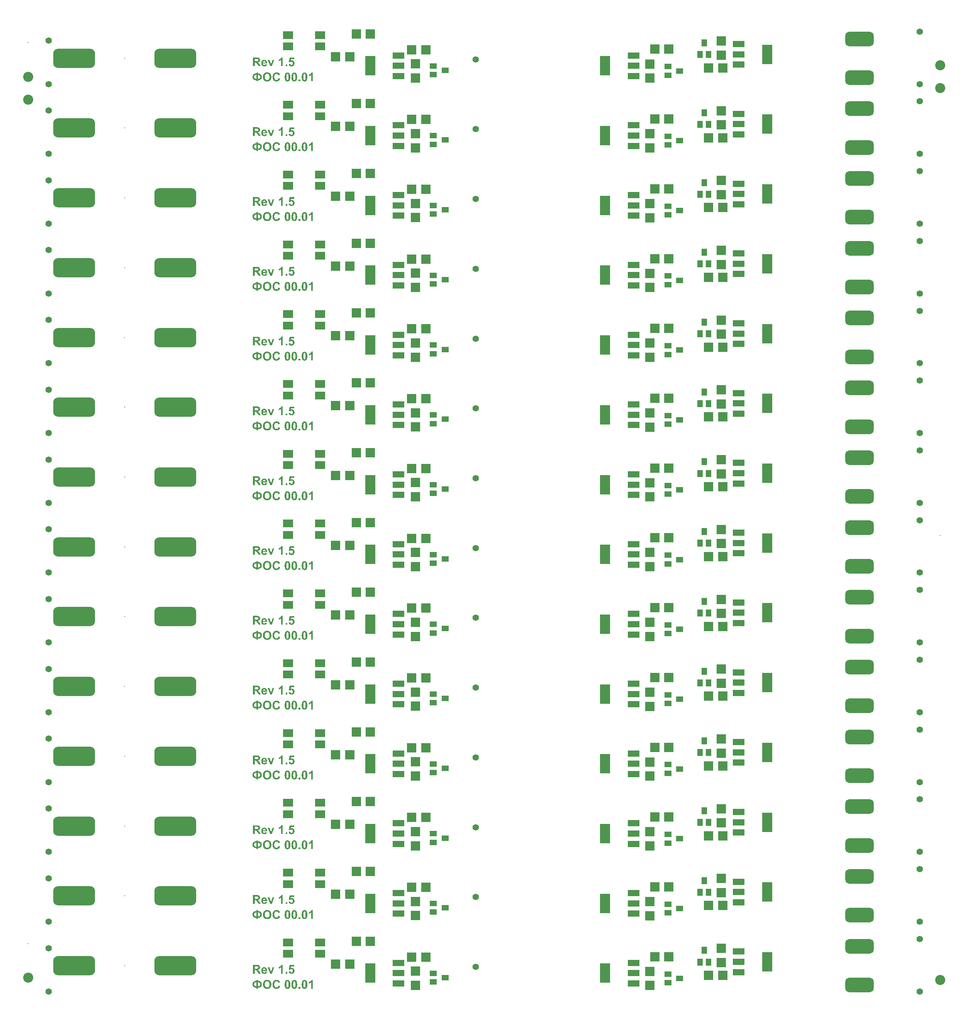
<source format=gts>
G04 Layer_Color=8388736*
%FSLAX44Y44*%
%MOMM*%
G71*
G01*
G75*
%ADD156C,2.2032*%
%ADD157C,1.4000*%
G04:AMPARAMS|DCode=158|XSize=6.2032mm|YSize=3.2032mm|CornerRadius=0.8516mm|HoleSize=0mm|Usage=FLASHONLY|Rotation=0.000|XOffset=0mm|YOffset=0mm|HoleType=Round|Shape=RoundedRectangle|*
%AMROUNDEDRECTD158*
21,1,6.2032,1.5000,0,0,0.0*
21,1,4.5000,3.2032,0,0,0.0*
1,1,1.7032,2.2500,-0.7500*
1,1,1.7032,-2.2500,-0.7500*
1,1,1.7032,-2.2500,0.7500*
1,1,1.7032,2.2500,0.7500*
%
%ADD158ROUNDEDRECTD158*%
%ADD159R,2.2032X1.7032*%
%ADD160R,1.2032X1.6032*%
%ADD161R,1.6032X1.2032*%
%ADD162R,2.2032X4.2032*%
%ADD163R,2.5032X1.4032*%
%ADD164R,2.0532X2.1532*%
%ADD165R,2.0532X2.0532*%
%ADD166R,2.0532X2.0532*%
G04:AMPARAMS|DCode=167|XSize=9.2032mm|YSize=4.2032mm|CornerRadius=1.1016mm|HoleSize=0mm|Usage=FLASHONLY|Rotation=180.000|XOffset=0mm|YOffset=0mm|HoleType=Round|Shape=RoundedRectangle|*
%AMROUNDEDRECTD167*
21,1,9.2032,2.0000,0,0,180.0*
21,1,7.0000,4.2032,0,0,180.0*
1,1,2.2032,-3.5000,1.0000*
1,1,2.2032,3.5000,1.0000*
1,1,2.2032,3.5000,-1.0000*
1,1,2.2032,-3.5000,-1.0000*
%
%ADD167ROUNDEDRECTD167*%
%ADD168C,0.2032*%
%ADD169C,1.2032*%
G36*
X559394Y2048000D02*
X556062D01*
X550454Y2061937D01*
X554313D01*
X556950Y2054802D01*
X557700Y2052442D01*
X557728Y2052470D01*
X557756Y2052581D01*
X557811Y2052748D01*
X557867Y2052914D01*
X558005Y2053331D01*
X558061Y2053497D01*
X558089Y2053636D01*
Y2053664D01*
X558116Y2053747D01*
X558144Y2053858D01*
X558200Y2053997D01*
X558311Y2054386D01*
X558477Y2054802D01*
X561143Y2061937D01*
X564918D01*
X559394Y2048000D01*
D02*
G37*
G36*
X608422Y2063519D02*
X601453D01*
X600870Y2060244D01*
X600898D01*
X600926Y2060271D01*
X601092Y2060354D01*
X601342Y2060438D01*
X601647Y2060577D01*
X602036Y2060688D01*
X602453Y2060771D01*
X602925Y2060854D01*
X603397Y2060882D01*
X603646D01*
X603813Y2060854D01*
X604007Y2060827D01*
X604257Y2060799D01*
X604535Y2060743D01*
X604840Y2060660D01*
X605479Y2060438D01*
X605840Y2060299D01*
X606173Y2060132D01*
X606534Y2059910D01*
X606895Y2059660D01*
X607228Y2059383D01*
X607561Y2059077D01*
X607589Y2059050D01*
X607644Y2058994D01*
X607728Y2058883D01*
X607839Y2058744D01*
X607950Y2058578D01*
X608116Y2058356D01*
X608255Y2058106D01*
X608422Y2057828D01*
X608588Y2057523D01*
X608727Y2057162D01*
X608894Y2056773D01*
X609005Y2056384D01*
X609116Y2055940D01*
X609199Y2055468D01*
X609254Y2054969D01*
X609282Y2054441D01*
Y2054413D01*
Y2054330D01*
Y2054219D01*
X609254Y2054052D01*
Y2053830D01*
X609199Y2053581D01*
X609171Y2053303D01*
X609116Y2053025D01*
X608949Y2052359D01*
X608699Y2051637D01*
X608533Y2051248D01*
X608366Y2050888D01*
X608144Y2050527D01*
X607894Y2050166D01*
X607866Y2050138D01*
X607811Y2050055D01*
X607700Y2049944D01*
X607561Y2049777D01*
X607367Y2049583D01*
X607117Y2049361D01*
X606839Y2049139D01*
X606534Y2048916D01*
X606173Y2048667D01*
X605784Y2048445D01*
X605368Y2048222D01*
X604896Y2048028D01*
X604396Y2047861D01*
X603868Y2047751D01*
X603285Y2047667D01*
X602675Y2047639D01*
X602425D01*
X602230Y2047667D01*
X602008Y2047695D01*
X601731Y2047723D01*
X601453Y2047751D01*
X601120Y2047806D01*
X600454Y2047973D01*
X599704Y2048250D01*
X599343Y2048389D01*
X598982Y2048583D01*
X598649Y2048806D01*
X598316Y2049055D01*
X598288Y2049083D01*
X598233Y2049111D01*
X598149Y2049194D01*
X598038Y2049305D01*
X597927Y2049472D01*
X597761Y2049638D01*
X597622Y2049833D01*
X597455Y2050055D01*
X597261Y2050332D01*
X597094Y2050610D01*
X596789Y2051276D01*
X596511Y2052026D01*
X596428Y2052442D01*
X596345Y2052887D01*
X600010Y2053275D01*
Y2053220D01*
X600037Y2053081D01*
X600093Y2052831D01*
X600176Y2052553D01*
X600287Y2052248D01*
X600454Y2051915D01*
X600676Y2051609D01*
X600926Y2051304D01*
X600953Y2051276D01*
X601064Y2051193D01*
X601231Y2051082D01*
X601453Y2050943D01*
X601703Y2050804D01*
X602008Y2050693D01*
X602369Y2050610D01*
X602730Y2050582D01*
X602786D01*
X602925Y2050610D01*
X603147Y2050638D01*
X603424Y2050693D01*
X603730Y2050804D01*
X604063Y2050971D01*
X604396Y2051221D01*
X604701Y2051526D01*
X604729Y2051582D01*
X604840Y2051693D01*
X604951Y2051915D01*
X605118Y2052248D01*
X605257Y2052637D01*
X605395Y2053109D01*
X605479Y2053692D01*
X605507Y2054358D01*
Y2054386D01*
Y2054441D01*
Y2054525D01*
Y2054663D01*
X605479Y2054969D01*
X605395Y2055357D01*
X605312Y2055802D01*
X605173Y2056246D01*
X604979Y2056662D01*
X604701Y2057023D01*
X604674Y2057051D01*
X604563Y2057162D01*
X604368Y2057301D01*
X604146Y2057495D01*
X603841Y2057662D01*
X603480Y2057800D01*
X603063Y2057912D01*
X602619Y2057939D01*
X602453D01*
X602342Y2057912D01*
X602064Y2057856D01*
X601675Y2057773D01*
X601231Y2057606D01*
X600759Y2057356D01*
X600509Y2057190D01*
X600259Y2056995D01*
X600010Y2056773D01*
X599760Y2056523D01*
X596789Y2056940D01*
X598677Y2066962D01*
X608422D01*
Y2063519D01*
D02*
G37*
G36*
X593291Y2048000D02*
X589599D01*
Y2051693D01*
X593291D01*
Y2048000D01*
D02*
G37*
G36*
X583297D02*
X579604D01*
Y2061909D01*
X579577Y2061881D01*
X579521Y2061826D01*
X579410Y2061743D01*
X579243Y2061604D01*
X579049Y2061437D01*
X578827Y2061271D01*
X578549Y2061076D01*
X578244Y2060854D01*
X577911Y2060632D01*
X577550Y2060410D01*
X577161Y2060160D01*
X576745Y2059938D01*
X575857Y2059522D01*
X574857Y2059133D01*
Y2062464D01*
X574885D01*
X574912Y2062492D01*
X574996Y2062520D01*
X575107Y2062548D01*
X575384Y2062687D01*
X575773Y2062853D01*
X576245Y2063075D01*
X576773Y2063381D01*
X577356Y2063769D01*
X577966Y2064214D01*
X577994Y2064241D01*
X578050Y2064269D01*
X578133Y2064352D01*
X578244Y2064463D01*
X578549Y2064741D01*
X578882Y2065102D01*
X579271Y2065546D01*
X579660Y2066101D01*
X580021Y2066684D01*
X580298Y2067323D01*
X583297D01*
Y2048000D01*
D02*
G37*
G36*
X526912Y2067184D02*
X527217D01*
X527523Y2067156D01*
X527883D01*
X528605Y2067073D01*
X529355Y2066990D01*
X530049Y2066851D01*
X530354Y2066768D01*
X530632Y2066684D01*
X530660D01*
X530687Y2066656D01*
X530854Y2066573D01*
X531104Y2066434D01*
X531437Y2066268D01*
X531798Y2065990D01*
X532159Y2065685D01*
X532520Y2065296D01*
X532853Y2064824D01*
Y2064796D01*
X532881Y2064769D01*
X532936Y2064685D01*
X532992Y2064602D01*
X533130Y2064324D01*
X533297Y2063964D01*
X533436Y2063519D01*
X533575Y2063020D01*
X533686Y2062437D01*
X533713Y2061826D01*
Y2061798D01*
Y2061743D01*
Y2061604D01*
X533686Y2061465D01*
Y2061271D01*
X533658Y2061076D01*
X533547Y2060577D01*
X533408Y2059994D01*
X533186Y2059411D01*
X532853Y2058800D01*
X532659Y2058522D01*
X532436Y2058245D01*
X532409Y2058217D01*
X532381Y2058189D01*
X532298Y2058106D01*
X532187Y2058022D01*
X532076Y2057912D01*
X531909Y2057773D01*
X531715Y2057634D01*
X531493Y2057495D01*
X531243Y2057328D01*
X530937Y2057190D01*
X530632Y2057051D01*
X530299Y2056912D01*
X529910Y2056773D01*
X529521Y2056662D01*
X529105Y2056551D01*
X528633Y2056468D01*
X528661D01*
X528689Y2056440D01*
X528855Y2056329D01*
X529077Y2056190D01*
X529355Y2055996D01*
X529688Y2055746D01*
X530021Y2055496D01*
X530382Y2055191D01*
X530687Y2054858D01*
X530715Y2054830D01*
X530854Y2054691D01*
X531021Y2054469D01*
X531270Y2054136D01*
X531604Y2053719D01*
X531770Y2053442D01*
X531964Y2053164D01*
X532187Y2052859D01*
X532409Y2052526D01*
X532659Y2052137D01*
X532908Y2051748D01*
X535268Y2048000D01*
X530604D01*
X527828Y2052165D01*
X527800Y2052192D01*
X527772Y2052276D01*
X527689Y2052387D01*
X527578Y2052526D01*
X527467Y2052692D01*
X527328Y2052914D01*
X527023Y2053358D01*
X526662Y2053858D01*
X526329Y2054302D01*
X526023Y2054719D01*
X525885Y2054858D01*
X525773Y2054996D01*
X525746Y2055024D01*
X525690Y2055080D01*
X525579Y2055191D01*
X525440Y2055330D01*
X525246Y2055441D01*
X525052Y2055579D01*
X524829Y2055690D01*
X524607Y2055802D01*
X524580D01*
X524496Y2055829D01*
X524358Y2055885D01*
X524136Y2055913D01*
X523858Y2055968D01*
X523525Y2055996D01*
X523136Y2056024D01*
X521887D01*
Y2048000D01*
X518000D01*
Y2067212D01*
X526662D01*
X526912Y2067184D01*
D02*
G37*
G36*
X543153Y2062215D02*
X543402Y2062187D01*
X543708Y2062131D01*
X544041Y2062076D01*
X544402Y2061992D01*
X544791Y2061881D01*
X545179Y2061743D01*
X545596Y2061576D01*
X546012Y2061354D01*
X546401Y2061132D01*
X546789Y2060854D01*
X547178Y2060521D01*
X547511Y2060160D01*
X547539Y2060132D01*
X547594Y2060077D01*
X547678Y2059938D01*
X547789Y2059772D01*
X547928Y2059549D01*
X548066Y2059300D01*
X548233Y2058966D01*
X548400Y2058605D01*
X548566Y2058189D01*
X548733Y2057717D01*
X548872Y2057217D01*
X549010Y2056634D01*
X549122Y2056024D01*
X549205Y2055357D01*
X549260Y2054663D01*
Y2053886D01*
X540043D01*
Y2053858D01*
Y2053803D01*
Y2053719D01*
X540071Y2053608D01*
X540099Y2053331D01*
X540154Y2052942D01*
X540265Y2052553D01*
X540432Y2052109D01*
X540626Y2051693D01*
X540904Y2051332D01*
X540932Y2051304D01*
X541070Y2051193D01*
X541237Y2051054D01*
X541487Y2050888D01*
X541792Y2050721D01*
X542181Y2050582D01*
X542597Y2050471D01*
X543041Y2050443D01*
X543180D01*
X543347Y2050471D01*
X543541Y2050499D01*
X543763Y2050555D01*
X544013Y2050638D01*
X544263Y2050749D01*
X544485Y2050915D01*
X544513Y2050943D01*
X544596Y2050999D01*
X544707Y2051110D01*
X544818Y2051276D01*
X544985Y2051498D01*
X545124Y2051748D01*
X545262Y2052081D01*
X545401Y2052442D01*
X549066Y2051832D01*
Y2051804D01*
X549038Y2051748D01*
X548983Y2051637D01*
X548927Y2051498D01*
X548844Y2051332D01*
X548760Y2051138D01*
X548511Y2050693D01*
X548205Y2050194D01*
X547817Y2049666D01*
X547345Y2049194D01*
X546817Y2048750D01*
X546789D01*
X546762Y2048694D01*
X546651Y2048667D01*
X546540Y2048583D01*
X546401Y2048500D01*
X546206Y2048417D01*
X546012Y2048333D01*
X545762Y2048222D01*
X545207Y2048028D01*
X544568Y2047861D01*
X543819Y2047751D01*
X543014Y2047695D01*
X542847D01*
X542681Y2047723D01*
X542431D01*
X542125Y2047778D01*
X541764Y2047834D01*
X541376Y2047889D01*
X540987Y2048000D01*
X540543Y2048111D01*
X540099Y2048278D01*
X539655Y2048472D01*
X539210Y2048694D01*
X538766Y2048972D01*
X538350Y2049277D01*
X537989Y2049638D01*
X537628Y2050055D01*
X537600Y2050083D01*
X537572Y2050138D01*
X537517Y2050249D01*
X537406Y2050388D01*
X537323Y2050582D01*
X537211Y2050804D01*
X537073Y2051054D01*
X536962Y2051360D01*
X536823Y2051693D01*
X536712Y2052054D01*
X536573Y2052442D01*
X536490Y2052887D01*
X536406Y2053331D01*
X536323Y2053803D01*
X536295Y2054330D01*
X536268Y2054858D01*
Y2054885D01*
Y2054996D01*
Y2055191D01*
X536295Y2055441D01*
X536323Y2055718D01*
X536351Y2056051D01*
X536406Y2056412D01*
X536490Y2056829D01*
X536712Y2057689D01*
X536851Y2058134D01*
X537017Y2058605D01*
X537239Y2059050D01*
X537489Y2059466D01*
X537767Y2059883D01*
X538072Y2060271D01*
X538100Y2060299D01*
X538155Y2060354D01*
X538266Y2060466D01*
X538405Y2060577D01*
X538572Y2060715D01*
X538794Y2060882D01*
X539044Y2061076D01*
X539321Y2061271D01*
X539627Y2061437D01*
X539988Y2061632D01*
X540349Y2061798D01*
X540765Y2061937D01*
X541181Y2062048D01*
X541653Y2062159D01*
X542125Y2062215D01*
X542625Y2062242D01*
X542930D01*
X543153Y2062215D01*
D02*
G37*
G36*
X570442Y2034545D02*
X570748Y2034517D01*
X571081Y2034462D01*
X571469Y2034406D01*
X571886Y2034323D01*
X572330Y2034212D01*
X572802Y2034073D01*
X573274Y2033906D01*
X573774Y2033684D01*
X574246Y2033462D01*
X574690Y2033185D01*
X575162Y2032851D01*
X575578Y2032491D01*
X575606D01*
X575634Y2032435D01*
X575717Y2032352D01*
X575800Y2032268D01*
X575911Y2032130D01*
X576022Y2031963D01*
X576328Y2031574D01*
X576633Y2031075D01*
X576966Y2030464D01*
X577272Y2029770D01*
X577549Y2028965D01*
X573718Y2028049D01*
Y2028076D01*
X573690Y2028104D01*
Y2028187D01*
X573635Y2028298D01*
X573552Y2028548D01*
X573413Y2028881D01*
X573218Y2029270D01*
X572969Y2029659D01*
X572635Y2030047D01*
X572275Y2030381D01*
X572219Y2030408D01*
X572080Y2030519D01*
X571858Y2030658D01*
X571553Y2030825D01*
X571164Y2030991D01*
X570720Y2031130D01*
X570220Y2031241D01*
X569665Y2031269D01*
X569471D01*
X569304Y2031241D01*
X569137Y2031214D01*
X568915Y2031186D01*
X568443Y2031075D01*
X567888Y2030880D01*
X567305Y2030603D01*
X567000Y2030436D01*
X566722Y2030242D01*
X566445Y2029992D01*
X566195Y2029714D01*
Y2029686D01*
X566139Y2029631D01*
X566084Y2029548D01*
X566000Y2029409D01*
X565889Y2029242D01*
X565778Y2029048D01*
X565667Y2028798D01*
X565556Y2028521D01*
X565417Y2028187D01*
X565306Y2027827D01*
X565195Y2027410D01*
X565084Y2026966D01*
X565001Y2026466D01*
X564945Y2025939D01*
X564918Y2025356D01*
X564890Y2024717D01*
Y2024689D01*
Y2024550D01*
Y2024356D01*
X564918Y2024134D01*
Y2023829D01*
X564973Y2023468D01*
X565001Y2023107D01*
X565056Y2022690D01*
X565223Y2021830D01*
X565445Y2020969D01*
X565584Y2020553D01*
X565778Y2020164D01*
X565973Y2019803D01*
X566195Y2019498D01*
X566222Y2019470D01*
X566250Y2019442D01*
X566334Y2019359D01*
X566445Y2019248D01*
X566722Y2019026D01*
X567111Y2018748D01*
X567583Y2018443D01*
X568166Y2018221D01*
X568832Y2018026D01*
X569193Y2017999D01*
X569582Y2017971D01*
X569720D01*
X569832Y2017999D01*
X570137Y2018026D01*
X570498Y2018082D01*
X570886Y2018221D01*
X571331Y2018387D01*
X571775Y2018609D01*
X572219Y2018943D01*
X572275Y2018998D01*
X572413Y2019137D01*
X572608Y2019359D01*
X572830Y2019692D01*
X573107Y2020136D01*
X573357Y2020664D01*
X573607Y2021302D01*
X573829Y2022052D01*
X577605Y2020886D01*
Y2020858D01*
X577577Y2020747D01*
X577522Y2020580D01*
X577438Y2020358D01*
X577327Y2020109D01*
X577216Y2019803D01*
X577077Y2019470D01*
X576911Y2019109D01*
X576522Y2018360D01*
X576022Y2017582D01*
X575412Y2016833D01*
X575079Y2016499D01*
X574718Y2016194D01*
X574690Y2016166D01*
X574634Y2016139D01*
X574523Y2016055D01*
X574357Y2015944D01*
X574162Y2015833D01*
X573913Y2015722D01*
X573635Y2015583D01*
X573330Y2015444D01*
X572969Y2015278D01*
X572580Y2015139D01*
X572164Y2015028D01*
X571719Y2014917D01*
X571247Y2014806D01*
X570720Y2014723D01*
X570192Y2014695D01*
X569609Y2014667D01*
X569443D01*
X569249Y2014695D01*
X568971Y2014723D01*
X568666Y2014751D01*
X568277Y2014806D01*
X567860Y2014889D01*
X567388Y2015000D01*
X566917Y2015139D01*
X566417Y2015306D01*
X565889Y2015528D01*
X565362Y2015778D01*
X564834Y2016055D01*
X564307Y2016416D01*
X563807Y2016805D01*
X563335Y2017277D01*
X563307Y2017305D01*
X563224Y2017388D01*
X563113Y2017554D01*
X562947Y2017749D01*
X562780Y2018026D01*
X562558Y2018332D01*
X562336Y2018721D01*
X562114Y2019165D01*
X561892Y2019637D01*
X561669Y2020164D01*
X561447Y2020775D01*
X561281Y2021413D01*
X561114Y2022080D01*
X561003Y2022829D01*
X560920Y2023607D01*
X560892Y2024440D01*
Y2024467D01*
Y2024495D01*
Y2024662D01*
X560920Y2024911D01*
Y2025245D01*
X560975Y2025633D01*
X561031Y2026105D01*
X561086Y2026605D01*
X561198Y2027188D01*
X561336Y2027771D01*
X561503Y2028382D01*
X561697Y2028992D01*
X561947Y2029631D01*
X562225Y2030242D01*
X562558Y2030825D01*
X562919Y2031380D01*
X563363Y2031908D01*
X563391Y2031935D01*
X563474Y2032019D01*
X563613Y2032157D01*
X563807Y2032324D01*
X564057Y2032518D01*
X564362Y2032740D01*
X564696Y2032990D01*
X565112Y2033240D01*
X565556Y2033490D01*
X566028Y2033740D01*
X566583Y2033962D01*
X567139Y2034156D01*
X567777Y2034323D01*
X568416Y2034462D01*
X569137Y2034545D01*
X569859Y2034573D01*
X570192D01*
X570442Y2034545D01*
D02*
G37*
G36*
X649287Y2015000D02*
X645594D01*
Y2028909D01*
X645567Y2028881D01*
X645511Y2028826D01*
X645400Y2028743D01*
X645234Y2028604D01*
X645039Y2028437D01*
X644817Y2028271D01*
X644540Y2028076D01*
X644234Y2027854D01*
X643901Y2027632D01*
X643540Y2027410D01*
X643151Y2027160D01*
X642735Y2026938D01*
X641847Y2026522D01*
X640847Y2026133D01*
Y2029464D01*
X640875D01*
X640903Y2029492D01*
X640986Y2029520D01*
X641097Y2029548D01*
X641375Y2029686D01*
X641763Y2029853D01*
X642235Y2030075D01*
X642763Y2030381D01*
X643346Y2030769D01*
X643957Y2031214D01*
X643984Y2031241D01*
X644040Y2031269D01*
X644123Y2031352D01*
X644234Y2031463D01*
X644540Y2031741D01*
X644873Y2032102D01*
X645261Y2032546D01*
X645650Y2033101D01*
X646011Y2033684D01*
X646289Y2034323D01*
X649287D01*
Y2015000D01*
D02*
G37*
G36*
X621941D02*
X618249D01*
Y2018693D01*
X621941D01*
Y2015000D01*
D02*
G37*
G36*
X529188Y2032324D02*
X529382D01*
X529632Y2032296D01*
X529937Y2032268D01*
X530298Y2032213D01*
X530742Y2032157D01*
X531214Y2032074D01*
X531714Y2031963D01*
X532242Y2031852D01*
X532769Y2031685D01*
X533296Y2031491D01*
X533852Y2031269D01*
X534351Y2031019D01*
X534823Y2030741D01*
X535268Y2030408D01*
X535656Y2030047D01*
X535684Y2030020D01*
X535740Y2029964D01*
X535823Y2029825D01*
X535962Y2029686D01*
X536100Y2029464D01*
X536267Y2029215D01*
X536434Y2028937D01*
X536628Y2028604D01*
X536795Y2028243D01*
X536961Y2027854D01*
X537128Y2027410D01*
X537266Y2026938D01*
X537405Y2026438D01*
X537489Y2025911D01*
X537544Y2025356D01*
X537572Y2024773D01*
Y2024745D01*
Y2024634D01*
Y2024467D01*
X537544Y2024245D01*
X537516Y2023967D01*
X537461Y2023662D01*
X537405Y2023301D01*
X537322Y2022913D01*
X537239Y2022496D01*
X537100Y2022080D01*
X536961Y2021635D01*
X536767Y2021191D01*
X536545Y2020747D01*
X536295Y2020331D01*
X535989Y2019914D01*
X535656Y2019498D01*
X535629Y2019470D01*
X535573Y2019415D01*
X535462Y2019303D01*
X535295Y2019165D01*
X535073Y2018998D01*
X534823Y2018831D01*
X534518Y2018637D01*
X534129Y2018443D01*
X533713Y2018221D01*
X533241Y2018026D01*
X532713Y2017832D01*
X532130Y2017666D01*
X531492Y2017527D01*
X530770Y2017388D01*
X530020Y2017305D01*
X529188Y2017249D01*
Y2015000D01*
X525384D01*
Y2017249D01*
X525190D01*
X524940Y2017277D01*
X524635Y2017305D01*
X524246Y2017360D01*
X523829Y2017416D01*
X523358Y2017499D01*
X522858Y2017582D01*
X522303Y2017721D01*
X521775Y2017860D01*
X521220Y2018054D01*
X520692Y2018276D01*
X520193Y2018526D01*
X519721Y2018804D01*
X519277Y2019137D01*
X518888Y2019498D01*
X518860Y2019526D01*
X518805Y2019609D01*
X518721Y2019720D01*
X518582Y2019886D01*
X518444Y2020081D01*
X518305Y2020331D01*
X518111Y2020608D01*
X517944Y2020941D01*
X517777Y2021302D01*
X517611Y2021719D01*
X517444Y2022135D01*
X517305Y2022607D01*
X517167Y2023107D01*
X517083Y2023634D01*
X517028Y2024190D01*
X517000Y2024773D01*
Y2024800D01*
Y2024911D01*
Y2025106D01*
X517028Y2025328D01*
X517056Y2025605D01*
X517111Y2025939D01*
X517167Y2026300D01*
X517250Y2026688D01*
X517361Y2027105D01*
X517472Y2027549D01*
X517639Y2027993D01*
X517833Y2028437D01*
X518055Y2028881D01*
X518333Y2029298D01*
X518638Y2029714D01*
X518971Y2030103D01*
X518999Y2030131D01*
X519054Y2030186D01*
X519193Y2030297D01*
X519360Y2030436D01*
X519554Y2030575D01*
X519832Y2030741D01*
X520137Y2030936D01*
X520526Y2031130D01*
X520942Y2031352D01*
X521414Y2031547D01*
X521942Y2031713D01*
X522497Y2031908D01*
X523135Y2032046D01*
X523829Y2032185D01*
X524579Y2032268D01*
X525384Y2032324D01*
Y2034212D01*
X529188D01*
Y2032324D01*
D02*
G37*
G36*
X631630Y2034295D02*
X631852Y2034267D01*
X632130Y2034212D01*
X632407Y2034156D01*
X632741Y2034073D01*
X633102Y2033962D01*
X633435Y2033823D01*
X633796Y2033684D01*
X634156Y2033490D01*
X634517Y2033240D01*
X634878Y2032990D01*
X635211Y2032685D01*
X635517Y2032324D01*
X635545Y2032296D01*
X635600Y2032213D01*
X635683Y2032074D01*
X635822Y2031880D01*
X635961Y2031602D01*
X636128Y2031269D01*
X636294Y2030908D01*
X636461Y2030436D01*
X636627Y2029936D01*
X636822Y2029353D01*
X636960Y2028715D01*
X637099Y2027993D01*
X637238Y2027216D01*
X637321Y2026383D01*
X637377Y2025467D01*
X637405Y2024467D01*
Y2024440D01*
Y2024412D01*
Y2024328D01*
Y2024217D01*
Y2023940D01*
X637377Y2023579D01*
X637349Y2023135D01*
X637294Y2022607D01*
X637238Y2022052D01*
X637183Y2021441D01*
X637071Y2020803D01*
X636933Y2020136D01*
X636794Y2019498D01*
X636600Y2018859D01*
X636405Y2018221D01*
X636128Y2017638D01*
X635850Y2017083D01*
X635517Y2016611D01*
X635489Y2016583D01*
X635434Y2016527D01*
X635350Y2016416D01*
X635239Y2016305D01*
X635073Y2016166D01*
X634878Y2016000D01*
X634628Y2015805D01*
X634379Y2015639D01*
X634073Y2015444D01*
X633768Y2015250D01*
X633407Y2015084D01*
X633018Y2014945D01*
X632602Y2014834D01*
X632130Y2014723D01*
X631658Y2014667D01*
X631158Y2014639D01*
X631047D01*
X630881Y2014667D01*
X630686D01*
X630464Y2014695D01*
X630187Y2014751D01*
X629881Y2014806D01*
X629548Y2014917D01*
X629187Y2015028D01*
X628826Y2015167D01*
X628438Y2015334D01*
X628077Y2015556D01*
X627688Y2015778D01*
X627327Y2016083D01*
X626966Y2016388D01*
X626633Y2016777D01*
X626605Y2016805D01*
X626550Y2016888D01*
X626466Y2017027D01*
X626383Y2017194D01*
X626244Y2017443D01*
X626105Y2017749D01*
X625939Y2018138D01*
X625800Y2018554D01*
X625634Y2019054D01*
X625467Y2019609D01*
X625328Y2020247D01*
X625217Y2020941D01*
X625106Y2021719D01*
X625023Y2022579D01*
X624967Y2023496D01*
X624939Y2024495D01*
Y2024523D01*
Y2024550D01*
Y2024634D01*
Y2024745D01*
Y2025022D01*
X624967Y2025383D01*
X624995Y2025828D01*
X625051Y2026355D01*
X625106Y2026910D01*
X625162Y2027521D01*
X625273Y2028160D01*
X625384Y2028798D01*
X625550Y2029464D01*
X625717Y2030103D01*
X625939Y2030714D01*
X626189Y2031297D01*
X626466Y2031852D01*
X626800Y2032324D01*
X626827Y2032352D01*
X626883Y2032407D01*
X626966Y2032518D01*
X627105Y2032629D01*
X627244Y2032796D01*
X627438Y2032962D01*
X627688Y2033129D01*
X627938Y2033323D01*
X628243Y2033518D01*
X628549Y2033684D01*
X628909Y2033851D01*
X629298Y2034017D01*
X629715Y2034129D01*
X630187Y2034240D01*
X630658Y2034295D01*
X631158Y2034323D01*
X631436D01*
X631630Y2034295D01*
D02*
G37*
G36*
X609226D02*
X609448Y2034267D01*
X609726Y2034212D01*
X610003Y2034156D01*
X610336Y2034073D01*
X610698Y2033962D01*
X611031Y2033823D01*
X611391Y2033684D01*
X611752Y2033490D01*
X612113Y2033240D01*
X612474Y2032990D01*
X612807Y2032685D01*
X613113Y2032324D01*
X613140Y2032296D01*
X613196Y2032213D01*
X613279Y2032074D01*
X613418Y2031880D01*
X613557Y2031602D01*
X613723Y2031269D01*
X613890Y2030908D01*
X614057Y2030436D01*
X614223Y2029936D01*
X614418Y2029353D01*
X614556Y2028715D01*
X614695Y2027993D01*
X614834Y2027216D01*
X614917Y2026383D01*
X614973Y2025467D01*
X615001Y2024467D01*
Y2024440D01*
Y2024412D01*
Y2024328D01*
Y2024217D01*
Y2023940D01*
X614973Y2023579D01*
X614945Y2023135D01*
X614889Y2022607D01*
X614834Y2022052D01*
X614779Y2021441D01*
X614668Y2020803D01*
X614529Y2020136D01*
X614390Y2019498D01*
X614196Y2018859D01*
X614001Y2018221D01*
X613723Y2017638D01*
X613446Y2017083D01*
X613113Y2016611D01*
X613085Y2016583D01*
X613030Y2016527D01*
X612946Y2016416D01*
X612835Y2016305D01*
X612669Y2016166D01*
X612474Y2016000D01*
X612224Y2015805D01*
X611974Y2015639D01*
X611669Y2015444D01*
X611364Y2015250D01*
X611003Y2015084D01*
X610614Y2014945D01*
X610198Y2014834D01*
X609726Y2014723D01*
X609254Y2014667D01*
X608754Y2014639D01*
X608643D01*
X608476Y2014667D01*
X608282D01*
X608060Y2014695D01*
X607782Y2014751D01*
X607477Y2014806D01*
X607144Y2014917D01*
X606783Y2015028D01*
X606422Y2015167D01*
X606033Y2015334D01*
X605672Y2015556D01*
X605284Y2015778D01*
X604923Y2016083D01*
X604562Y2016388D01*
X604229Y2016777D01*
X604201Y2016805D01*
X604146Y2016888D01*
X604062Y2017027D01*
X603979Y2017194D01*
X603840Y2017443D01*
X603701Y2017749D01*
X603535Y2018138D01*
X603396Y2018554D01*
X603229Y2019054D01*
X603063Y2019609D01*
X602924Y2020247D01*
X602813Y2020941D01*
X602702Y2021719D01*
X602619Y2022579D01*
X602563Y2023496D01*
X602535Y2024495D01*
Y2024523D01*
Y2024550D01*
Y2024634D01*
Y2024745D01*
Y2025022D01*
X602563Y2025383D01*
X602591Y2025828D01*
X602646Y2026355D01*
X602702Y2026910D01*
X602757Y2027521D01*
X602868Y2028160D01*
X602980Y2028798D01*
X603146Y2029464D01*
X603313Y2030103D01*
X603535Y2030714D01*
X603785Y2031297D01*
X604062Y2031852D01*
X604395Y2032324D01*
X604423Y2032352D01*
X604479Y2032407D01*
X604562Y2032518D01*
X604701Y2032629D01*
X604840Y2032796D01*
X605034Y2032962D01*
X605284Y2033129D01*
X605534Y2033323D01*
X605839Y2033518D01*
X606144Y2033684D01*
X606505Y2033851D01*
X606894Y2034017D01*
X607310Y2034129D01*
X607782Y2034240D01*
X608254Y2034295D01*
X608754Y2034323D01*
X609032D01*
X609226Y2034295D01*
D02*
G37*
G36*
X594290D02*
X594512Y2034267D01*
X594790Y2034212D01*
X595067Y2034156D01*
X595401Y2034073D01*
X595761Y2033962D01*
X596095Y2033823D01*
X596455Y2033684D01*
X596816Y2033490D01*
X597177Y2033240D01*
X597538Y2032990D01*
X597871Y2032685D01*
X598177Y2032324D01*
X598204Y2032296D01*
X598260Y2032213D01*
X598343Y2032074D01*
X598482Y2031880D01*
X598621Y2031602D01*
X598787Y2031269D01*
X598954Y2030908D01*
X599121Y2030436D01*
X599287Y2029936D01*
X599482Y2029353D01*
X599620Y2028715D01*
X599759Y2027993D01*
X599898Y2027216D01*
X599981Y2026383D01*
X600037Y2025467D01*
X600065Y2024467D01*
Y2024440D01*
Y2024412D01*
Y2024328D01*
Y2024217D01*
Y2023940D01*
X600037Y2023579D01*
X600009Y2023135D01*
X599953Y2022607D01*
X599898Y2022052D01*
X599842Y2021441D01*
X599731Y2020803D01*
X599593Y2020136D01*
X599454Y2019498D01*
X599259Y2018859D01*
X599065Y2018221D01*
X598787Y2017638D01*
X598510Y2017083D01*
X598177Y2016611D01*
X598149Y2016583D01*
X598093Y2016527D01*
X598010Y2016416D01*
X597899Y2016305D01*
X597733Y2016166D01*
X597538Y2016000D01*
X597288Y2015805D01*
X597038Y2015639D01*
X596733Y2015444D01*
X596428Y2015250D01*
X596067Y2015084D01*
X595678Y2014945D01*
X595262Y2014834D01*
X594790Y2014723D01*
X594318Y2014667D01*
X593818Y2014639D01*
X593707D01*
X593540Y2014667D01*
X593346D01*
X593124Y2014695D01*
X592846Y2014751D01*
X592541Y2014806D01*
X592208Y2014917D01*
X591847Y2015028D01*
X591486Y2015167D01*
X591097Y2015334D01*
X590736Y2015556D01*
X590348Y2015778D01*
X589987Y2016083D01*
X589626Y2016388D01*
X589293Y2016777D01*
X589265Y2016805D01*
X589210Y2016888D01*
X589126Y2017027D01*
X589043Y2017194D01*
X588904Y2017443D01*
X588765Y2017749D01*
X588599Y2018138D01*
X588460Y2018554D01*
X588293Y2019054D01*
X588127Y2019609D01*
X587988Y2020247D01*
X587877Y2020941D01*
X587766Y2021719D01*
X587683Y2022579D01*
X587627Y2023496D01*
X587599Y2024495D01*
Y2024523D01*
Y2024550D01*
Y2024634D01*
Y2024745D01*
Y2025022D01*
X587627Y2025383D01*
X587655Y2025828D01*
X587710Y2026355D01*
X587766Y2026910D01*
X587821Y2027521D01*
X587933Y2028160D01*
X588044Y2028798D01*
X588210Y2029464D01*
X588377Y2030103D01*
X588599Y2030714D01*
X588849Y2031297D01*
X589126Y2031852D01*
X589459Y2032324D01*
X589487Y2032352D01*
X589543Y2032407D01*
X589626Y2032518D01*
X589765Y2032629D01*
X589904Y2032796D01*
X590098Y2032962D01*
X590348Y2033129D01*
X590598Y2033323D01*
X590903Y2033518D01*
X591208Y2033684D01*
X591569Y2033851D01*
X591958Y2034017D01*
X592374Y2034129D01*
X592846Y2034240D01*
X593318Y2034295D01*
X593818Y2034323D01*
X594096D01*
X594290Y2034295D01*
D02*
G37*
G36*
X549593Y2034545D02*
X549870D01*
X550231Y2034489D01*
X550648Y2034434D01*
X551120Y2034351D01*
X551619Y2034240D01*
X552147Y2034101D01*
X552702Y2033934D01*
X553257Y2033712D01*
X553840Y2033462D01*
X554396Y2033157D01*
X554951Y2032796D01*
X555478Y2032379D01*
X555978Y2031908D01*
X556006Y2031880D01*
X556089Y2031797D01*
X556228Y2031630D01*
X556367Y2031436D01*
X556561Y2031158D01*
X556783Y2030825D01*
X557005Y2030436D01*
X557255Y2029992D01*
X557505Y2029520D01*
X557727Y2028965D01*
X557949Y2028354D01*
X558144Y2027715D01*
X558310Y2026994D01*
X558421Y2026244D01*
X558504Y2025439D01*
X558532Y2024578D01*
Y2024523D01*
Y2024384D01*
X558504Y2024134D01*
Y2023801D01*
X558449Y2023412D01*
X558394Y2022968D01*
X558310Y2022441D01*
X558227Y2021913D01*
X558088Y2021330D01*
X557921Y2020719D01*
X557699Y2020109D01*
X557450Y2019498D01*
X557172Y2018915D01*
X556811Y2018332D01*
X556422Y2017777D01*
X555978Y2017249D01*
X555950Y2017221D01*
X555867Y2017138D01*
X555728Y2016999D01*
X555506Y2016833D01*
X555256Y2016638D01*
X554951Y2016416D01*
X554590Y2016194D01*
X554201Y2015944D01*
X553729Y2015694D01*
X553230Y2015472D01*
X552674Y2015250D01*
X552064Y2015056D01*
X551425Y2014889D01*
X550731Y2014751D01*
X550009Y2014667D01*
X549232Y2014639D01*
X549038D01*
X548815Y2014667D01*
X548538Y2014695D01*
X548177Y2014723D01*
X547761Y2014778D01*
X547289Y2014861D01*
X546789Y2014973D01*
X546234Y2015111D01*
X545706Y2015278D01*
X545123Y2015500D01*
X544568Y2015750D01*
X543985Y2016028D01*
X543457Y2016388D01*
X542930Y2016777D01*
X542430Y2017249D01*
X542402Y2017277D01*
X542319Y2017360D01*
X542208Y2017527D01*
X542042Y2017721D01*
X541847Y2017999D01*
X541625Y2018332D01*
X541403Y2018693D01*
X541181Y2019137D01*
X540931Y2019609D01*
X540709Y2020164D01*
X540487Y2020747D01*
X540293Y2021386D01*
X540126Y2022080D01*
X540015Y2022829D01*
X539932Y2023634D01*
X539904Y2024467D01*
Y2024495D01*
Y2024606D01*
Y2024745D01*
X539932Y2024967D01*
Y2025217D01*
X539959Y2025495D01*
X539987Y2025828D01*
X540015Y2026189D01*
X540126Y2026966D01*
X540265Y2027799D01*
X540487Y2028632D01*
X540765Y2029409D01*
Y2029437D01*
X540792Y2029464D01*
X540848Y2029548D01*
X540876Y2029659D01*
X541042Y2029936D01*
X541236Y2030297D01*
X541486Y2030714D01*
X541792Y2031130D01*
X542153Y2031602D01*
X542541Y2032046D01*
X542569Y2032074D01*
X542597Y2032102D01*
X542736Y2032241D01*
X542985Y2032463D01*
X543291Y2032713D01*
X543652Y2032990D01*
X544068Y2033296D01*
X544540Y2033573D01*
X545040Y2033795D01*
X545068D01*
X545123Y2033823D01*
X545234Y2033879D01*
X545373Y2033906D01*
X545540Y2033990D01*
X545734Y2034045D01*
X545984Y2034101D01*
X546234Y2034184D01*
X546844Y2034323D01*
X547538Y2034462D01*
X548344Y2034545D01*
X549176Y2034573D01*
X549371D01*
X549593Y2034545D01*
D02*
G37*
G36*
X559394Y1895000D02*
X556062D01*
X550454Y1908937D01*
X554313D01*
X556950Y1901802D01*
X557700Y1899442D01*
X557728Y1899470D01*
X557756Y1899581D01*
X557811Y1899748D01*
X557867Y1899914D01*
X558005Y1900331D01*
X558061Y1900497D01*
X558089Y1900636D01*
Y1900664D01*
X558116Y1900747D01*
X558144Y1900858D01*
X558200Y1900997D01*
X558311Y1901386D01*
X558477Y1901802D01*
X561143Y1908937D01*
X564918D01*
X559394Y1895000D01*
D02*
G37*
G36*
X608422Y1910519D02*
X601453D01*
X600870Y1907243D01*
X600898D01*
X600926Y1907271D01*
X601092Y1907354D01*
X601342Y1907438D01*
X601647Y1907577D01*
X602036Y1907688D01*
X602453Y1907771D01*
X602925Y1907854D01*
X603397Y1907882D01*
X603646D01*
X603813Y1907854D01*
X604007Y1907827D01*
X604257Y1907799D01*
X604535Y1907743D01*
X604840Y1907660D01*
X605479Y1907438D01*
X605840Y1907299D01*
X606173Y1907132D01*
X606534Y1906910D01*
X606895Y1906660D01*
X607228Y1906383D01*
X607561Y1906077D01*
X607589Y1906050D01*
X607644Y1905994D01*
X607728Y1905883D01*
X607839Y1905744D01*
X607950Y1905578D01*
X608116Y1905356D01*
X608255Y1905106D01*
X608422Y1904828D01*
X608588Y1904523D01*
X608727Y1904162D01*
X608894Y1903773D01*
X609005Y1903385D01*
X609116Y1902940D01*
X609199Y1902468D01*
X609254Y1901969D01*
X609282Y1901441D01*
Y1901413D01*
Y1901330D01*
Y1901219D01*
X609254Y1901053D01*
Y1900830D01*
X609199Y1900580D01*
X609171Y1900303D01*
X609116Y1900025D01*
X608949Y1899359D01*
X608699Y1898637D01*
X608533Y1898248D01*
X608366Y1897888D01*
X608144Y1897527D01*
X607894Y1897166D01*
X607866Y1897138D01*
X607811Y1897055D01*
X607700Y1896944D01*
X607561Y1896777D01*
X607367Y1896583D01*
X607117Y1896361D01*
X606839Y1896139D01*
X606534Y1895916D01*
X606173Y1895667D01*
X605784Y1895444D01*
X605368Y1895222D01*
X604896Y1895028D01*
X604396Y1894861D01*
X603868Y1894751D01*
X603285Y1894667D01*
X602675Y1894639D01*
X602425D01*
X602230Y1894667D01*
X602008Y1894695D01*
X601731Y1894723D01*
X601453Y1894751D01*
X601120Y1894806D01*
X600454Y1894973D01*
X599704Y1895250D01*
X599343Y1895389D01*
X598982Y1895583D01*
X598649Y1895805D01*
X598316Y1896055D01*
X598288Y1896083D01*
X598233Y1896111D01*
X598149Y1896194D01*
X598038Y1896305D01*
X597927Y1896472D01*
X597761Y1896638D01*
X597622Y1896833D01*
X597455Y1897055D01*
X597261Y1897332D01*
X597094Y1897610D01*
X596789Y1898276D01*
X596511Y1899026D01*
X596428Y1899442D01*
X596345Y1899886D01*
X600010Y1900275D01*
Y1900220D01*
X600037Y1900081D01*
X600093Y1899831D01*
X600176Y1899553D01*
X600287Y1899248D01*
X600454Y1898915D01*
X600676Y1898609D01*
X600926Y1898304D01*
X600953Y1898276D01*
X601064Y1898193D01*
X601231Y1898082D01*
X601453Y1897943D01*
X601703Y1897804D01*
X602008Y1897693D01*
X602369Y1897610D01*
X602730Y1897582D01*
X602786D01*
X602925Y1897610D01*
X603147Y1897638D01*
X603424Y1897693D01*
X603730Y1897804D01*
X604063Y1897971D01*
X604396Y1898221D01*
X604701Y1898526D01*
X604729Y1898582D01*
X604840Y1898693D01*
X604951Y1898915D01*
X605118Y1899248D01*
X605257Y1899637D01*
X605395Y1900109D01*
X605479Y1900692D01*
X605507Y1901358D01*
Y1901386D01*
Y1901441D01*
Y1901524D01*
Y1901663D01*
X605479Y1901969D01*
X605395Y1902357D01*
X605312Y1902802D01*
X605173Y1903246D01*
X604979Y1903662D01*
X604701Y1904023D01*
X604674Y1904051D01*
X604563Y1904162D01*
X604368Y1904301D01*
X604146Y1904495D01*
X603841Y1904662D01*
X603480Y1904800D01*
X603063Y1904911D01*
X602619Y1904939D01*
X602453D01*
X602342Y1904911D01*
X602064Y1904856D01*
X601675Y1904773D01*
X601231Y1904606D01*
X600759Y1904356D01*
X600509Y1904190D01*
X600259Y1903995D01*
X600010Y1903773D01*
X599760Y1903523D01*
X596789Y1903940D01*
X598677Y1913962D01*
X608422D01*
Y1910519D01*
D02*
G37*
G36*
X593291Y1895000D02*
X589599D01*
Y1898693D01*
X593291D01*
Y1895000D01*
D02*
G37*
G36*
X583297D02*
X579604D01*
Y1908909D01*
X579577Y1908881D01*
X579521Y1908826D01*
X579410Y1908743D01*
X579243Y1908604D01*
X579049Y1908437D01*
X578827Y1908271D01*
X578549Y1908076D01*
X578244Y1907854D01*
X577911Y1907632D01*
X577550Y1907410D01*
X577161Y1907160D01*
X576745Y1906938D01*
X575857Y1906522D01*
X574857Y1906133D01*
Y1909464D01*
X574885D01*
X574912Y1909492D01*
X574996Y1909520D01*
X575107Y1909548D01*
X575384Y1909686D01*
X575773Y1909853D01*
X576245Y1910075D01*
X576773Y1910381D01*
X577356Y1910769D01*
X577966Y1911213D01*
X577994Y1911241D01*
X578050Y1911269D01*
X578133Y1911352D01*
X578244Y1911463D01*
X578549Y1911741D01*
X578882Y1912102D01*
X579271Y1912546D01*
X579660Y1913101D01*
X580021Y1913684D01*
X580298Y1914323D01*
X583297D01*
Y1895000D01*
D02*
G37*
G36*
X526912Y1914184D02*
X527217D01*
X527523Y1914156D01*
X527883D01*
X528605Y1914073D01*
X529355Y1913990D01*
X530049Y1913851D01*
X530354Y1913768D01*
X530632Y1913684D01*
X530660D01*
X530687Y1913656D01*
X530854Y1913573D01*
X531104Y1913434D01*
X531437Y1913268D01*
X531798Y1912990D01*
X532159Y1912685D01*
X532520Y1912296D01*
X532853Y1911824D01*
Y1911797D01*
X532881Y1911769D01*
X532936Y1911685D01*
X532992Y1911602D01*
X533130Y1911324D01*
X533297Y1910964D01*
X533436Y1910519D01*
X533575Y1910020D01*
X533686Y1909437D01*
X533713Y1908826D01*
Y1908798D01*
Y1908743D01*
Y1908604D01*
X533686Y1908465D01*
Y1908271D01*
X533658Y1908076D01*
X533547Y1907577D01*
X533408Y1906994D01*
X533186Y1906411D01*
X532853Y1905800D01*
X532659Y1905522D01*
X532436Y1905245D01*
X532409Y1905217D01*
X532381Y1905189D01*
X532298Y1905106D01*
X532187Y1905022D01*
X532076Y1904911D01*
X531909Y1904773D01*
X531715Y1904634D01*
X531493Y1904495D01*
X531243Y1904328D01*
X530937Y1904190D01*
X530632Y1904051D01*
X530299Y1903912D01*
X529910Y1903773D01*
X529521Y1903662D01*
X529105Y1903551D01*
X528633Y1903468D01*
X528661D01*
X528689Y1903440D01*
X528855Y1903329D01*
X529077Y1903190D01*
X529355Y1902996D01*
X529688Y1902746D01*
X530021Y1902496D01*
X530382Y1902191D01*
X530687Y1901858D01*
X530715Y1901830D01*
X530854Y1901691D01*
X531021Y1901469D01*
X531270Y1901136D01*
X531604Y1900719D01*
X531770Y1900442D01*
X531964Y1900164D01*
X532187Y1899859D01*
X532409Y1899526D01*
X532659Y1899137D01*
X532908Y1898748D01*
X535268Y1895000D01*
X530604D01*
X527828Y1899165D01*
X527800Y1899192D01*
X527772Y1899276D01*
X527689Y1899387D01*
X527578Y1899526D01*
X527467Y1899692D01*
X527328Y1899914D01*
X527023Y1900358D01*
X526662Y1900858D01*
X526329Y1901302D01*
X526023Y1901719D01*
X525885Y1901858D01*
X525773Y1901996D01*
X525746Y1902024D01*
X525690Y1902080D01*
X525579Y1902191D01*
X525440Y1902330D01*
X525246Y1902441D01*
X525052Y1902579D01*
X524829Y1902690D01*
X524607Y1902802D01*
X524580D01*
X524496Y1902829D01*
X524358Y1902885D01*
X524136Y1902913D01*
X523858Y1902968D01*
X523525Y1902996D01*
X523136Y1903024D01*
X521887D01*
Y1895000D01*
X518000D01*
Y1914212D01*
X526662D01*
X526912Y1914184D01*
D02*
G37*
G36*
X543153Y1909215D02*
X543402Y1909187D01*
X543708Y1909131D01*
X544041Y1909076D01*
X544402Y1908992D01*
X544791Y1908881D01*
X545179Y1908743D01*
X545596Y1908576D01*
X546012Y1908354D01*
X546401Y1908132D01*
X546789Y1907854D01*
X547178Y1907521D01*
X547511Y1907160D01*
X547539Y1907132D01*
X547594Y1907077D01*
X547678Y1906938D01*
X547789Y1906772D01*
X547928Y1906549D01*
X548066Y1906299D01*
X548233Y1905966D01*
X548400Y1905605D01*
X548566Y1905189D01*
X548733Y1904717D01*
X548872Y1904217D01*
X549010Y1903634D01*
X549122Y1903024D01*
X549205Y1902357D01*
X549260Y1901663D01*
Y1900886D01*
X540043D01*
Y1900858D01*
Y1900803D01*
Y1900719D01*
X540071Y1900608D01*
X540099Y1900331D01*
X540154Y1899942D01*
X540265Y1899553D01*
X540432Y1899109D01*
X540626Y1898693D01*
X540904Y1898332D01*
X540932Y1898304D01*
X541070Y1898193D01*
X541237Y1898054D01*
X541487Y1897888D01*
X541792Y1897721D01*
X542181Y1897582D01*
X542597Y1897471D01*
X543041Y1897443D01*
X543180D01*
X543347Y1897471D01*
X543541Y1897499D01*
X543763Y1897554D01*
X544013Y1897638D01*
X544263Y1897749D01*
X544485Y1897915D01*
X544513Y1897943D01*
X544596Y1897999D01*
X544707Y1898110D01*
X544818Y1898276D01*
X544985Y1898498D01*
X545124Y1898748D01*
X545262Y1899081D01*
X545401Y1899442D01*
X549066Y1898831D01*
Y1898804D01*
X549038Y1898748D01*
X548983Y1898637D01*
X548927Y1898498D01*
X548844Y1898332D01*
X548760Y1898138D01*
X548511Y1897693D01*
X548205Y1897193D01*
X547817Y1896666D01*
X547345Y1896194D01*
X546817Y1895750D01*
X546789D01*
X546762Y1895694D01*
X546651Y1895667D01*
X546540Y1895583D01*
X546401Y1895500D01*
X546206Y1895417D01*
X546012Y1895334D01*
X545762Y1895222D01*
X545207Y1895028D01*
X544568Y1894861D01*
X543819Y1894751D01*
X543014Y1894695D01*
X542847D01*
X542681Y1894723D01*
X542431D01*
X542125Y1894778D01*
X541764Y1894834D01*
X541376Y1894889D01*
X540987Y1895000D01*
X540543Y1895111D01*
X540099Y1895278D01*
X539655Y1895472D01*
X539210Y1895694D01*
X538766Y1895972D01*
X538350Y1896277D01*
X537989Y1896638D01*
X537628Y1897055D01*
X537600Y1897083D01*
X537572Y1897138D01*
X537517Y1897249D01*
X537406Y1897388D01*
X537323Y1897582D01*
X537211Y1897804D01*
X537073Y1898054D01*
X536962Y1898360D01*
X536823Y1898693D01*
X536712Y1899054D01*
X536573Y1899442D01*
X536490Y1899886D01*
X536406Y1900331D01*
X536323Y1900803D01*
X536295Y1901330D01*
X536268Y1901858D01*
Y1901885D01*
Y1901996D01*
Y1902191D01*
X536295Y1902441D01*
X536323Y1902718D01*
X536351Y1903051D01*
X536406Y1903412D01*
X536490Y1903829D01*
X536712Y1904689D01*
X536851Y1905134D01*
X537017Y1905605D01*
X537239Y1906050D01*
X537489Y1906466D01*
X537767Y1906882D01*
X538072Y1907271D01*
X538100Y1907299D01*
X538155Y1907354D01*
X538266Y1907466D01*
X538405Y1907577D01*
X538572Y1907715D01*
X538794Y1907882D01*
X539044Y1908076D01*
X539321Y1908271D01*
X539627Y1908437D01*
X539988Y1908632D01*
X540349Y1908798D01*
X540765Y1908937D01*
X541181Y1909048D01*
X541653Y1909159D01*
X542125Y1909215D01*
X542625Y1909242D01*
X542930D01*
X543153Y1909215D01*
D02*
G37*
G36*
X570442Y1881545D02*
X570748Y1881517D01*
X571081Y1881462D01*
X571469Y1881406D01*
X571886Y1881323D01*
X572330Y1881212D01*
X572802Y1881073D01*
X573274Y1880906D01*
X573774Y1880684D01*
X574246Y1880462D01*
X574690Y1880185D01*
X575162Y1879851D01*
X575578Y1879491D01*
X575606D01*
X575634Y1879435D01*
X575717Y1879352D01*
X575800Y1879268D01*
X575911Y1879130D01*
X576022Y1878963D01*
X576328Y1878574D01*
X576633Y1878075D01*
X576966Y1877464D01*
X577272Y1876770D01*
X577549Y1875965D01*
X573718Y1875049D01*
Y1875076D01*
X573690Y1875104D01*
Y1875187D01*
X573635Y1875298D01*
X573552Y1875548D01*
X573413Y1875881D01*
X573218Y1876270D01*
X572969Y1876659D01*
X572635Y1877047D01*
X572275Y1877381D01*
X572219Y1877408D01*
X572080Y1877519D01*
X571858Y1877658D01*
X571553Y1877825D01*
X571164Y1877991D01*
X570720Y1878130D01*
X570220Y1878241D01*
X569665Y1878269D01*
X569471D01*
X569304Y1878241D01*
X569137Y1878213D01*
X568915Y1878186D01*
X568443Y1878075D01*
X567888Y1877880D01*
X567305Y1877603D01*
X567000Y1877436D01*
X566722Y1877242D01*
X566445Y1876992D01*
X566195Y1876714D01*
Y1876687D01*
X566139Y1876631D01*
X566084Y1876548D01*
X566000Y1876409D01*
X565889Y1876242D01*
X565778Y1876048D01*
X565667Y1875798D01*
X565556Y1875520D01*
X565417Y1875187D01*
X565306Y1874827D01*
X565195Y1874410D01*
X565084Y1873966D01*
X565001Y1873466D01*
X564945Y1872939D01*
X564918Y1872356D01*
X564890Y1871717D01*
Y1871689D01*
Y1871550D01*
Y1871356D01*
X564918Y1871134D01*
Y1870829D01*
X564973Y1870468D01*
X565001Y1870107D01*
X565056Y1869690D01*
X565223Y1868830D01*
X565445Y1867969D01*
X565584Y1867553D01*
X565778Y1867164D01*
X565973Y1866803D01*
X566195Y1866498D01*
X566222Y1866470D01*
X566250Y1866442D01*
X566334Y1866359D01*
X566445Y1866248D01*
X566722Y1866026D01*
X567111Y1865748D01*
X567583Y1865443D01*
X568166Y1865221D01*
X568832Y1865026D01*
X569193Y1864999D01*
X569582Y1864971D01*
X569720D01*
X569832Y1864999D01*
X570137Y1865026D01*
X570498Y1865082D01*
X570886Y1865221D01*
X571331Y1865387D01*
X571775Y1865609D01*
X572219Y1865943D01*
X572275Y1865998D01*
X572413Y1866137D01*
X572608Y1866359D01*
X572830Y1866692D01*
X573107Y1867136D01*
X573357Y1867664D01*
X573607Y1868302D01*
X573829Y1869052D01*
X577605Y1867886D01*
Y1867858D01*
X577577Y1867747D01*
X577522Y1867581D01*
X577438Y1867358D01*
X577327Y1867109D01*
X577216Y1866803D01*
X577077Y1866470D01*
X576911Y1866109D01*
X576522Y1865359D01*
X576022Y1864582D01*
X575412Y1863833D01*
X575079Y1863499D01*
X574718Y1863194D01*
X574690Y1863166D01*
X574634Y1863139D01*
X574523Y1863055D01*
X574357Y1862944D01*
X574162Y1862833D01*
X573913Y1862722D01*
X573635Y1862583D01*
X573330Y1862444D01*
X572969Y1862278D01*
X572580Y1862139D01*
X572164Y1862028D01*
X571719Y1861917D01*
X571247Y1861806D01*
X570720Y1861723D01*
X570192Y1861695D01*
X569609Y1861667D01*
X569443D01*
X569249Y1861695D01*
X568971Y1861723D01*
X568666Y1861750D01*
X568277Y1861806D01*
X567860Y1861889D01*
X567388Y1862000D01*
X566917Y1862139D01*
X566417Y1862306D01*
X565889Y1862528D01*
X565362Y1862778D01*
X564834Y1863055D01*
X564307Y1863416D01*
X563807Y1863805D01*
X563335Y1864277D01*
X563307Y1864305D01*
X563224Y1864388D01*
X563113Y1864554D01*
X562947Y1864749D01*
X562780Y1865026D01*
X562558Y1865332D01*
X562336Y1865720D01*
X562114Y1866165D01*
X561892Y1866637D01*
X561669Y1867164D01*
X561447Y1867775D01*
X561281Y1868413D01*
X561114Y1869080D01*
X561003Y1869829D01*
X560920Y1870607D01*
X560892Y1871440D01*
Y1871467D01*
Y1871495D01*
Y1871662D01*
X560920Y1871911D01*
Y1872245D01*
X560975Y1872633D01*
X561031Y1873105D01*
X561086Y1873605D01*
X561198Y1874188D01*
X561336Y1874771D01*
X561503Y1875382D01*
X561697Y1875992D01*
X561947Y1876631D01*
X562225Y1877242D01*
X562558Y1877825D01*
X562919Y1878380D01*
X563363Y1878907D01*
X563391Y1878935D01*
X563474Y1879019D01*
X563613Y1879157D01*
X563807Y1879324D01*
X564057Y1879518D01*
X564362Y1879740D01*
X564696Y1879990D01*
X565112Y1880240D01*
X565556Y1880490D01*
X566028Y1880740D01*
X566583Y1880962D01*
X567139Y1881156D01*
X567777Y1881323D01*
X568416Y1881462D01*
X569137Y1881545D01*
X569859Y1881573D01*
X570192D01*
X570442Y1881545D01*
D02*
G37*
G36*
X649287Y1862000D02*
X645594D01*
Y1875909D01*
X645567Y1875881D01*
X645511Y1875826D01*
X645400Y1875743D01*
X645234Y1875604D01*
X645039Y1875437D01*
X644817Y1875271D01*
X644540Y1875076D01*
X644234Y1874854D01*
X643901Y1874632D01*
X643540Y1874410D01*
X643151Y1874160D01*
X642735Y1873938D01*
X641847Y1873522D01*
X640847Y1873133D01*
Y1876464D01*
X640875D01*
X640903Y1876492D01*
X640986Y1876520D01*
X641097Y1876548D01*
X641375Y1876687D01*
X641763Y1876853D01*
X642235Y1877075D01*
X642763Y1877381D01*
X643346Y1877769D01*
X643957Y1878213D01*
X643984Y1878241D01*
X644040Y1878269D01*
X644123Y1878352D01*
X644234Y1878463D01*
X644540Y1878741D01*
X644873Y1879102D01*
X645261Y1879546D01*
X645650Y1880101D01*
X646011Y1880684D01*
X646289Y1881323D01*
X649287D01*
Y1862000D01*
D02*
G37*
G36*
X621941D02*
X618249D01*
Y1865693D01*
X621941D01*
Y1862000D01*
D02*
G37*
G36*
X529188Y1879324D02*
X529382D01*
X529632Y1879296D01*
X529937Y1879268D01*
X530298Y1879213D01*
X530742Y1879157D01*
X531214Y1879074D01*
X531714Y1878963D01*
X532242Y1878852D01*
X532769Y1878685D01*
X533296Y1878491D01*
X533852Y1878269D01*
X534351Y1878019D01*
X534823Y1877742D01*
X535268Y1877408D01*
X535656Y1877047D01*
X535684Y1877020D01*
X535740Y1876964D01*
X535823Y1876825D01*
X535962Y1876687D01*
X536100Y1876464D01*
X536267Y1876215D01*
X536434Y1875937D01*
X536628Y1875604D01*
X536795Y1875243D01*
X536961Y1874854D01*
X537128Y1874410D01*
X537266Y1873938D01*
X537405Y1873438D01*
X537489Y1872911D01*
X537544Y1872356D01*
X537572Y1871773D01*
Y1871745D01*
Y1871634D01*
Y1871467D01*
X537544Y1871245D01*
X537516Y1870968D01*
X537461Y1870662D01*
X537405Y1870301D01*
X537322Y1869913D01*
X537239Y1869496D01*
X537100Y1869080D01*
X536961Y1868636D01*
X536767Y1868191D01*
X536545Y1867747D01*
X536295Y1867331D01*
X535989Y1866914D01*
X535656Y1866498D01*
X535629Y1866470D01*
X535573Y1866414D01*
X535462Y1866304D01*
X535295Y1866165D01*
X535073Y1865998D01*
X534823Y1865831D01*
X534518Y1865637D01*
X534129Y1865443D01*
X533713Y1865221D01*
X533241Y1865026D01*
X532713Y1864832D01*
X532130Y1864666D01*
X531492Y1864527D01*
X530770Y1864388D01*
X530020Y1864305D01*
X529188Y1864249D01*
Y1862000D01*
X525384D01*
Y1864249D01*
X525190D01*
X524940Y1864277D01*
X524635Y1864305D01*
X524246Y1864360D01*
X523829Y1864416D01*
X523358Y1864499D01*
X522858Y1864582D01*
X522303Y1864721D01*
X521775Y1864860D01*
X521220Y1865054D01*
X520692Y1865276D01*
X520193Y1865526D01*
X519721Y1865804D01*
X519277Y1866137D01*
X518888Y1866498D01*
X518860Y1866526D01*
X518805Y1866609D01*
X518721Y1866720D01*
X518582Y1866886D01*
X518444Y1867081D01*
X518305Y1867331D01*
X518111Y1867608D01*
X517944Y1867941D01*
X517777Y1868302D01*
X517611Y1868719D01*
X517444Y1869135D01*
X517305Y1869607D01*
X517167Y1870107D01*
X517083Y1870634D01*
X517028Y1871190D01*
X517000Y1871773D01*
Y1871800D01*
Y1871911D01*
Y1872106D01*
X517028Y1872328D01*
X517056Y1872605D01*
X517111Y1872939D01*
X517167Y1873300D01*
X517250Y1873688D01*
X517361Y1874105D01*
X517472Y1874549D01*
X517639Y1874993D01*
X517833Y1875437D01*
X518055Y1875881D01*
X518333Y1876298D01*
X518638Y1876714D01*
X518971Y1877103D01*
X518999Y1877131D01*
X519054Y1877186D01*
X519193Y1877297D01*
X519360Y1877436D01*
X519554Y1877575D01*
X519832Y1877742D01*
X520137Y1877936D01*
X520526Y1878130D01*
X520942Y1878352D01*
X521414Y1878547D01*
X521942Y1878713D01*
X522497Y1878907D01*
X523135Y1879046D01*
X523829Y1879185D01*
X524579Y1879268D01*
X525384Y1879324D01*
Y1881212D01*
X529188D01*
Y1879324D01*
D02*
G37*
G36*
X631630Y1881295D02*
X631852Y1881267D01*
X632130Y1881212D01*
X632407Y1881156D01*
X632741Y1881073D01*
X633102Y1880962D01*
X633435Y1880823D01*
X633796Y1880684D01*
X634156Y1880490D01*
X634517Y1880240D01*
X634878Y1879990D01*
X635211Y1879685D01*
X635517Y1879324D01*
X635545Y1879296D01*
X635600Y1879213D01*
X635683Y1879074D01*
X635822Y1878880D01*
X635961Y1878602D01*
X636128Y1878269D01*
X636294Y1877908D01*
X636461Y1877436D01*
X636627Y1876936D01*
X636822Y1876353D01*
X636960Y1875715D01*
X637099Y1874993D01*
X637238Y1874216D01*
X637321Y1873383D01*
X637377Y1872467D01*
X637405Y1871467D01*
Y1871440D01*
Y1871412D01*
Y1871328D01*
Y1871217D01*
Y1870940D01*
X637377Y1870579D01*
X637349Y1870135D01*
X637294Y1869607D01*
X637238Y1869052D01*
X637183Y1868441D01*
X637071Y1867803D01*
X636933Y1867136D01*
X636794Y1866498D01*
X636600Y1865859D01*
X636405Y1865221D01*
X636128Y1864638D01*
X635850Y1864082D01*
X635517Y1863611D01*
X635489Y1863583D01*
X635434Y1863527D01*
X635350Y1863416D01*
X635239Y1863305D01*
X635073Y1863166D01*
X634878Y1863000D01*
X634628Y1862805D01*
X634379Y1862639D01*
X634073Y1862444D01*
X633768Y1862250D01*
X633407Y1862084D01*
X633018Y1861945D01*
X632602Y1861834D01*
X632130Y1861723D01*
X631658Y1861667D01*
X631158Y1861639D01*
X631047D01*
X630881Y1861667D01*
X630686D01*
X630464Y1861695D01*
X630187Y1861750D01*
X629881Y1861806D01*
X629548Y1861917D01*
X629187Y1862028D01*
X628826Y1862167D01*
X628438Y1862334D01*
X628077Y1862556D01*
X627688Y1862778D01*
X627327Y1863083D01*
X626966Y1863388D01*
X626633Y1863777D01*
X626605Y1863805D01*
X626550Y1863888D01*
X626466Y1864027D01*
X626383Y1864194D01*
X626244Y1864443D01*
X626105Y1864749D01*
X625939Y1865137D01*
X625800Y1865554D01*
X625634Y1866054D01*
X625467Y1866609D01*
X625328Y1867247D01*
X625217Y1867941D01*
X625106Y1868719D01*
X625023Y1869579D01*
X624967Y1870495D01*
X624939Y1871495D01*
Y1871523D01*
Y1871550D01*
Y1871634D01*
Y1871745D01*
Y1872023D01*
X624967Y1872383D01*
X624995Y1872828D01*
X625051Y1873355D01*
X625106Y1873910D01*
X625162Y1874521D01*
X625273Y1875160D01*
X625384Y1875798D01*
X625550Y1876464D01*
X625717Y1877103D01*
X625939Y1877714D01*
X626189Y1878297D01*
X626466Y1878852D01*
X626800Y1879324D01*
X626827Y1879352D01*
X626883Y1879407D01*
X626966Y1879518D01*
X627105Y1879629D01*
X627244Y1879796D01*
X627438Y1879962D01*
X627688Y1880129D01*
X627938Y1880323D01*
X628243Y1880518D01*
X628549Y1880684D01*
X628909Y1880851D01*
X629298Y1881017D01*
X629715Y1881129D01*
X630187Y1881239D01*
X630658Y1881295D01*
X631158Y1881323D01*
X631436D01*
X631630Y1881295D01*
D02*
G37*
G36*
X609226D02*
X609448Y1881267D01*
X609726Y1881212D01*
X610003Y1881156D01*
X610336Y1881073D01*
X610698Y1880962D01*
X611031Y1880823D01*
X611391Y1880684D01*
X611752Y1880490D01*
X612113Y1880240D01*
X612474Y1879990D01*
X612807Y1879685D01*
X613113Y1879324D01*
X613140Y1879296D01*
X613196Y1879213D01*
X613279Y1879074D01*
X613418Y1878880D01*
X613557Y1878602D01*
X613723Y1878269D01*
X613890Y1877908D01*
X614057Y1877436D01*
X614223Y1876936D01*
X614418Y1876353D01*
X614556Y1875715D01*
X614695Y1874993D01*
X614834Y1874216D01*
X614917Y1873383D01*
X614973Y1872467D01*
X615001Y1871467D01*
Y1871440D01*
Y1871412D01*
Y1871328D01*
Y1871217D01*
Y1870940D01*
X614973Y1870579D01*
X614945Y1870135D01*
X614889Y1869607D01*
X614834Y1869052D01*
X614779Y1868441D01*
X614668Y1867803D01*
X614529Y1867136D01*
X614390Y1866498D01*
X614196Y1865859D01*
X614001Y1865221D01*
X613723Y1864638D01*
X613446Y1864082D01*
X613113Y1863611D01*
X613085Y1863583D01*
X613030Y1863527D01*
X612946Y1863416D01*
X612835Y1863305D01*
X612669Y1863166D01*
X612474Y1863000D01*
X612224Y1862805D01*
X611974Y1862639D01*
X611669Y1862444D01*
X611364Y1862250D01*
X611003Y1862084D01*
X610614Y1861945D01*
X610198Y1861834D01*
X609726Y1861723D01*
X609254Y1861667D01*
X608754Y1861639D01*
X608643D01*
X608476Y1861667D01*
X608282D01*
X608060Y1861695D01*
X607782Y1861750D01*
X607477Y1861806D01*
X607144Y1861917D01*
X606783Y1862028D01*
X606422Y1862167D01*
X606033Y1862334D01*
X605672Y1862556D01*
X605284Y1862778D01*
X604923Y1863083D01*
X604562Y1863388D01*
X604229Y1863777D01*
X604201Y1863805D01*
X604146Y1863888D01*
X604062Y1864027D01*
X603979Y1864194D01*
X603840Y1864443D01*
X603701Y1864749D01*
X603535Y1865137D01*
X603396Y1865554D01*
X603229Y1866054D01*
X603063Y1866609D01*
X602924Y1867247D01*
X602813Y1867941D01*
X602702Y1868719D01*
X602619Y1869579D01*
X602563Y1870495D01*
X602535Y1871495D01*
Y1871523D01*
Y1871550D01*
Y1871634D01*
Y1871745D01*
Y1872023D01*
X602563Y1872383D01*
X602591Y1872828D01*
X602646Y1873355D01*
X602702Y1873910D01*
X602757Y1874521D01*
X602868Y1875160D01*
X602980Y1875798D01*
X603146Y1876464D01*
X603313Y1877103D01*
X603535Y1877714D01*
X603785Y1878297D01*
X604062Y1878852D01*
X604395Y1879324D01*
X604423Y1879352D01*
X604479Y1879407D01*
X604562Y1879518D01*
X604701Y1879629D01*
X604840Y1879796D01*
X605034Y1879962D01*
X605284Y1880129D01*
X605534Y1880323D01*
X605839Y1880518D01*
X606144Y1880684D01*
X606505Y1880851D01*
X606894Y1881017D01*
X607310Y1881129D01*
X607782Y1881239D01*
X608254Y1881295D01*
X608754Y1881323D01*
X609032D01*
X609226Y1881295D01*
D02*
G37*
G36*
X594290D02*
X594512Y1881267D01*
X594790Y1881212D01*
X595067Y1881156D01*
X595401Y1881073D01*
X595761Y1880962D01*
X596095Y1880823D01*
X596455Y1880684D01*
X596816Y1880490D01*
X597177Y1880240D01*
X597538Y1879990D01*
X597871Y1879685D01*
X598177Y1879324D01*
X598204Y1879296D01*
X598260Y1879213D01*
X598343Y1879074D01*
X598482Y1878880D01*
X598621Y1878602D01*
X598787Y1878269D01*
X598954Y1877908D01*
X599121Y1877436D01*
X599287Y1876936D01*
X599482Y1876353D01*
X599620Y1875715D01*
X599759Y1874993D01*
X599898Y1874216D01*
X599981Y1873383D01*
X600037Y1872467D01*
X600065Y1871467D01*
Y1871440D01*
Y1871412D01*
Y1871328D01*
Y1871217D01*
Y1870940D01*
X600037Y1870579D01*
X600009Y1870135D01*
X599953Y1869607D01*
X599898Y1869052D01*
X599842Y1868441D01*
X599731Y1867803D01*
X599593Y1867136D01*
X599454Y1866498D01*
X599259Y1865859D01*
X599065Y1865221D01*
X598787Y1864638D01*
X598510Y1864082D01*
X598177Y1863611D01*
X598149Y1863583D01*
X598093Y1863527D01*
X598010Y1863416D01*
X597899Y1863305D01*
X597733Y1863166D01*
X597538Y1863000D01*
X597288Y1862805D01*
X597038Y1862639D01*
X596733Y1862444D01*
X596428Y1862250D01*
X596067Y1862084D01*
X595678Y1861945D01*
X595262Y1861834D01*
X594790Y1861723D01*
X594318Y1861667D01*
X593818Y1861639D01*
X593707D01*
X593540Y1861667D01*
X593346D01*
X593124Y1861695D01*
X592846Y1861750D01*
X592541Y1861806D01*
X592208Y1861917D01*
X591847Y1862028D01*
X591486Y1862167D01*
X591097Y1862334D01*
X590736Y1862556D01*
X590348Y1862778D01*
X589987Y1863083D01*
X589626Y1863388D01*
X589293Y1863777D01*
X589265Y1863805D01*
X589210Y1863888D01*
X589126Y1864027D01*
X589043Y1864194D01*
X588904Y1864443D01*
X588765Y1864749D01*
X588599Y1865137D01*
X588460Y1865554D01*
X588293Y1866054D01*
X588127Y1866609D01*
X587988Y1867247D01*
X587877Y1867941D01*
X587766Y1868719D01*
X587683Y1869579D01*
X587627Y1870495D01*
X587599Y1871495D01*
Y1871523D01*
Y1871550D01*
Y1871634D01*
Y1871745D01*
Y1872023D01*
X587627Y1872383D01*
X587655Y1872828D01*
X587710Y1873355D01*
X587766Y1873910D01*
X587821Y1874521D01*
X587933Y1875160D01*
X588044Y1875798D01*
X588210Y1876464D01*
X588377Y1877103D01*
X588599Y1877714D01*
X588849Y1878297D01*
X589126Y1878852D01*
X589459Y1879324D01*
X589487Y1879352D01*
X589543Y1879407D01*
X589626Y1879518D01*
X589765Y1879629D01*
X589904Y1879796D01*
X590098Y1879962D01*
X590348Y1880129D01*
X590598Y1880323D01*
X590903Y1880518D01*
X591208Y1880684D01*
X591569Y1880851D01*
X591958Y1881017D01*
X592374Y1881129D01*
X592846Y1881239D01*
X593318Y1881295D01*
X593818Y1881323D01*
X594096D01*
X594290Y1881295D01*
D02*
G37*
G36*
X549593Y1881545D02*
X549870D01*
X550231Y1881489D01*
X550648Y1881434D01*
X551120Y1881351D01*
X551619Y1881239D01*
X552147Y1881101D01*
X552702Y1880934D01*
X553257Y1880712D01*
X553840Y1880462D01*
X554396Y1880157D01*
X554951Y1879796D01*
X555478Y1879379D01*
X555978Y1878907D01*
X556006Y1878880D01*
X556089Y1878796D01*
X556228Y1878630D01*
X556367Y1878436D01*
X556561Y1878158D01*
X556783Y1877825D01*
X557005Y1877436D01*
X557255Y1876992D01*
X557505Y1876520D01*
X557727Y1875965D01*
X557949Y1875354D01*
X558144Y1874715D01*
X558310Y1873994D01*
X558421Y1873244D01*
X558504Y1872439D01*
X558532Y1871578D01*
Y1871523D01*
Y1871384D01*
X558504Y1871134D01*
Y1870801D01*
X558449Y1870412D01*
X558394Y1869968D01*
X558310Y1869441D01*
X558227Y1868913D01*
X558088Y1868330D01*
X557921Y1867719D01*
X557699Y1867109D01*
X557450Y1866498D01*
X557172Y1865915D01*
X556811Y1865332D01*
X556422Y1864776D01*
X555978Y1864249D01*
X555950Y1864221D01*
X555867Y1864138D01*
X555728Y1863999D01*
X555506Y1863833D01*
X555256Y1863638D01*
X554951Y1863416D01*
X554590Y1863194D01*
X554201Y1862944D01*
X553729Y1862694D01*
X553230Y1862472D01*
X552674Y1862250D01*
X552064Y1862056D01*
X551425Y1861889D01*
X550731Y1861750D01*
X550009Y1861667D01*
X549232Y1861639D01*
X549038D01*
X548815Y1861667D01*
X548538Y1861695D01*
X548177Y1861723D01*
X547761Y1861778D01*
X547289Y1861862D01*
X546789Y1861973D01*
X546234Y1862111D01*
X545706Y1862278D01*
X545123Y1862500D01*
X544568Y1862750D01*
X543985Y1863027D01*
X543457Y1863388D01*
X542930Y1863777D01*
X542430Y1864249D01*
X542402Y1864277D01*
X542319Y1864360D01*
X542208Y1864527D01*
X542042Y1864721D01*
X541847Y1864999D01*
X541625Y1865332D01*
X541403Y1865693D01*
X541181Y1866137D01*
X540931Y1866609D01*
X540709Y1867164D01*
X540487Y1867747D01*
X540293Y1868386D01*
X540126Y1869080D01*
X540015Y1869829D01*
X539932Y1870634D01*
X539904Y1871467D01*
Y1871495D01*
Y1871606D01*
Y1871745D01*
X539932Y1871967D01*
Y1872217D01*
X539959Y1872494D01*
X539987Y1872828D01*
X540015Y1873188D01*
X540126Y1873966D01*
X540265Y1874799D01*
X540487Y1875632D01*
X540765Y1876409D01*
Y1876437D01*
X540792Y1876464D01*
X540848Y1876548D01*
X540876Y1876659D01*
X541042Y1876936D01*
X541236Y1877297D01*
X541486Y1877714D01*
X541792Y1878130D01*
X542153Y1878602D01*
X542541Y1879046D01*
X542569Y1879074D01*
X542597Y1879102D01*
X542736Y1879241D01*
X542985Y1879463D01*
X543291Y1879713D01*
X543652Y1879990D01*
X544068Y1880296D01*
X544540Y1880573D01*
X545040Y1880795D01*
X545068D01*
X545123Y1880823D01*
X545234Y1880879D01*
X545373Y1880906D01*
X545540Y1880990D01*
X545734Y1881045D01*
X545984Y1881101D01*
X546234Y1881184D01*
X546844Y1881323D01*
X547538Y1881462D01*
X548344Y1881545D01*
X549176Y1881573D01*
X549371D01*
X549593Y1881545D01*
D02*
G37*
G36*
X559394Y1742000D02*
X556062D01*
X550454Y1755937D01*
X554313D01*
X556950Y1748802D01*
X557700Y1746442D01*
X557728Y1746470D01*
X557756Y1746581D01*
X557811Y1746748D01*
X557867Y1746914D01*
X558005Y1747331D01*
X558061Y1747497D01*
X558089Y1747636D01*
Y1747664D01*
X558116Y1747747D01*
X558144Y1747858D01*
X558200Y1747997D01*
X558311Y1748386D01*
X558477Y1748802D01*
X561143Y1755937D01*
X564918D01*
X559394Y1742000D01*
D02*
G37*
G36*
X608422Y1757519D02*
X601453D01*
X600870Y1754243D01*
X600898D01*
X600926Y1754271D01*
X601092Y1754355D01*
X601342Y1754438D01*
X601647Y1754577D01*
X602036Y1754688D01*
X602453Y1754771D01*
X602925Y1754854D01*
X603397Y1754882D01*
X603646D01*
X603813Y1754854D01*
X604007Y1754826D01*
X604257Y1754799D01*
X604535Y1754743D01*
X604840Y1754660D01*
X605479Y1754438D01*
X605840Y1754299D01*
X606173Y1754132D01*
X606534Y1753910D01*
X606895Y1753660D01*
X607228Y1753383D01*
X607561Y1753077D01*
X607589Y1753050D01*
X607644Y1752994D01*
X607728Y1752883D01*
X607839Y1752744D01*
X607950Y1752578D01*
X608116Y1752356D01*
X608255Y1752106D01*
X608422Y1751828D01*
X608588Y1751523D01*
X608727Y1751162D01*
X608894Y1750773D01*
X609005Y1750385D01*
X609116Y1749940D01*
X609199Y1749468D01*
X609254Y1748969D01*
X609282Y1748441D01*
Y1748413D01*
Y1748330D01*
Y1748219D01*
X609254Y1748053D01*
Y1747830D01*
X609199Y1747581D01*
X609171Y1747303D01*
X609116Y1747025D01*
X608949Y1746359D01*
X608699Y1745637D01*
X608533Y1745249D01*
X608366Y1744888D01*
X608144Y1744527D01*
X607894Y1744166D01*
X607866Y1744138D01*
X607811Y1744055D01*
X607700Y1743944D01*
X607561Y1743777D01*
X607367Y1743583D01*
X607117Y1743361D01*
X606839Y1743139D01*
X606534Y1742917D01*
X606173Y1742667D01*
X605784Y1742444D01*
X605368Y1742222D01*
X604896Y1742028D01*
X604396Y1741862D01*
X603868Y1741750D01*
X603285Y1741667D01*
X602675Y1741639D01*
X602425D01*
X602230Y1741667D01*
X602008Y1741695D01*
X601731Y1741723D01*
X601453Y1741750D01*
X601120Y1741806D01*
X600454Y1741973D01*
X599704Y1742250D01*
X599343Y1742389D01*
X598982Y1742583D01*
X598649Y1742805D01*
X598316Y1743055D01*
X598288Y1743083D01*
X598233Y1743111D01*
X598149Y1743194D01*
X598038Y1743305D01*
X597927Y1743472D01*
X597761Y1743638D01*
X597622Y1743833D01*
X597455Y1744055D01*
X597261Y1744332D01*
X597094Y1744610D01*
X596789Y1745276D01*
X596511Y1746026D01*
X596428Y1746442D01*
X596345Y1746886D01*
X600010Y1747275D01*
Y1747220D01*
X600037Y1747081D01*
X600093Y1746831D01*
X600176Y1746553D01*
X600287Y1746248D01*
X600454Y1745915D01*
X600676Y1745609D01*
X600926Y1745304D01*
X600953Y1745276D01*
X601064Y1745193D01*
X601231Y1745082D01*
X601453Y1744943D01*
X601703Y1744804D01*
X602008Y1744693D01*
X602369Y1744610D01*
X602730Y1744582D01*
X602786D01*
X602925Y1744610D01*
X603147Y1744638D01*
X603424Y1744693D01*
X603730Y1744804D01*
X604063Y1744971D01*
X604396Y1745221D01*
X604701Y1745526D01*
X604729Y1745582D01*
X604840Y1745693D01*
X604951Y1745915D01*
X605118Y1746248D01*
X605257Y1746637D01*
X605395Y1747108D01*
X605479Y1747692D01*
X605507Y1748358D01*
Y1748386D01*
Y1748441D01*
Y1748524D01*
Y1748663D01*
X605479Y1748969D01*
X605395Y1749357D01*
X605312Y1749801D01*
X605173Y1750246D01*
X604979Y1750662D01*
X604701Y1751023D01*
X604674Y1751051D01*
X604563Y1751162D01*
X604368Y1751301D01*
X604146Y1751495D01*
X603841Y1751662D01*
X603480Y1751800D01*
X603063Y1751911D01*
X602619Y1751939D01*
X602453D01*
X602342Y1751911D01*
X602064Y1751856D01*
X601675Y1751773D01*
X601231Y1751606D01*
X600759Y1751356D01*
X600509Y1751190D01*
X600259Y1750995D01*
X600010Y1750773D01*
X599760Y1750523D01*
X596789Y1750940D01*
X598677Y1760962D01*
X608422D01*
Y1757519D01*
D02*
G37*
G36*
X593291Y1742000D02*
X589599D01*
Y1745693D01*
X593291D01*
Y1742000D01*
D02*
G37*
G36*
X583297D02*
X579604D01*
Y1755909D01*
X579577Y1755881D01*
X579521Y1755826D01*
X579410Y1755743D01*
X579243Y1755604D01*
X579049Y1755437D01*
X578827Y1755271D01*
X578549Y1755076D01*
X578244Y1754854D01*
X577911Y1754632D01*
X577550Y1754410D01*
X577161Y1754160D01*
X576745Y1753938D01*
X575857Y1753522D01*
X574857Y1753133D01*
Y1756464D01*
X574885D01*
X574912Y1756492D01*
X574996Y1756520D01*
X575107Y1756548D01*
X575384Y1756687D01*
X575773Y1756853D01*
X576245Y1757075D01*
X576773Y1757381D01*
X577356Y1757769D01*
X577966Y1758213D01*
X577994Y1758241D01*
X578050Y1758269D01*
X578133Y1758352D01*
X578244Y1758463D01*
X578549Y1758741D01*
X578882Y1759102D01*
X579271Y1759546D01*
X579660Y1760101D01*
X580021Y1760684D01*
X580298Y1761323D01*
X583297D01*
Y1742000D01*
D02*
G37*
G36*
X526912Y1761184D02*
X527217D01*
X527523Y1761156D01*
X527883D01*
X528605Y1761073D01*
X529355Y1760990D01*
X530049Y1760851D01*
X530354Y1760768D01*
X530632Y1760684D01*
X530660D01*
X530687Y1760656D01*
X530854Y1760573D01*
X531104Y1760434D01*
X531437Y1760268D01*
X531798Y1759990D01*
X532159Y1759685D01*
X532520Y1759296D01*
X532853Y1758824D01*
Y1758796D01*
X532881Y1758769D01*
X532936Y1758685D01*
X532992Y1758602D01*
X533130Y1758324D01*
X533297Y1757964D01*
X533436Y1757519D01*
X533575Y1757020D01*
X533686Y1756437D01*
X533713Y1755826D01*
Y1755798D01*
Y1755743D01*
Y1755604D01*
X533686Y1755465D01*
Y1755271D01*
X533658Y1755076D01*
X533547Y1754577D01*
X533408Y1753994D01*
X533186Y1753411D01*
X532853Y1752800D01*
X532659Y1752522D01*
X532436Y1752245D01*
X532409Y1752217D01*
X532381Y1752189D01*
X532298Y1752106D01*
X532187Y1752023D01*
X532076Y1751911D01*
X531909Y1751773D01*
X531715Y1751634D01*
X531493Y1751495D01*
X531243Y1751328D01*
X530937Y1751190D01*
X530632Y1751051D01*
X530299Y1750912D01*
X529910Y1750773D01*
X529521Y1750662D01*
X529105Y1750551D01*
X528633Y1750468D01*
X528661D01*
X528689Y1750440D01*
X528855Y1750329D01*
X529077Y1750190D01*
X529355Y1749996D01*
X529688Y1749746D01*
X530021Y1749496D01*
X530382Y1749191D01*
X530687Y1748858D01*
X530715Y1748830D01*
X530854Y1748691D01*
X531021Y1748469D01*
X531270Y1748136D01*
X531604Y1747719D01*
X531770Y1747442D01*
X531964Y1747164D01*
X532187Y1746859D01*
X532409Y1746526D01*
X532659Y1746137D01*
X532908Y1745748D01*
X535268Y1742000D01*
X530604D01*
X527828Y1746165D01*
X527800Y1746192D01*
X527772Y1746276D01*
X527689Y1746387D01*
X527578Y1746526D01*
X527467Y1746692D01*
X527328Y1746914D01*
X527023Y1747358D01*
X526662Y1747858D01*
X526329Y1748302D01*
X526023Y1748719D01*
X525885Y1748858D01*
X525773Y1748996D01*
X525746Y1749024D01*
X525690Y1749080D01*
X525579Y1749191D01*
X525440Y1749330D01*
X525246Y1749441D01*
X525052Y1749579D01*
X524829Y1749690D01*
X524607Y1749801D01*
X524580D01*
X524496Y1749829D01*
X524358Y1749885D01*
X524136Y1749913D01*
X523858Y1749968D01*
X523525Y1749996D01*
X523136Y1750024D01*
X521887D01*
Y1742000D01*
X518000D01*
Y1761212D01*
X526662D01*
X526912Y1761184D01*
D02*
G37*
G36*
X543153Y1756214D02*
X543402Y1756187D01*
X543708Y1756131D01*
X544041Y1756076D01*
X544402Y1755992D01*
X544791Y1755881D01*
X545179Y1755743D01*
X545596Y1755576D01*
X546012Y1755354D01*
X546401Y1755132D01*
X546789Y1754854D01*
X547178Y1754521D01*
X547511Y1754160D01*
X547539Y1754132D01*
X547594Y1754077D01*
X547678Y1753938D01*
X547789Y1753772D01*
X547928Y1753549D01*
X548066Y1753300D01*
X548233Y1752966D01*
X548400Y1752605D01*
X548566Y1752189D01*
X548733Y1751717D01*
X548872Y1751217D01*
X549010Y1750634D01*
X549122Y1750024D01*
X549205Y1749357D01*
X549260Y1748663D01*
Y1747886D01*
X540043D01*
Y1747858D01*
Y1747803D01*
Y1747719D01*
X540071Y1747608D01*
X540099Y1747331D01*
X540154Y1746942D01*
X540265Y1746553D01*
X540432Y1746109D01*
X540626Y1745693D01*
X540904Y1745332D01*
X540932Y1745304D01*
X541070Y1745193D01*
X541237Y1745054D01*
X541487Y1744888D01*
X541792Y1744721D01*
X542181Y1744582D01*
X542597Y1744471D01*
X543041Y1744443D01*
X543180D01*
X543347Y1744471D01*
X543541Y1744499D01*
X543763Y1744554D01*
X544013Y1744638D01*
X544263Y1744749D01*
X544485Y1744915D01*
X544513Y1744943D01*
X544596Y1744999D01*
X544707Y1745110D01*
X544818Y1745276D01*
X544985Y1745498D01*
X545124Y1745748D01*
X545262Y1746081D01*
X545401Y1746442D01*
X549066Y1745831D01*
Y1745804D01*
X549038Y1745748D01*
X548983Y1745637D01*
X548927Y1745498D01*
X548844Y1745332D01*
X548760Y1745137D01*
X548511Y1744693D01*
X548205Y1744194D01*
X547817Y1743666D01*
X547345Y1743194D01*
X546817Y1742750D01*
X546789D01*
X546762Y1742694D01*
X546651Y1742667D01*
X546540Y1742583D01*
X546401Y1742500D01*
X546206Y1742417D01*
X546012Y1742333D01*
X545762Y1742222D01*
X545207Y1742028D01*
X544568Y1741862D01*
X543819Y1741750D01*
X543014Y1741695D01*
X542847D01*
X542681Y1741723D01*
X542431D01*
X542125Y1741778D01*
X541764Y1741834D01*
X541376Y1741889D01*
X540987Y1742000D01*
X540543Y1742111D01*
X540099Y1742278D01*
X539655Y1742472D01*
X539210Y1742694D01*
X538766Y1742972D01*
X538350Y1743277D01*
X537989Y1743638D01*
X537628Y1744055D01*
X537600Y1744082D01*
X537572Y1744138D01*
X537517Y1744249D01*
X537406Y1744388D01*
X537323Y1744582D01*
X537211Y1744804D01*
X537073Y1745054D01*
X536962Y1745359D01*
X536823Y1745693D01*
X536712Y1746054D01*
X536573Y1746442D01*
X536490Y1746886D01*
X536406Y1747331D01*
X536323Y1747803D01*
X536295Y1748330D01*
X536268Y1748858D01*
Y1748885D01*
Y1748996D01*
Y1749191D01*
X536295Y1749441D01*
X536323Y1749718D01*
X536351Y1750051D01*
X536406Y1750412D01*
X536490Y1750829D01*
X536712Y1751689D01*
X536851Y1752133D01*
X537017Y1752605D01*
X537239Y1753050D01*
X537489Y1753466D01*
X537767Y1753882D01*
X538072Y1754271D01*
X538100Y1754299D01*
X538155Y1754355D01*
X538266Y1754465D01*
X538405Y1754577D01*
X538572Y1754715D01*
X538794Y1754882D01*
X539044Y1755076D01*
X539321Y1755271D01*
X539627Y1755437D01*
X539988Y1755632D01*
X540349Y1755798D01*
X540765Y1755937D01*
X541181Y1756048D01*
X541653Y1756159D01*
X542125Y1756214D01*
X542625Y1756242D01*
X542930D01*
X543153Y1756214D01*
D02*
G37*
G36*
X570442Y1728545D02*
X570748Y1728517D01*
X571081Y1728462D01*
X571469Y1728406D01*
X571886Y1728323D01*
X572330Y1728212D01*
X572802Y1728073D01*
X573274Y1727906D01*
X573774Y1727684D01*
X574246Y1727462D01*
X574690Y1727184D01*
X575162Y1726851D01*
X575578Y1726490D01*
X575606D01*
X575634Y1726435D01*
X575717Y1726352D01*
X575800Y1726268D01*
X575911Y1726130D01*
X576022Y1725963D01*
X576328Y1725574D01*
X576633Y1725075D01*
X576966Y1724464D01*
X577272Y1723770D01*
X577549Y1722965D01*
X573718Y1722048D01*
Y1722076D01*
X573690Y1722104D01*
Y1722187D01*
X573635Y1722298D01*
X573552Y1722548D01*
X573413Y1722881D01*
X573218Y1723270D01*
X572969Y1723659D01*
X572635Y1724047D01*
X572275Y1724380D01*
X572219Y1724408D01*
X572080Y1724519D01*
X571858Y1724658D01*
X571553Y1724825D01*
X571164Y1724991D01*
X570720Y1725130D01*
X570220Y1725241D01*
X569665Y1725269D01*
X569471D01*
X569304Y1725241D01*
X569137Y1725213D01*
X568915Y1725186D01*
X568443Y1725075D01*
X567888Y1724880D01*
X567305Y1724603D01*
X567000Y1724436D01*
X566722Y1724242D01*
X566445Y1723992D01*
X566195Y1723714D01*
Y1723687D01*
X566139Y1723631D01*
X566084Y1723548D01*
X566000Y1723409D01*
X565889Y1723242D01*
X565778Y1723048D01*
X565667Y1722798D01*
X565556Y1722520D01*
X565417Y1722187D01*
X565306Y1721826D01*
X565195Y1721410D01*
X565084Y1720966D01*
X565001Y1720466D01*
X564945Y1719939D01*
X564918Y1719356D01*
X564890Y1718717D01*
Y1718689D01*
Y1718551D01*
Y1718356D01*
X564918Y1718134D01*
Y1717829D01*
X564973Y1717468D01*
X565001Y1717107D01*
X565056Y1716690D01*
X565223Y1715830D01*
X565445Y1714969D01*
X565584Y1714553D01*
X565778Y1714164D01*
X565973Y1713803D01*
X566195Y1713498D01*
X566222Y1713470D01*
X566250Y1713442D01*
X566334Y1713359D01*
X566445Y1713248D01*
X566722Y1713026D01*
X567111Y1712748D01*
X567583Y1712443D01*
X568166Y1712221D01*
X568832Y1712026D01*
X569193Y1711999D01*
X569582Y1711971D01*
X569720D01*
X569832Y1711999D01*
X570137Y1712026D01*
X570498Y1712082D01*
X570886Y1712221D01*
X571331Y1712387D01*
X571775Y1712609D01*
X572219Y1712943D01*
X572275Y1712998D01*
X572413Y1713137D01*
X572608Y1713359D01*
X572830Y1713692D01*
X573107Y1714136D01*
X573357Y1714664D01*
X573607Y1715302D01*
X573829Y1716052D01*
X577605Y1714886D01*
Y1714858D01*
X577577Y1714747D01*
X577522Y1714581D01*
X577438Y1714358D01*
X577327Y1714108D01*
X577216Y1713803D01*
X577077Y1713470D01*
X576911Y1713109D01*
X576522Y1712359D01*
X576022Y1711582D01*
X575412Y1710833D01*
X575079Y1710499D01*
X574718Y1710194D01*
X574690Y1710166D01*
X574634Y1710139D01*
X574523Y1710055D01*
X574357Y1709944D01*
X574162Y1709833D01*
X573913Y1709722D01*
X573635Y1709583D01*
X573330Y1709444D01*
X572969Y1709278D01*
X572580Y1709139D01*
X572164Y1709028D01*
X571719Y1708917D01*
X571247Y1708806D01*
X570720Y1708723D01*
X570192Y1708695D01*
X569609Y1708667D01*
X569443D01*
X569249Y1708695D01*
X568971Y1708723D01*
X568666Y1708750D01*
X568277Y1708806D01*
X567860Y1708889D01*
X567388Y1709000D01*
X566917Y1709139D01*
X566417Y1709306D01*
X565889Y1709528D01*
X565362Y1709778D01*
X564834Y1710055D01*
X564307Y1710416D01*
X563807Y1710805D01*
X563335Y1711277D01*
X563307Y1711305D01*
X563224Y1711388D01*
X563113Y1711554D01*
X562947Y1711749D01*
X562780Y1712026D01*
X562558Y1712332D01*
X562336Y1712720D01*
X562114Y1713165D01*
X561892Y1713637D01*
X561669Y1714164D01*
X561447Y1714775D01*
X561281Y1715413D01*
X561114Y1716080D01*
X561003Y1716829D01*
X560920Y1717607D01*
X560892Y1718439D01*
Y1718467D01*
Y1718495D01*
Y1718661D01*
X560920Y1718911D01*
Y1719245D01*
X560975Y1719633D01*
X561031Y1720105D01*
X561086Y1720605D01*
X561198Y1721188D01*
X561336Y1721771D01*
X561503Y1722382D01*
X561697Y1722992D01*
X561947Y1723631D01*
X562225Y1724242D01*
X562558Y1724825D01*
X562919Y1725380D01*
X563363Y1725907D01*
X563391Y1725935D01*
X563474Y1726019D01*
X563613Y1726157D01*
X563807Y1726324D01*
X564057Y1726518D01*
X564362Y1726740D01*
X564696Y1726990D01*
X565112Y1727240D01*
X565556Y1727490D01*
X566028Y1727740D01*
X566583Y1727962D01*
X567139Y1728156D01*
X567777Y1728323D01*
X568416Y1728462D01*
X569137Y1728545D01*
X569859Y1728573D01*
X570192D01*
X570442Y1728545D01*
D02*
G37*
G36*
X649287Y1709000D02*
X645594D01*
Y1722909D01*
X645567Y1722881D01*
X645511Y1722826D01*
X645400Y1722743D01*
X645234Y1722604D01*
X645039Y1722437D01*
X644817Y1722271D01*
X644540Y1722076D01*
X644234Y1721854D01*
X643901Y1721632D01*
X643540Y1721410D01*
X643151Y1721160D01*
X642735Y1720938D01*
X641847Y1720522D01*
X640847Y1720133D01*
Y1723464D01*
X640875D01*
X640903Y1723492D01*
X640986Y1723520D01*
X641097Y1723548D01*
X641375Y1723687D01*
X641763Y1723853D01*
X642235Y1724075D01*
X642763Y1724380D01*
X643346Y1724769D01*
X643957Y1725213D01*
X643984Y1725241D01*
X644040Y1725269D01*
X644123Y1725352D01*
X644234Y1725463D01*
X644540Y1725741D01*
X644873Y1726102D01*
X645261Y1726546D01*
X645650Y1727101D01*
X646011Y1727684D01*
X646289Y1728323D01*
X649287D01*
Y1709000D01*
D02*
G37*
G36*
X621941D02*
X618249D01*
Y1712693D01*
X621941D01*
Y1709000D01*
D02*
G37*
G36*
X529188Y1726324D02*
X529382D01*
X529632Y1726296D01*
X529937Y1726268D01*
X530298Y1726213D01*
X530742Y1726157D01*
X531214Y1726074D01*
X531714Y1725963D01*
X532242Y1725852D01*
X532769Y1725685D01*
X533296Y1725491D01*
X533852Y1725269D01*
X534351Y1725019D01*
X534823Y1724742D01*
X535268Y1724408D01*
X535656Y1724047D01*
X535684Y1724020D01*
X535740Y1723964D01*
X535823Y1723825D01*
X535962Y1723687D01*
X536100Y1723464D01*
X536267Y1723215D01*
X536434Y1722937D01*
X536628Y1722604D01*
X536795Y1722243D01*
X536961Y1721854D01*
X537128Y1721410D01*
X537266Y1720938D01*
X537405Y1720438D01*
X537489Y1719911D01*
X537544Y1719356D01*
X537572Y1718773D01*
Y1718745D01*
Y1718634D01*
Y1718467D01*
X537544Y1718245D01*
X537516Y1717968D01*
X537461Y1717662D01*
X537405Y1717301D01*
X537322Y1716913D01*
X537239Y1716496D01*
X537100Y1716080D01*
X536961Y1715636D01*
X536767Y1715191D01*
X536545Y1714747D01*
X536295Y1714331D01*
X535989Y1713914D01*
X535656Y1713498D01*
X535629Y1713470D01*
X535573Y1713414D01*
X535462Y1713303D01*
X535295Y1713165D01*
X535073Y1712998D01*
X534823Y1712832D01*
X534518Y1712637D01*
X534129Y1712443D01*
X533713Y1712221D01*
X533241Y1712026D01*
X532713Y1711832D01*
X532130Y1711665D01*
X531492Y1711527D01*
X530770Y1711388D01*
X530020Y1711305D01*
X529188Y1711249D01*
Y1709000D01*
X525384D01*
Y1711249D01*
X525190D01*
X524940Y1711277D01*
X524635Y1711305D01*
X524246Y1711360D01*
X523829Y1711416D01*
X523358Y1711499D01*
X522858Y1711582D01*
X522303Y1711721D01*
X521775Y1711860D01*
X521220Y1712054D01*
X520692Y1712276D01*
X520193Y1712526D01*
X519721Y1712804D01*
X519277Y1713137D01*
X518888Y1713498D01*
X518860Y1713526D01*
X518805Y1713609D01*
X518721Y1713720D01*
X518582Y1713886D01*
X518444Y1714081D01*
X518305Y1714331D01*
X518111Y1714608D01*
X517944Y1714941D01*
X517777Y1715302D01*
X517611Y1715719D01*
X517444Y1716135D01*
X517305Y1716607D01*
X517167Y1717107D01*
X517083Y1717634D01*
X517028Y1718190D01*
X517000Y1718773D01*
Y1718800D01*
Y1718911D01*
Y1719106D01*
X517028Y1719328D01*
X517056Y1719606D01*
X517111Y1719939D01*
X517167Y1720300D01*
X517250Y1720688D01*
X517361Y1721105D01*
X517472Y1721549D01*
X517639Y1721993D01*
X517833Y1722437D01*
X518055Y1722881D01*
X518333Y1723298D01*
X518638Y1723714D01*
X518971Y1724103D01*
X518999Y1724131D01*
X519054Y1724186D01*
X519193Y1724297D01*
X519360Y1724436D01*
X519554Y1724575D01*
X519832Y1724742D01*
X520137Y1724936D01*
X520526Y1725130D01*
X520942Y1725352D01*
X521414Y1725547D01*
X521942Y1725713D01*
X522497Y1725907D01*
X523135Y1726046D01*
X523829Y1726185D01*
X524579Y1726268D01*
X525384Y1726324D01*
Y1728212D01*
X529188D01*
Y1726324D01*
D02*
G37*
G36*
X631630Y1728295D02*
X631852Y1728267D01*
X632130Y1728212D01*
X632407Y1728156D01*
X632741Y1728073D01*
X633102Y1727962D01*
X633435Y1727823D01*
X633796Y1727684D01*
X634156Y1727490D01*
X634517Y1727240D01*
X634878Y1726990D01*
X635211Y1726685D01*
X635517Y1726324D01*
X635545Y1726296D01*
X635600Y1726213D01*
X635683Y1726074D01*
X635822Y1725880D01*
X635961Y1725602D01*
X636128Y1725269D01*
X636294Y1724908D01*
X636461Y1724436D01*
X636627Y1723936D01*
X636822Y1723353D01*
X636960Y1722715D01*
X637099Y1721993D01*
X637238Y1721216D01*
X637321Y1720383D01*
X637377Y1719467D01*
X637405Y1718467D01*
Y1718439D01*
Y1718412D01*
Y1718328D01*
Y1718217D01*
Y1717940D01*
X637377Y1717579D01*
X637349Y1717135D01*
X637294Y1716607D01*
X637238Y1716052D01*
X637183Y1715441D01*
X637071Y1714803D01*
X636933Y1714136D01*
X636794Y1713498D01*
X636600Y1712859D01*
X636405Y1712221D01*
X636128Y1711638D01*
X635850Y1711082D01*
X635517Y1710611D01*
X635489Y1710583D01*
X635434Y1710527D01*
X635350Y1710416D01*
X635239Y1710305D01*
X635073Y1710166D01*
X634878Y1710000D01*
X634628Y1709805D01*
X634379Y1709639D01*
X634073Y1709444D01*
X633768Y1709250D01*
X633407Y1709084D01*
X633018Y1708945D01*
X632602Y1708834D01*
X632130Y1708723D01*
X631658Y1708667D01*
X631158Y1708639D01*
X631047D01*
X630881Y1708667D01*
X630686D01*
X630464Y1708695D01*
X630187Y1708750D01*
X629881Y1708806D01*
X629548Y1708917D01*
X629187Y1709028D01*
X628826Y1709167D01*
X628438Y1709333D01*
X628077Y1709556D01*
X627688Y1709778D01*
X627327Y1710083D01*
X626966Y1710388D01*
X626633Y1710777D01*
X626605Y1710805D01*
X626550Y1710888D01*
X626466Y1711027D01*
X626383Y1711194D01*
X626244Y1711443D01*
X626105Y1711749D01*
X625939Y1712137D01*
X625800Y1712554D01*
X625634Y1713054D01*
X625467Y1713609D01*
X625328Y1714247D01*
X625217Y1714941D01*
X625106Y1715719D01*
X625023Y1716579D01*
X624967Y1717496D01*
X624939Y1718495D01*
Y1718523D01*
Y1718551D01*
Y1718634D01*
Y1718745D01*
Y1719022D01*
X624967Y1719383D01*
X624995Y1719828D01*
X625051Y1720355D01*
X625106Y1720910D01*
X625162Y1721521D01*
X625273Y1722160D01*
X625384Y1722798D01*
X625550Y1723464D01*
X625717Y1724103D01*
X625939Y1724714D01*
X626189Y1725297D01*
X626466Y1725852D01*
X626800Y1726324D01*
X626827Y1726352D01*
X626883Y1726407D01*
X626966Y1726518D01*
X627105Y1726629D01*
X627244Y1726796D01*
X627438Y1726962D01*
X627688Y1727129D01*
X627938Y1727323D01*
X628243Y1727518D01*
X628549Y1727684D01*
X628909Y1727851D01*
X629298Y1728017D01*
X629715Y1728128D01*
X630187Y1728239D01*
X630658Y1728295D01*
X631158Y1728323D01*
X631436D01*
X631630Y1728295D01*
D02*
G37*
G36*
X609226D02*
X609448Y1728267D01*
X609726Y1728212D01*
X610003Y1728156D01*
X610336Y1728073D01*
X610698Y1727962D01*
X611031Y1727823D01*
X611391Y1727684D01*
X611752Y1727490D01*
X612113Y1727240D01*
X612474Y1726990D01*
X612807Y1726685D01*
X613113Y1726324D01*
X613140Y1726296D01*
X613196Y1726213D01*
X613279Y1726074D01*
X613418Y1725880D01*
X613557Y1725602D01*
X613723Y1725269D01*
X613890Y1724908D01*
X614057Y1724436D01*
X614223Y1723936D01*
X614418Y1723353D01*
X614556Y1722715D01*
X614695Y1721993D01*
X614834Y1721216D01*
X614917Y1720383D01*
X614973Y1719467D01*
X615001Y1718467D01*
Y1718439D01*
Y1718412D01*
Y1718328D01*
Y1718217D01*
Y1717940D01*
X614973Y1717579D01*
X614945Y1717135D01*
X614889Y1716607D01*
X614834Y1716052D01*
X614779Y1715441D01*
X614668Y1714803D01*
X614529Y1714136D01*
X614390Y1713498D01*
X614196Y1712859D01*
X614001Y1712221D01*
X613723Y1711638D01*
X613446Y1711082D01*
X613113Y1710611D01*
X613085Y1710583D01*
X613030Y1710527D01*
X612946Y1710416D01*
X612835Y1710305D01*
X612669Y1710166D01*
X612474Y1710000D01*
X612224Y1709805D01*
X611974Y1709639D01*
X611669Y1709444D01*
X611364Y1709250D01*
X611003Y1709084D01*
X610614Y1708945D01*
X610198Y1708834D01*
X609726Y1708723D01*
X609254Y1708667D01*
X608754Y1708639D01*
X608643D01*
X608476Y1708667D01*
X608282D01*
X608060Y1708695D01*
X607782Y1708750D01*
X607477Y1708806D01*
X607144Y1708917D01*
X606783Y1709028D01*
X606422Y1709167D01*
X606033Y1709333D01*
X605672Y1709556D01*
X605284Y1709778D01*
X604923Y1710083D01*
X604562Y1710388D01*
X604229Y1710777D01*
X604201Y1710805D01*
X604146Y1710888D01*
X604062Y1711027D01*
X603979Y1711194D01*
X603840Y1711443D01*
X603701Y1711749D01*
X603535Y1712137D01*
X603396Y1712554D01*
X603229Y1713054D01*
X603063Y1713609D01*
X602924Y1714247D01*
X602813Y1714941D01*
X602702Y1715719D01*
X602619Y1716579D01*
X602563Y1717496D01*
X602535Y1718495D01*
Y1718523D01*
Y1718551D01*
Y1718634D01*
Y1718745D01*
Y1719022D01*
X602563Y1719383D01*
X602591Y1719828D01*
X602646Y1720355D01*
X602702Y1720910D01*
X602757Y1721521D01*
X602868Y1722160D01*
X602980Y1722798D01*
X603146Y1723464D01*
X603313Y1724103D01*
X603535Y1724714D01*
X603785Y1725297D01*
X604062Y1725852D01*
X604395Y1726324D01*
X604423Y1726352D01*
X604479Y1726407D01*
X604562Y1726518D01*
X604701Y1726629D01*
X604840Y1726796D01*
X605034Y1726962D01*
X605284Y1727129D01*
X605534Y1727323D01*
X605839Y1727518D01*
X606144Y1727684D01*
X606505Y1727851D01*
X606894Y1728017D01*
X607310Y1728128D01*
X607782Y1728239D01*
X608254Y1728295D01*
X608754Y1728323D01*
X609032D01*
X609226Y1728295D01*
D02*
G37*
G36*
X594290D02*
X594512Y1728267D01*
X594790Y1728212D01*
X595067Y1728156D01*
X595401Y1728073D01*
X595761Y1727962D01*
X596095Y1727823D01*
X596455Y1727684D01*
X596816Y1727490D01*
X597177Y1727240D01*
X597538Y1726990D01*
X597871Y1726685D01*
X598177Y1726324D01*
X598204Y1726296D01*
X598260Y1726213D01*
X598343Y1726074D01*
X598482Y1725880D01*
X598621Y1725602D01*
X598787Y1725269D01*
X598954Y1724908D01*
X599121Y1724436D01*
X599287Y1723936D01*
X599482Y1723353D01*
X599620Y1722715D01*
X599759Y1721993D01*
X599898Y1721216D01*
X599981Y1720383D01*
X600037Y1719467D01*
X600065Y1718467D01*
Y1718439D01*
Y1718412D01*
Y1718328D01*
Y1718217D01*
Y1717940D01*
X600037Y1717579D01*
X600009Y1717135D01*
X599953Y1716607D01*
X599898Y1716052D01*
X599842Y1715441D01*
X599731Y1714803D01*
X599593Y1714136D01*
X599454Y1713498D01*
X599259Y1712859D01*
X599065Y1712221D01*
X598787Y1711638D01*
X598510Y1711082D01*
X598177Y1710611D01*
X598149Y1710583D01*
X598093Y1710527D01*
X598010Y1710416D01*
X597899Y1710305D01*
X597733Y1710166D01*
X597538Y1710000D01*
X597288Y1709805D01*
X597038Y1709639D01*
X596733Y1709444D01*
X596428Y1709250D01*
X596067Y1709084D01*
X595678Y1708945D01*
X595262Y1708834D01*
X594790Y1708723D01*
X594318Y1708667D01*
X593818Y1708639D01*
X593707D01*
X593540Y1708667D01*
X593346D01*
X593124Y1708695D01*
X592846Y1708750D01*
X592541Y1708806D01*
X592208Y1708917D01*
X591847Y1709028D01*
X591486Y1709167D01*
X591097Y1709333D01*
X590736Y1709556D01*
X590348Y1709778D01*
X589987Y1710083D01*
X589626Y1710388D01*
X589293Y1710777D01*
X589265Y1710805D01*
X589210Y1710888D01*
X589126Y1711027D01*
X589043Y1711194D01*
X588904Y1711443D01*
X588765Y1711749D01*
X588599Y1712137D01*
X588460Y1712554D01*
X588293Y1713054D01*
X588127Y1713609D01*
X587988Y1714247D01*
X587877Y1714941D01*
X587766Y1715719D01*
X587683Y1716579D01*
X587627Y1717496D01*
X587599Y1718495D01*
Y1718523D01*
Y1718551D01*
Y1718634D01*
Y1718745D01*
Y1719022D01*
X587627Y1719383D01*
X587655Y1719828D01*
X587710Y1720355D01*
X587766Y1720910D01*
X587821Y1721521D01*
X587933Y1722160D01*
X588044Y1722798D01*
X588210Y1723464D01*
X588377Y1724103D01*
X588599Y1724714D01*
X588849Y1725297D01*
X589126Y1725852D01*
X589459Y1726324D01*
X589487Y1726352D01*
X589543Y1726407D01*
X589626Y1726518D01*
X589765Y1726629D01*
X589904Y1726796D01*
X590098Y1726962D01*
X590348Y1727129D01*
X590598Y1727323D01*
X590903Y1727518D01*
X591208Y1727684D01*
X591569Y1727851D01*
X591958Y1728017D01*
X592374Y1728128D01*
X592846Y1728239D01*
X593318Y1728295D01*
X593818Y1728323D01*
X594096D01*
X594290Y1728295D01*
D02*
G37*
G36*
X549593Y1728545D02*
X549870D01*
X550231Y1728489D01*
X550648Y1728434D01*
X551120Y1728351D01*
X551619Y1728239D01*
X552147Y1728101D01*
X552702Y1727934D01*
X553257Y1727712D01*
X553840Y1727462D01*
X554396Y1727157D01*
X554951Y1726796D01*
X555478Y1726379D01*
X555978Y1725907D01*
X556006Y1725880D01*
X556089Y1725796D01*
X556228Y1725630D01*
X556367Y1725435D01*
X556561Y1725158D01*
X556783Y1724825D01*
X557005Y1724436D01*
X557255Y1723992D01*
X557505Y1723520D01*
X557727Y1722965D01*
X557949Y1722354D01*
X558144Y1721715D01*
X558310Y1720994D01*
X558421Y1720244D01*
X558504Y1719439D01*
X558532Y1718578D01*
Y1718523D01*
Y1718384D01*
X558504Y1718134D01*
Y1717801D01*
X558449Y1717412D01*
X558394Y1716968D01*
X558310Y1716441D01*
X558227Y1715913D01*
X558088Y1715330D01*
X557921Y1714719D01*
X557699Y1714108D01*
X557450Y1713498D01*
X557172Y1712915D01*
X556811Y1712332D01*
X556422Y1711776D01*
X555978Y1711249D01*
X555950Y1711221D01*
X555867Y1711138D01*
X555728Y1710999D01*
X555506Y1710833D01*
X555256Y1710638D01*
X554951Y1710416D01*
X554590Y1710194D01*
X554201Y1709944D01*
X553729Y1709694D01*
X553230Y1709472D01*
X552674Y1709250D01*
X552064Y1709056D01*
X551425Y1708889D01*
X550731Y1708750D01*
X550009Y1708667D01*
X549232Y1708639D01*
X549038D01*
X548815Y1708667D01*
X548538Y1708695D01*
X548177Y1708723D01*
X547761Y1708778D01*
X547289Y1708862D01*
X546789Y1708972D01*
X546234Y1709111D01*
X545706Y1709278D01*
X545123Y1709500D01*
X544568Y1709750D01*
X543985Y1710027D01*
X543457Y1710388D01*
X542930Y1710777D01*
X542430Y1711249D01*
X542402Y1711277D01*
X542319Y1711360D01*
X542208Y1711527D01*
X542042Y1711721D01*
X541847Y1711999D01*
X541625Y1712332D01*
X541403Y1712693D01*
X541181Y1713137D01*
X540931Y1713609D01*
X540709Y1714164D01*
X540487Y1714747D01*
X540293Y1715386D01*
X540126Y1716080D01*
X540015Y1716829D01*
X539932Y1717634D01*
X539904Y1718467D01*
Y1718495D01*
Y1718606D01*
Y1718745D01*
X539932Y1718967D01*
Y1719217D01*
X539959Y1719494D01*
X539987Y1719828D01*
X540015Y1720188D01*
X540126Y1720966D01*
X540265Y1721799D01*
X540487Y1722632D01*
X540765Y1723409D01*
Y1723437D01*
X540792Y1723464D01*
X540848Y1723548D01*
X540876Y1723659D01*
X541042Y1723936D01*
X541236Y1724297D01*
X541486Y1724714D01*
X541792Y1725130D01*
X542153Y1725602D01*
X542541Y1726046D01*
X542569Y1726074D01*
X542597Y1726102D01*
X542736Y1726241D01*
X542985Y1726463D01*
X543291Y1726713D01*
X543652Y1726990D01*
X544068Y1727296D01*
X544540Y1727573D01*
X545040Y1727795D01*
X545068D01*
X545123Y1727823D01*
X545234Y1727879D01*
X545373Y1727906D01*
X545540Y1727990D01*
X545734Y1728045D01*
X545984Y1728101D01*
X546234Y1728184D01*
X546844Y1728323D01*
X547538Y1728462D01*
X548344Y1728545D01*
X549176Y1728573D01*
X549371D01*
X549593Y1728545D01*
D02*
G37*
G36*
X559394Y1589000D02*
X556062D01*
X550454Y1602937D01*
X554313D01*
X556950Y1595802D01*
X557700Y1593442D01*
X557728Y1593470D01*
X557756Y1593581D01*
X557811Y1593748D01*
X557867Y1593914D01*
X558005Y1594331D01*
X558061Y1594497D01*
X558089Y1594636D01*
Y1594664D01*
X558116Y1594747D01*
X558144Y1594858D01*
X558200Y1594997D01*
X558311Y1595386D01*
X558477Y1595802D01*
X561143Y1602937D01*
X564918D01*
X559394Y1589000D01*
D02*
G37*
G36*
X608422Y1604519D02*
X601453D01*
X600870Y1601243D01*
X600898D01*
X600926Y1601271D01*
X601092Y1601355D01*
X601342Y1601438D01*
X601647Y1601577D01*
X602036Y1601688D01*
X602453Y1601771D01*
X602925Y1601854D01*
X603397Y1601882D01*
X603646D01*
X603813Y1601854D01*
X604007Y1601826D01*
X604257Y1601799D01*
X604535Y1601743D01*
X604840Y1601660D01*
X605479Y1601438D01*
X605840Y1601299D01*
X606173Y1601132D01*
X606534Y1600910D01*
X606895Y1600660D01*
X607228Y1600383D01*
X607561Y1600077D01*
X607589Y1600050D01*
X607644Y1599994D01*
X607728Y1599883D01*
X607839Y1599744D01*
X607950Y1599578D01*
X608116Y1599356D01*
X608255Y1599106D01*
X608422Y1598828D01*
X608588Y1598523D01*
X608727Y1598162D01*
X608894Y1597773D01*
X609005Y1597384D01*
X609116Y1596940D01*
X609199Y1596468D01*
X609254Y1595969D01*
X609282Y1595441D01*
Y1595413D01*
Y1595330D01*
Y1595219D01*
X609254Y1595052D01*
Y1594830D01*
X609199Y1594581D01*
X609171Y1594303D01*
X609116Y1594025D01*
X608949Y1593359D01*
X608699Y1592637D01*
X608533Y1592249D01*
X608366Y1591888D01*
X608144Y1591527D01*
X607894Y1591166D01*
X607866Y1591138D01*
X607811Y1591055D01*
X607700Y1590944D01*
X607561Y1590777D01*
X607367Y1590583D01*
X607117Y1590361D01*
X606839Y1590139D01*
X606534Y1589916D01*
X606173Y1589667D01*
X605784Y1589444D01*
X605368Y1589222D01*
X604896Y1589028D01*
X604396Y1588862D01*
X603868Y1588750D01*
X603285Y1588667D01*
X602675Y1588639D01*
X602425D01*
X602230Y1588667D01*
X602008Y1588695D01*
X601731Y1588723D01*
X601453Y1588750D01*
X601120Y1588806D01*
X600454Y1588972D01*
X599704Y1589250D01*
X599343Y1589389D01*
X598982Y1589583D01*
X598649Y1589805D01*
X598316Y1590055D01*
X598288Y1590083D01*
X598233Y1590111D01*
X598149Y1590194D01*
X598038Y1590305D01*
X597927Y1590472D01*
X597761Y1590638D01*
X597622Y1590833D01*
X597455Y1591055D01*
X597261Y1591332D01*
X597094Y1591610D01*
X596789Y1592276D01*
X596511Y1593026D01*
X596428Y1593442D01*
X596345Y1593886D01*
X600010Y1594275D01*
Y1594220D01*
X600037Y1594081D01*
X600093Y1593831D01*
X600176Y1593553D01*
X600287Y1593248D01*
X600454Y1592915D01*
X600676Y1592609D01*
X600926Y1592304D01*
X600953Y1592276D01*
X601064Y1592193D01*
X601231Y1592082D01*
X601453Y1591943D01*
X601703Y1591804D01*
X602008Y1591693D01*
X602369Y1591610D01*
X602730Y1591582D01*
X602786D01*
X602925Y1591610D01*
X603147Y1591638D01*
X603424Y1591693D01*
X603730Y1591804D01*
X604063Y1591971D01*
X604396Y1592221D01*
X604701Y1592526D01*
X604729Y1592582D01*
X604840Y1592693D01*
X604951Y1592915D01*
X605118Y1593248D01*
X605257Y1593637D01*
X605395Y1594108D01*
X605479Y1594691D01*
X605507Y1595358D01*
Y1595386D01*
Y1595441D01*
Y1595524D01*
Y1595663D01*
X605479Y1595969D01*
X605395Y1596357D01*
X605312Y1596801D01*
X605173Y1597246D01*
X604979Y1597662D01*
X604701Y1598023D01*
X604674Y1598051D01*
X604563Y1598162D01*
X604368Y1598301D01*
X604146Y1598495D01*
X603841Y1598661D01*
X603480Y1598800D01*
X603063Y1598911D01*
X602619Y1598939D01*
X602453D01*
X602342Y1598911D01*
X602064Y1598856D01*
X601675Y1598773D01*
X601231Y1598606D01*
X600759Y1598356D01*
X600509Y1598190D01*
X600259Y1597995D01*
X600010Y1597773D01*
X599760Y1597523D01*
X596789Y1597940D01*
X598677Y1607962D01*
X608422D01*
Y1604519D01*
D02*
G37*
G36*
X593291Y1589000D02*
X589599D01*
Y1592693D01*
X593291D01*
Y1589000D01*
D02*
G37*
G36*
X583297D02*
X579604D01*
Y1602909D01*
X579577Y1602881D01*
X579521Y1602826D01*
X579410Y1602743D01*
X579243Y1602604D01*
X579049Y1602437D01*
X578827Y1602271D01*
X578549Y1602076D01*
X578244Y1601854D01*
X577911Y1601632D01*
X577550Y1601410D01*
X577161Y1601160D01*
X576745Y1600938D01*
X575857Y1600522D01*
X574857Y1600133D01*
Y1603464D01*
X574885D01*
X574912Y1603492D01*
X574996Y1603520D01*
X575107Y1603548D01*
X575384Y1603687D01*
X575773Y1603853D01*
X576245Y1604075D01*
X576773Y1604380D01*
X577356Y1604769D01*
X577966Y1605213D01*
X577994Y1605241D01*
X578050Y1605269D01*
X578133Y1605352D01*
X578244Y1605463D01*
X578549Y1605741D01*
X578882Y1606102D01*
X579271Y1606546D01*
X579660Y1607101D01*
X580021Y1607684D01*
X580298Y1608323D01*
X583297D01*
Y1589000D01*
D02*
G37*
G36*
X526912Y1608184D02*
X527217D01*
X527523Y1608156D01*
X527883D01*
X528605Y1608073D01*
X529355Y1607990D01*
X530049Y1607851D01*
X530354Y1607767D01*
X530632Y1607684D01*
X530660D01*
X530687Y1607657D01*
X530854Y1607573D01*
X531104Y1607434D01*
X531437Y1607268D01*
X531798Y1606990D01*
X532159Y1606685D01*
X532520Y1606296D01*
X532853Y1605824D01*
Y1605796D01*
X532881Y1605769D01*
X532936Y1605685D01*
X532992Y1605602D01*
X533130Y1605324D01*
X533297Y1604964D01*
X533436Y1604519D01*
X533575Y1604020D01*
X533686Y1603437D01*
X533713Y1602826D01*
Y1602798D01*
Y1602743D01*
Y1602604D01*
X533686Y1602465D01*
Y1602271D01*
X533658Y1602076D01*
X533547Y1601577D01*
X533408Y1600993D01*
X533186Y1600410D01*
X532853Y1599800D01*
X532659Y1599522D01*
X532436Y1599245D01*
X532409Y1599217D01*
X532381Y1599189D01*
X532298Y1599106D01*
X532187Y1599022D01*
X532076Y1598911D01*
X531909Y1598773D01*
X531715Y1598634D01*
X531493Y1598495D01*
X531243Y1598328D01*
X530937Y1598190D01*
X530632Y1598051D01*
X530299Y1597912D01*
X529910Y1597773D01*
X529521Y1597662D01*
X529105Y1597551D01*
X528633Y1597468D01*
X528661D01*
X528689Y1597440D01*
X528855Y1597329D01*
X529077Y1597190D01*
X529355Y1596996D01*
X529688Y1596746D01*
X530021Y1596496D01*
X530382Y1596191D01*
X530687Y1595858D01*
X530715Y1595830D01*
X530854Y1595691D01*
X531021Y1595469D01*
X531270Y1595136D01*
X531604Y1594719D01*
X531770Y1594442D01*
X531964Y1594164D01*
X532187Y1593859D01*
X532409Y1593526D01*
X532659Y1593137D01*
X532908Y1592748D01*
X535268Y1589000D01*
X530604D01*
X527828Y1593165D01*
X527800Y1593192D01*
X527772Y1593276D01*
X527689Y1593387D01*
X527578Y1593526D01*
X527467Y1593692D01*
X527328Y1593914D01*
X527023Y1594358D01*
X526662Y1594858D01*
X526329Y1595302D01*
X526023Y1595719D01*
X525885Y1595858D01*
X525773Y1595996D01*
X525746Y1596024D01*
X525690Y1596080D01*
X525579Y1596191D01*
X525440Y1596329D01*
X525246Y1596440D01*
X525052Y1596579D01*
X524829Y1596690D01*
X524607Y1596801D01*
X524580D01*
X524496Y1596829D01*
X524358Y1596885D01*
X524136Y1596913D01*
X523858Y1596968D01*
X523525Y1596996D01*
X523136Y1597024D01*
X521887D01*
Y1589000D01*
X518000D01*
Y1608212D01*
X526662D01*
X526912Y1608184D01*
D02*
G37*
G36*
X543153Y1603215D02*
X543402Y1603187D01*
X543708Y1603131D01*
X544041Y1603076D01*
X544402Y1602992D01*
X544791Y1602881D01*
X545179Y1602743D01*
X545596Y1602576D01*
X546012Y1602354D01*
X546401Y1602132D01*
X546789Y1601854D01*
X547178Y1601521D01*
X547511Y1601160D01*
X547539Y1601132D01*
X547594Y1601077D01*
X547678Y1600938D01*
X547789Y1600771D01*
X547928Y1600549D01*
X548066Y1600300D01*
X548233Y1599966D01*
X548400Y1599605D01*
X548566Y1599189D01*
X548733Y1598717D01*
X548872Y1598217D01*
X549010Y1597634D01*
X549122Y1597024D01*
X549205Y1596357D01*
X549260Y1595663D01*
Y1594886D01*
X540043D01*
Y1594858D01*
Y1594803D01*
Y1594719D01*
X540071Y1594608D01*
X540099Y1594331D01*
X540154Y1593942D01*
X540265Y1593553D01*
X540432Y1593109D01*
X540626Y1592693D01*
X540904Y1592332D01*
X540932Y1592304D01*
X541070Y1592193D01*
X541237Y1592054D01*
X541487Y1591888D01*
X541792Y1591721D01*
X542181Y1591582D01*
X542597Y1591471D01*
X543041Y1591443D01*
X543180D01*
X543347Y1591471D01*
X543541Y1591499D01*
X543763Y1591554D01*
X544013Y1591638D01*
X544263Y1591749D01*
X544485Y1591915D01*
X544513Y1591943D01*
X544596Y1591999D01*
X544707Y1592110D01*
X544818Y1592276D01*
X544985Y1592498D01*
X545124Y1592748D01*
X545262Y1593081D01*
X545401Y1593442D01*
X549066Y1592832D01*
Y1592804D01*
X549038Y1592748D01*
X548983Y1592637D01*
X548927Y1592498D01*
X548844Y1592332D01*
X548760Y1592137D01*
X548511Y1591693D01*
X548205Y1591194D01*
X547817Y1590666D01*
X547345Y1590194D01*
X546817Y1589750D01*
X546789D01*
X546762Y1589694D01*
X546651Y1589667D01*
X546540Y1589583D01*
X546401Y1589500D01*
X546206Y1589417D01*
X546012Y1589333D01*
X545762Y1589222D01*
X545207Y1589028D01*
X544568Y1588862D01*
X543819Y1588750D01*
X543014Y1588695D01*
X542847D01*
X542681Y1588723D01*
X542431D01*
X542125Y1588778D01*
X541764Y1588834D01*
X541376Y1588889D01*
X540987Y1589000D01*
X540543Y1589111D01*
X540099Y1589278D01*
X539655Y1589472D01*
X539210Y1589694D01*
X538766Y1589972D01*
X538350Y1590277D01*
X537989Y1590638D01*
X537628Y1591055D01*
X537600Y1591082D01*
X537572Y1591138D01*
X537517Y1591249D01*
X537406Y1591388D01*
X537323Y1591582D01*
X537211Y1591804D01*
X537073Y1592054D01*
X536962Y1592359D01*
X536823Y1592693D01*
X536712Y1593054D01*
X536573Y1593442D01*
X536490Y1593886D01*
X536406Y1594331D01*
X536323Y1594803D01*
X536295Y1595330D01*
X536268Y1595858D01*
Y1595885D01*
Y1595996D01*
Y1596191D01*
X536295Y1596440D01*
X536323Y1596718D01*
X536351Y1597051D01*
X536406Y1597412D01*
X536490Y1597829D01*
X536712Y1598689D01*
X536851Y1599133D01*
X537017Y1599605D01*
X537239Y1600050D01*
X537489Y1600466D01*
X537767Y1600883D01*
X538072Y1601271D01*
X538100Y1601299D01*
X538155Y1601355D01*
X538266Y1601465D01*
X538405Y1601577D01*
X538572Y1601715D01*
X538794Y1601882D01*
X539044Y1602076D01*
X539321Y1602271D01*
X539627Y1602437D01*
X539988Y1602632D01*
X540349Y1602798D01*
X540765Y1602937D01*
X541181Y1603048D01*
X541653Y1603159D01*
X542125Y1603215D01*
X542625Y1603242D01*
X542930D01*
X543153Y1603215D01*
D02*
G37*
G36*
X570442Y1575545D02*
X570748Y1575517D01*
X571081Y1575462D01*
X571469Y1575406D01*
X571886Y1575323D01*
X572330Y1575212D01*
X572802Y1575073D01*
X573274Y1574906D01*
X573774Y1574684D01*
X574246Y1574462D01*
X574690Y1574185D01*
X575162Y1573851D01*
X575578Y1573490D01*
X575606D01*
X575634Y1573435D01*
X575717Y1573352D01*
X575800Y1573268D01*
X575911Y1573129D01*
X576022Y1572963D01*
X576328Y1572574D01*
X576633Y1572075D01*
X576966Y1571464D01*
X577272Y1570770D01*
X577549Y1569965D01*
X573718Y1569048D01*
Y1569076D01*
X573690Y1569104D01*
Y1569187D01*
X573635Y1569298D01*
X573552Y1569548D01*
X573413Y1569881D01*
X573218Y1570270D01*
X572969Y1570659D01*
X572635Y1571047D01*
X572275Y1571380D01*
X572219Y1571408D01*
X572080Y1571519D01*
X571858Y1571658D01*
X571553Y1571825D01*
X571164Y1571991D01*
X570720Y1572130D01*
X570220Y1572241D01*
X569665Y1572269D01*
X569471D01*
X569304Y1572241D01*
X569137Y1572213D01*
X568915Y1572186D01*
X568443Y1572075D01*
X567888Y1571880D01*
X567305Y1571603D01*
X567000Y1571436D01*
X566722Y1571242D01*
X566445Y1570992D01*
X566195Y1570714D01*
Y1570686D01*
X566139Y1570631D01*
X566084Y1570548D01*
X566000Y1570409D01*
X565889Y1570242D01*
X565778Y1570048D01*
X565667Y1569798D01*
X565556Y1569521D01*
X565417Y1569187D01*
X565306Y1568826D01*
X565195Y1568410D01*
X565084Y1567966D01*
X565001Y1567466D01*
X564945Y1566939D01*
X564918Y1566356D01*
X564890Y1565717D01*
Y1565689D01*
Y1565551D01*
Y1565356D01*
X564918Y1565134D01*
Y1564829D01*
X564973Y1564468D01*
X565001Y1564107D01*
X565056Y1563690D01*
X565223Y1562830D01*
X565445Y1561969D01*
X565584Y1561553D01*
X565778Y1561164D01*
X565973Y1560803D01*
X566195Y1560498D01*
X566222Y1560470D01*
X566250Y1560442D01*
X566334Y1560359D01*
X566445Y1560248D01*
X566722Y1560026D01*
X567111Y1559748D01*
X567583Y1559443D01*
X568166Y1559221D01*
X568832Y1559026D01*
X569193Y1558999D01*
X569582Y1558971D01*
X569720D01*
X569832Y1558999D01*
X570137Y1559026D01*
X570498Y1559082D01*
X570886Y1559221D01*
X571331Y1559387D01*
X571775Y1559609D01*
X572219Y1559942D01*
X572275Y1559998D01*
X572413Y1560137D01*
X572608Y1560359D01*
X572830Y1560692D01*
X573107Y1561136D01*
X573357Y1561664D01*
X573607Y1562302D01*
X573829Y1563052D01*
X577605Y1561886D01*
Y1561858D01*
X577577Y1561747D01*
X577522Y1561581D01*
X577438Y1561358D01*
X577327Y1561109D01*
X577216Y1560803D01*
X577077Y1560470D01*
X576911Y1560109D01*
X576522Y1559359D01*
X576022Y1558582D01*
X575412Y1557833D01*
X575079Y1557499D01*
X574718Y1557194D01*
X574690Y1557166D01*
X574634Y1557139D01*
X574523Y1557055D01*
X574357Y1556944D01*
X574162Y1556833D01*
X573913Y1556722D01*
X573635Y1556583D01*
X573330Y1556445D01*
X572969Y1556278D01*
X572580Y1556139D01*
X572164Y1556028D01*
X571719Y1555917D01*
X571247Y1555806D01*
X570720Y1555723D01*
X570192Y1555695D01*
X569609Y1555667D01*
X569443D01*
X569249Y1555695D01*
X568971Y1555723D01*
X568666Y1555750D01*
X568277Y1555806D01*
X567860Y1555889D01*
X567388Y1556000D01*
X566917Y1556139D01*
X566417Y1556306D01*
X565889Y1556528D01*
X565362Y1556778D01*
X564834Y1557055D01*
X564307Y1557416D01*
X563807Y1557805D01*
X563335Y1558277D01*
X563307Y1558304D01*
X563224Y1558388D01*
X563113Y1558554D01*
X562947Y1558749D01*
X562780Y1559026D01*
X562558Y1559332D01*
X562336Y1559720D01*
X562114Y1560165D01*
X561892Y1560637D01*
X561669Y1561164D01*
X561447Y1561775D01*
X561281Y1562413D01*
X561114Y1563080D01*
X561003Y1563829D01*
X560920Y1564606D01*
X560892Y1565439D01*
Y1565467D01*
Y1565495D01*
Y1565661D01*
X560920Y1565911D01*
Y1566245D01*
X560975Y1566633D01*
X561031Y1567105D01*
X561086Y1567605D01*
X561198Y1568188D01*
X561336Y1568771D01*
X561503Y1569382D01*
X561697Y1569992D01*
X561947Y1570631D01*
X562225Y1571242D01*
X562558Y1571825D01*
X562919Y1572380D01*
X563363Y1572907D01*
X563391Y1572935D01*
X563474Y1573018D01*
X563613Y1573157D01*
X563807Y1573324D01*
X564057Y1573518D01*
X564362Y1573740D01*
X564696Y1573990D01*
X565112Y1574240D01*
X565556Y1574490D01*
X566028Y1574740D01*
X566583Y1574962D01*
X567139Y1575156D01*
X567777Y1575323D01*
X568416Y1575462D01*
X569137Y1575545D01*
X569859Y1575573D01*
X570192D01*
X570442Y1575545D01*
D02*
G37*
G36*
X649287Y1556000D02*
X645594D01*
Y1569909D01*
X645567Y1569881D01*
X645511Y1569826D01*
X645400Y1569743D01*
X645234Y1569604D01*
X645039Y1569437D01*
X644817Y1569271D01*
X644540Y1569076D01*
X644234Y1568854D01*
X643901Y1568632D01*
X643540Y1568410D01*
X643151Y1568160D01*
X642735Y1567938D01*
X641847Y1567522D01*
X640847Y1567133D01*
Y1570464D01*
X640875D01*
X640903Y1570492D01*
X640986Y1570520D01*
X641097Y1570548D01*
X641375Y1570686D01*
X641763Y1570853D01*
X642235Y1571075D01*
X642763Y1571380D01*
X643346Y1571769D01*
X643957Y1572213D01*
X643984Y1572241D01*
X644040Y1572269D01*
X644123Y1572352D01*
X644234Y1572463D01*
X644540Y1572741D01*
X644873Y1573102D01*
X645261Y1573546D01*
X645650Y1574101D01*
X646011Y1574684D01*
X646289Y1575323D01*
X649287D01*
Y1556000D01*
D02*
G37*
G36*
X621941D02*
X618249D01*
Y1559693D01*
X621941D01*
Y1556000D01*
D02*
G37*
G36*
X529188Y1573324D02*
X529382D01*
X529632Y1573296D01*
X529937Y1573268D01*
X530298Y1573213D01*
X530742Y1573157D01*
X531214Y1573074D01*
X531714Y1572963D01*
X532242Y1572852D01*
X532769Y1572685D01*
X533296Y1572491D01*
X533852Y1572269D01*
X534351Y1572019D01*
X534823Y1571741D01*
X535268Y1571408D01*
X535656Y1571047D01*
X535684Y1571020D01*
X535740Y1570964D01*
X535823Y1570825D01*
X535962Y1570686D01*
X536100Y1570464D01*
X536267Y1570215D01*
X536434Y1569937D01*
X536628Y1569604D01*
X536795Y1569243D01*
X536961Y1568854D01*
X537128Y1568410D01*
X537266Y1567938D01*
X537405Y1567438D01*
X537489Y1566911D01*
X537544Y1566356D01*
X537572Y1565773D01*
Y1565745D01*
Y1565634D01*
Y1565467D01*
X537544Y1565245D01*
X537516Y1564967D01*
X537461Y1564662D01*
X537405Y1564301D01*
X537322Y1563913D01*
X537239Y1563496D01*
X537100Y1563080D01*
X536961Y1562635D01*
X536767Y1562191D01*
X536545Y1561747D01*
X536295Y1561331D01*
X535989Y1560914D01*
X535656Y1560498D01*
X535629Y1560470D01*
X535573Y1560414D01*
X535462Y1560303D01*
X535295Y1560165D01*
X535073Y1559998D01*
X534823Y1559831D01*
X534518Y1559637D01*
X534129Y1559443D01*
X533713Y1559221D01*
X533241Y1559026D01*
X532713Y1558832D01*
X532130Y1558665D01*
X531492Y1558527D01*
X530770Y1558388D01*
X530020Y1558304D01*
X529188Y1558249D01*
Y1556000D01*
X525384D01*
Y1558249D01*
X525190D01*
X524940Y1558277D01*
X524635Y1558304D01*
X524246Y1558360D01*
X523829Y1558416D01*
X523358Y1558499D01*
X522858Y1558582D01*
X522303Y1558721D01*
X521775Y1558860D01*
X521220Y1559054D01*
X520692Y1559276D01*
X520193Y1559526D01*
X519721Y1559804D01*
X519277Y1560137D01*
X518888Y1560498D01*
X518860Y1560526D01*
X518805Y1560609D01*
X518721Y1560720D01*
X518582Y1560886D01*
X518444Y1561081D01*
X518305Y1561331D01*
X518111Y1561608D01*
X517944Y1561941D01*
X517777Y1562302D01*
X517611Y1562719D01*
X517444Y1563135D01*
X517305Y1563607D01*
X517167Y1564107D01*
X517083Y1564634D01*
X517028Y1565190D01*
X517000Y1565773D01*
Y1565800D01*
Y1565911D01*
Y1566106D01*
X517028Y1566328D01*
X517056Y1566605D01*
X517111Y1566939D01*
X517167Y1567299D01*
X517250Y1567688D01*
X517361Y1568105D01*
X517472Y1568549D01*
X517639Y1568993D01*
X517833Y1569437D01*
X518055Y1569881D01*
X518333Y1570298D01*
X518638Y1570714D01*
X518971Y1571103D01*
X518999Y1571131D01*
X519054Y1571186D01*
X519193Y1571297D01*
X519360Y1571436D01*
X519554Y1571575D01*
X519832Y1571741D01*
X520137Y1571936D01*
X520526Y1572130D01*
X520942Y1572352D01*
X521414Y1572547D01*
X521942Y1572713D01*
X522497Y1572907D01*
X523135Y1573046D01*
X523829Y1573185D01*
X524579Y1573268D01*
X525384Y1573324D01*
Y1575212D01*
X529188D01*
Y1573324D01*
D02*
G37*
G36*
X631630Y1575295D02*
X631852Y1575267D01*
X632130Y1575212D01*
X632407Y1575156D01*
X632741Y1575073D01*
X633102Y1574962D01*
X633435Y1574823D01*
X633796Y1574684D01*
X634156Y1574490D01*
X634517Y1574240D01*
X634878Y1573990D01*
X635211Y1573685D01*
X635517Y1573324D01*
X635545Y1573296D01*
X635600Y1573213D01*
X635683Y1573074D01*
X635822Y1572880D01*
X635961Y1572602D01*
X636128Y1572269D01*
X636294Y1571908D01*
X636461Y1571436D01*
X636627Y1570936D01*
X636822Y1570353D01*
X636960Y1569715D01*
X637099Y1568993D01*
X637238Y1568216D01*
X637321Y1567383D01*
X637377Y1566467D01*
X637405Y1565467D01*
Y1565439D01*
Y1565412D01*
Y1565328D01*
Y1565217D01*
Y1564940D01*
X637377Y1564579D01*
X637349Y1564135D01*
X637294Y1563607D01*
X637238Y1563052D01*
X637183Y1562441D01*
X637071Y1561803D01*
X636933Y1561136D01*
X636794Y1560498D01*
X636600Y1559859D01*
X636405Y1559221D01*
X636128Y1558638D01*
X635850Y1558082D01*
X635517Y1557610D01*
X635489Y1557583D01*
X635434Y1557527D01*
X635350Y1557416D01*
X635239Y1557305D01*
X635073Y1557166D01*
X634878Y1557000D01*
X634628Y1556805D01*
X634379Y1556639D01*
X634073Y1556445D01*
X633768Y1556250D01*
X633407Y1556084D01*
X633018Y1555945D01*
X632602Y1555834D01*
X632130Y1555723D01*
X631658Y1555667D01*
X631158Y1555639D01*
X631047D01*
X630881Y1555667D01*
X630686D01*
X630464Y1555695D01*
X630187Y1555750D01*
X629881Y1555806D01*
X629548Y1555917D01*
X629187Y1556028D01*
X628826Y1556167D01*
X628438Y1556333D01*
X628077Y1556555D01*
X627688Y1556778D01*
X627327Y1557083D01*
X626966Y1557388D01*
X626633Y1557777D01*
X626605Y1557805D01*
X626550Y1557888D01*
X626466Y1558027D01*
X626383Y1558194D01*
X626244Y1558443D01*
X626105Y1558749D01*
X625939Y1559137D01*
X625800Y1559554D01*
X625634Y1560054D01*
X625467Y1560609D01*
X625328Y1561247D01*
X625217Y1561941D01*
X625106Y1562719D01*
X625023Y1563579D01*
X624967Y1564496D01*
X624939Y1565495D01*
Y1565523D01*
Y1565551D01*
Y1565634D01*
Y1565745D01*
Y1566022D01*
X624967Y1566383D01*
X624995Y1566828D01*
X625051Y1567355D01*
X625106Y1567910D01*
X625162Y1568521D01*
X625273Y1569160D01*
X625384Y1569798D01*
X625550Y1570464D01*
X625717Y1571103D01*
X625939Y1571714D01*
X626189Y1572297D01*
X626466Y1572852D01*
X626800Y1573324D01*
X626827Y1573352D01*
X626883Y1573407D01*
X626966Y1573518D01*
X627105Y1573629D01*
X627244Y1573796D01*
X627438Y1573962D01*
X627688Y1574129D01*
X627938Y1574323D01*
X628243Y1574518D01*
X628549Y1574684D01*
X628909Y1574851D01*
X629298Y1575017D01*
X629715Y1575128D01*
X630187Y1575240D01*
X630658Y1575295D01*
X631158Y1575323D01*
X631436D01*
X631630Y1575295D01*
D02*
G37*
G36*
X609226D02*
X609448Y1575267D01*
X609726Y1575212D01*
X610003Y1575156D01*
X610336Y1575073D01*
X610698Y1574962D01*
X611031Y1574823D01*
X611391Y1574684D01*
X611752Y1574490D01*
X612113Y1574240D01*
X612474Y1573990D01*
X612807Y1573685D01*
X613113Y1573324D01*
X613140Y1573296D01*
X613196Y1573213D01*
X613279Y1573074D01*
X613418Y1572880D01*
X613557Y1572602D01*
X613723Y1572269D01*
X613890Y1571908D01*
X614057Y1571436D01*
X614223Y1570936D01*
X614418Y1570353D01*
X614556Y1569715D01*
X614695Y1568993D01*
X614834Y1568216D01*
X614917Y1567383D01*
X614973Y1566467D01*
X615001Y1565467D01*
Y1565439D01*
Y1565412D01*
Y1565328D01*
Y1565217D01*
Y1564940D01*
X614973Y1564579D01*
X614945Y1564135D01*
X614889Y1563607D01*
X614834Y1563052D01*
X614779Y1562441D01*
X614668Y1561803D01*
X614529Y1561136D01*
X614390Y1560498D01*
X614196Y1559859D01*
X614001Y1559221D01*
X613723Y1558638D01*
X613446Y1558082D01*
X613113Y1557610D01*
X613085Y1557583D01*
X613030Y1557527D01*
X612946Y1557416D01*
X612835Y1557305D01*
X612669Y1557166D01*
X612474Y1557000D01*
X612224Y1556805D01*
X611974Y1556639D01*
X611669Y1556445D01*
X611364Y1556250D01*
X611003Y1556084D01*
X610614Y1555945D01*
X610198Y1555834D01*
X609726Y1555723D01*
X609254Y1555667D01*
X608754Y1555639D01*
X608643D01*
X608476Y1555667D01*
X608282D01*
X608060Y1555695D01*
X607782Y1555750D01*
X607477Y1555806D01*
X607144Y1555917D01*
X606783Y1556028D01*
X606422Y1556167D01*
X606033Y1556333D01*
X605672Y1556555D01*
X605284Y1556778D01*
X604923Y1557083D01*
X604562Y1557388D01*
X604229Y1557777D01*
X604201Y1557805D01*
X604146Y1557888D01*
X604062Y1558027D01*
X603979Y1558194D01*
X603840Y1558443D01*
X603701Y1558749D01*
X603535Y1559137D01*
X603396Y1559554D01*
X603229Y1560054D01*
X603063Y1560609D01*
X602924Y1561247D01*
X602813Y1561941D01*
X602702Y1562719D01*
X602619Y1563579D01*
X602563Y1564496D01*
X602535Y1565495D01*
Y1565523D01*
Y1565551D01*
Y1565634D01*
Y1565745D01*
Y1566022D01*
X602563Y1566383D01*
X602591Y1566828D01*
X602646Y1567355D01*
X602702Y1567910D01*
X602757Y1568521D01*
X602868Y1569160D01*
X602980Y1569798D01*
X603146Y1570464D01*
X603313Y1571103D01*
X603535Y1571714D01*
X603785Y1572297D01*
X604062Y1572852D01*
X604395Y1573324D01*
X604423Y1573352D01*
X604479Y1573407D01*
X604562Y1573518D01*
X604701Y1573629D01*
X604840Y1573796D01*
X605034Y1573962D01*
X605284Y1574129D01*
X605534Y1574323D01*
X605839Y1574518D01*
X606144Y1574684D01*
X606505Y1574851D01*
X606894Y1575017D01*
X607310Y1575128D01*
X607782Y1575240D01*
X608254Y1575295D01*
X608754Y1575323D01*
X609032D01*
X609226Y1575295D01*
D02*
G37*
G36*
X594290D02*
X594512Y1575267D01*
X594790Y1575212D01*
X595067Y1575156D01*
X595401Y1575073D01*
X595761Y1574962D01*
X596095Y1574823D01*
X596455Y1574684D01*
X596816Y1574490D01*
X597177Y1574240D01*
X597538Y1573990D01*
X597871Y1573685D01*
X598177Y1573324D01*
X598204Y1573296D01*
X598260Y1573213D01*
X598343Y1573074D01*
X598482Y1572880D01*
X598621Y1572602D01*
X598787Y1572269D01*
X598954Y1571908D01*
X599121Y1571436D01*
X599287Y1570936D01*
X599482Y1570353D01*
X599620Y1569715D01*
X599759Y1568993D01*
X599898Y1568216D01*
X599981Y1567383D01*
X600037Y1566467D01*
X600065Y1565467D01*
Y1565439D01*
Y1565412D01*
Y1565328D01*
Y1565217D01*
Y1564940D01*
X600037Y1564579D01*
X600009Y1564135D01*
X599953Y1563607D01*
X599898Y1563052D01*
X599842Y1562441D01*
X599731Y1561803D01*
X599593Y1561136D01*
X599454Y1560498D01*
X599259Y1559859D01*
X599065Y1559221D01*
X598787Y1558638D01*
X598510Y1558082D01*
X598177Y1557610D01*
X598149Y1557583D01*
X598093Y1557527D01*
X598010Y1557416D01*
X597899Y1557305D01*
X597733Y1557166D01*
X597538Y1557000D01*
X597288Y1556805D01*
X597038Y1556639D01*
X596733Y1556445D01*
X596428Y1556250D01*
X596067Y1556084D01*
X595678Y1555945D01*
X595262Y1555834D01*
X594790Y1555723D01*
X594318Y1555667D01*
X593818Y1555639D01*
X593707D01*
X593540Y1555667D01*
X593346D01*
X593124Y1555695D01*
X592846Y1555750D01*
X592541Y1555806D01*
X592208Y1555917D01*
X591847Y1556028D01*
X591486Y1556167D01*
X591097Y1556333D01*
X590736Y1556555D01*
X590348Y1556778D01*
X589987Y1557083D01*
X589626Y1557388D01*
X589293Y1557777D01*
X589265Y1557805D01*
X589210Y1557888D01*
X589126Y1558027D01*
X589043Y1558194D01*
X588904Y1558443D01*
X588765Y1558749D01*
X588599Y1559137D01*
X588460Y1559554D01*
X588293Y1560054D01*
X588127Y1560609D01*
X587988Y1561247D01*
X587877Y1561941D01*
X587766Y1562719D01*
X587683Y1563579D01*
X587627Y1564496D01*
X587599Y1565495D01*
Y1565523D01*
Y1565551D01*
Y1565634D01*
Y1565745D01*
Y1566022D01*
X587627Y1566383D01*
X587655Y1566828D01*
X587710Y1567355D01*
X587766Y1567910D01*
X587821Y1568521D01*
X587933Y1569160D01*
X588044Y1569798D01*
X588210Y1570464D01*
X588377Y1571103D01*
X588599Y1571714D01*
X588849Y1572297D01*
X589126Y1572852D01*
X589459Y1573324D01*
X589487Y1573352D01*
X589543Y1573407D01*
X589626Y1573518D01*
X589765Y1573629D01*
X589904Y1573796D01*
X590098Y1573962D01*
X590348Y1574129D01*
X590598Y1574323D01*
X590903Y1574518D01*
X591208Y1574684D01*
X591569Y1574851D01*
X591958Y1575017D01*
X592374Y1575128D01*
X592846Y1575240D01*
X593318Y1575295D01*
X593818Y1575323D01*
X594096D01*
X594290Y1575295D01*
D02*
G37*
G36*
X549593Y1575545D02*
X549870D01*
X550231Y1575489D01*
X550648Y1575434D01*
X551120Y1575350D01*
X551619Y1575240D01*
X552147Y1575101D01*
X552702Y1574934D01*
X553257Y1574712D01*
X553840Y1574462D01*
X554396Y1574157D01*
X554951Y1573796D01*
X555478Y1573379D01*
X555978Y1572907D01*
X556006Y1572880D01*
X556089Y1572796D01*
X556228Y1572630D01*
X556367Y1572435D01*
X556561Y1572158D01*
X556783Y1571825D01*
X557005Y1571436D01*
X557255Y1570992D01*
X557505Y1570520D01*
X557727Y1569965D01*
X557949Y1569354D01*
X558144Y1568715D01*
X558310Y1567993D01*
X558421Y1567244D01*
X558504Y1566439D01*
X558532Y1565578D01*
Y1565523D01*
Y1565384D01*
X558504Y1565134D01*
Y1564801D01*
X558449Y1564412D01*
X558394Y1563968D01*
X558310Y1563441D01*
X558227Y1562913D01*
X558088Y1562330D01*
X557921Y1561719D01*
X557699Y1561109D01*
X557450Y1560498D01*
X557172Y1559915D01*
X556811Y1559332D01*
X556422Y1558777D01*
X555978Y1558249D01*
X555950Y1558221D01*
X555867Y1558138D01*
X555728Y1557999D01*
X555506Y1557833D01*
X555256Y1557638D01*
X554951Y1557416D01*
X554590Y1557194D01*
X554201Y1556944D01*
X553729Y1556694D01*
X553230Y1556472D01*
X552674Y1556250D01*
X552064Y1556056D01*
X551425Y1555889D01*
X550731Y1555750D01*
X550009Y1555667D01*
X549232Y1555639D01*
X549038D01*
X548815Y1555667D01*
X548538Y1555695D01*
X548177Y1555723D01*
X547761Y1555778D01*
X547289Y1555862D01*
X546789Y1555972D01*
X546234Y1556111D01*
X545706Y1556278D01*
X545123Y1556500D01*
X544568Y1556750D01*
X543985Y1557027D01*
X543457Y1557388D01*
X542930Y1557777D01*
X542430Y1558249D01*
X542402Y1558277D01*
X542319Y1558360D01*
X542208Y1558527D01*
X542042Y1558721D01*
X541847Y1558999D01*
X541625Y1559332D01*
X541403Y1559693D01*
X541181Y1560137D01*
X540931Y1560609D01*
X540709Y1561164D01*
X540487Y1561747D01*
X540293Y1562386D01*
X540126Y1563080D01*
X540015Y1563829D01*
X539932Y1564634D01*
X539904Y1565467D01*
Y1565495D01*
Y1565606D01*
Y1565745D01*
X539932Y1565967D01*
Y1566217D01*
X539959Y1566494D01*
X539987Y1566828D01*
X540015Y1567188D01*
X540126Y1567966D01*
X540265Y1568799D01*
X540487Y1569632D01*
X540765Y1570409D01*
Y1570437D01*
X540792Y1570464D01*
X540848Y1570548D01*
X540876Y1570659D01*
X541042Y1570936D01*
X541236Y1571297D01*
X541486Y1571714D01*
X541792Y1572130D01*
X542153Y1572602D01*
X542541Y1573046D01*
X542569Y1573074D01*
X542597Y1573102D01*
X542736Y1573241D01*
X542985Y1573463D01*
X543291Y1573712D01*
X543652Y1573990D01*
X544068Y1574296D01*
X544540Y1574573D01*
X545040Y1574795D01*
X545068D01*
X545123Y1574823D01*
X545234Y1574879D01*
X545373Y1574906D01*
X545540Y1574990D01*
X545734Y1575045D01*
X545984Y1575101D01*
X546234Y1575184D01*
X546844Y1575323D01*
X547538Y1575462D01*
X548344Y1575545D01*
X549176Y1575573D01*
X549371D01*
X549593Y1575545D01*
D02*
G37*
G36*
X559394Y1436000D02*
X556062D01*
X550454Y1449937D01*
X554313D01*
X556950Y1442802D01*
X557700Y1440442D01*
X557728Y1440470D01*
X557756Y1440581D01*
X557811Y1440748D01*
X557867Y1440914D01*
X558005Y1441331D01*
X558061Y1441497D01*
X558089Y1441636D01*
Y1441664D01*
X558116Y1441747D01*
X558144Y1441858D01*
X558200Y1441997D01*
X558311Y1442386D01*
X558477Y1442802D01*
X561143Y1449937D01*
X564918D01*
X559394Y1436000D01*
D02*
G37*
G36*
X608422Y1451519D02*
X601453D01*
X600870Y1448243D01*
X600898D01*
X600926Y1448271D01*
X601092Y1448354D01*
X601342Y1448438D01*
X601647Y1448577D01*
X602036Y1448688D01*
X602453Y1448771D01*
X602925Y1448854D01*
X603397Y1448882D01*
X603646D01*
X603813Y1448854D01*
X604007Y1448826D01*
X604257Y1448799D01*
X604535Y1448743D01*
X604840Y1448660D01*
X605479Y1448438D01*
X605840Y1448299D01*
X606173Y1448132D01*
X606534Y1447910D01*
X606895Y1447660D01*
X607228Y1447383D01*
X607561Y1447077D01*
X607589Y1447050D01*
X607644Y1446994D01*
X607728Y1446883D01*
X607839Y1446744D01*
X607950Y1446578D01*
X608116Y1446356D01*
X608255Y1446106D01*
X608422Y1445828D01*
X608588Y1445523D01*
X608727Y1445162D01*
X608894Y1444773D01*
X609005Y1444384D01*
X609116Y1443940D01*
X609199Y1443468D01*
X609254Y1442969D01*
X609282Y1442441D01*
Y1442413D01*
Y1442330D01*
Y1442219D01*
X609254Y1442052D01*
Y1441830D01*
X609199Y1441581D01*
X609171Y1441303D01*
X609116Y1441025D01*
X608949Y1440359D01*
X608699Y1439637D01*
X608533Y1439248D01*
X608366Y1438887D01*
X608144Y1438527D01*
X607894Y1438166D01*
X607866Y1438138D01*
X607811Y1438055D01*
X607700Y1437944D01*
X607561Y1437777D01*
X607367Y1437583D01*
X607117Y1437361D01*
X606839Y1437139D01*
X606534Y1436916D01*
X606173Y1436667D01*
X605784Y1436444D01*
X605368Y1436222D01*
X604896Y1436028D01*
X604396Y1435861D01*
X603868Y1435750D01*
X603285Y1435667D01*
X602675Y1435639D01*
X602425D01*
X602230Y1435667D01*
X602008Y1435695D01*
X601731Y1435723D01*
X601453Y1435750D01*
X601120Y1435806D01*
X600454Y1435972D01*
X599704Y1436250D01*
X599343Y1436389D01*
X598982Y1436583D01*
X598649Y1436805D01*
X598316Y1437055D01*
X598288Y1437083D01*
X598233Y1437111D01*
X598149Y1437194D01*
X598038Y1437305D01*
X597927Y1437472D01*
X597761Y1437638D01*
X597622Y1437833D01*
X597455Y1438055D01*
X597261Y1438332D01*
X597094Y1438610D01*
X596789Y1439276D01*
X596511Y1440026D01*
X596428Y1440442D01*
X596345Y1440886D01*
X600010Y1441275D01*
Y1441219D01*
X600037Y1441081D01*
X600093Y1440831D01*
X600176Y1440553D01*
X600287Y1440248D01*
X600454Y1439915D01*
X600676Y1439609D01*
X600926Y1439304D01*
X600953Y1439276D01*
X601064Y1439193D01*
X601231Y1439082D01*
X601453Y1438943D01*
X601703Y1438804D01*
X602008Y1438693D01*
X602369Y1438610D01*
X602730Y1438582D01*
X602786D01*
X602925Y1438610D01*
X603147Y1438638D01*
X603424Y1438693D01*
X603730Y1438804D01*
X604063Y1438971D01*
X604396Y1439221D01*
X604701Y1439526D01*
X604729Y1439582D01*
X604840Y1439693D01*
X604951Y1439915D01*
X605118Y1440248D01*
X605257Y1440636D01*
X605395Y1441109D01*
X605479Y1441691D01*
X605507Y1442358D01*
Y1442386D01*
Y1442441D01*
Y1442524D01*
Y1442663D01*
X605479Y1442969D01*
X605395Y1443357D01*
X605312Y1443801D01*
X605173Y1444246D01*
X604979Y1444662D01*
X604701Y1445023D01*
X604674Y1445051D01*
X604563Y1445162D01*
X604368Y1445301D01*
X604146Y1445495D01*
X603841Y1445661D01*
X603480Y1445800D01*
X603063Y1445911D01*
X602619Y1445939D01*
X602453D01*
X602342Y1445911D01*
X602064Y1445856D01*
X601675Y1445773D01*
X601231Y1445606D01*
X600759Y1445356D01*
X600509Y1445190D01*
X600259Y1444995D01*
X600010Y1444773D01*
X599760Y1444523D01*
X596789Y1444940D01*
X598677Y1454962D01*
X608422D01*
Y1451519D01*
D02*
G37*
G36*
X593291Y1436000D02*
X589599D01*
Y1439693D01*
X593291D01*
Y1436000D01*
D02*
G37*
G36*
X583297D02*
X579604D01*
Y1449909D01*
X579577Y1449881D01*
X579521Y1449826D01*
X579410Y1449742D01*
X579243Y1449604D01*
X579049Y1449437D01*
X578827Y1449271D01*
X578549Y1449076D01*
X578244Y1448854D01*
X577911Y1448632D01*
X577550Y1448410D01*
X577161Y1448160D01*
X576745Y1447938D01*
X575857Y1447522D01*
X574857Y1447133D01*
Y1450464D01*
X574885D01*
X574912Y1450492D01*
X574996Y1450520D01*
X575107Y1450548D01*
X575384Y1450686D01*
X575773Y1450853D01*
X576245Y1451075D01*
X576773Y1451380D01*
X577356Y1451769D01*
X577966Y1452213D01*
X577994Y1452241D01*
X578050Y1452269D01*
X578133Y1452352D01*
X578244Y1452463D01*
X578549Y1452741D01*
X578882Y1453102D01*
X579271Y1453546D01*
X579660Y1454101D01*
X580021Y1454684D01*
X580298Y1455323D01*
X583297D01*
Y1436000D01*
D02*
G37*
G36*
X526912Y1455184D02*
X527217D01*
X527523Y1455156D01*
X527883D01*
X528605Y1455073D01*
X529355Y1454990D01*
X530049Y1454851D01*
X530354Y1454767D01*
X530632Y1454684D01*
X530660D01*
X530687Y1454657D01*
X530854Y1454573D01*
X531104Y1454434D01*
X531437Y1454268D01*
X531798Y1453990D01*
X532159Y1453685D01*
X532520Y1453296D01*
X532853Y1452824D01*
Y1452796D01*
X532881Y1452769D01*
X532936Y1452685D01*
X532992Y1452602D01*
X533130Y1452324D01*
X533297Y1451964D01*
X533436Y1451519D01*
X533575Y1451020D01*
X533686Y1450437D01*
X533713Y1449826D01*
Y1449798D01*
Y1449742D01*
Y1449604D01*
X533686Y1449465D01*
Y1449271D01*
X533658Y1449076D01*
X533547Y1448577D01*
X533408Y1447993D01*
X533186Y1447410D01*
X532853Y1446800D01*
X532659Y1446522D01*
X532436Y1446245D01*
X532409Y1446217D01*
X532381Y1446189D01*
X532298Y1446106D01*
X532187Y1446022D01*
X532076Y1445911D01*
X531909Y1445773D01*
X531715Y1445634D01*
X531493Y1445495D01*
X531243Y1445328D01*
X530937Y1445190D01*
X530632Y1445051D01*
X530299Y1444912D01*
X529910Y1444773D01*
X529521Y1444662D01*
X529105Y1444551D01*
X528633Y1444468D01*
X528661D01*
X528689Y1444440D01*
X528855Y1444329D01*
X529077Y1444190D01*
X529355Y1443996D01*
X529688Y1443746D01*
X530021Y1443496D01*
X530382Y1443191D01*
X530687Y1442858D01*
X530715Y1442830D01*
X530854Y1442691D01*
X531021Y1442469D01*
X531270Y1442136D01*
X531604Y1441719D01*
X531770Y1441442D01*
X531964Y1441164D01*
X532187Y1440859D01*
X532409Y1440526D01*
X532659Y1440137D01*
X532908Y1439748D01*
X535268Y1436000D01*
X530604D01*
X527828Y1440165D01*
X527800Y1440192D01*
X527772Y1440276D01*
X527689Y1440387D01*
X527578Y1440526D01*
X527467Y1440692D01*
X527328Y1440914D01*
X527023Y1441358D01*
X526662Y1441858D01*
X526329Y1442302D01*
X526023Y1442719D01*
X525885Y1442858D01*
X525773Y1442996D01*
X525746Y1443024D01*
X525690Y1443080D01*
X525579Y1443191D01*
X525440Y1443329D01*
X525246Y1443441D01*
X525052Y1443579D01*
X524829Y1443690D01*
X524607Y1443801D01*
X524580D01*
X524496Y1443829D01*
X524358Y1443885D01*
X524136Y1443913D01*
X523858Y1443968D01*
X523525Y1443996D01*
X523136Y1444023D01*
X521887D01*
Y1436000D01*
X518000D01*
Y1455212D01*
X526662D01*
X526912Y1455184D01*
D02*
G37*
G36*
X543153Y1450215D02*
X543402Y1450187D01*
X543708Y1450131D01*
X544041Y1450076D01*
X544402Y1449992D01*
X544791Y1449881D01*
X545179Y1449742D01*
X545596Y1449576D01*
X546012Y1449354D01*
X546401Y1449132D01*
X546789Y1448854D01*
X547178Y1448521D01*
X547511Y1448160D01*
X547539Y1448132D01*
X547594Y1448077D01*
X547678Y1447938D01*
X547789Y1447771D01*
X547928Y1447549D01*
X548066Y1447299D01*
X548233Y1446966D01*
X548400Y1446605D01*
X548566Y1446189D01*
X548733Y1445717D01*
X548872Y1445217D01*
X549010Y1444634D01*
X549122Y1444023D01*
X549205Y1443357D01*
X549260Y1442663D01*
Y1441886D01*
X540043D01*
Y1441858D01*
Y1441803D01*
Y1441719D01*
X540071Y1441608D01*
X540099Y1441331D01*
X540154Y1440942D01*
X540265Y1440553D01*
X540432Y1440109D01*
X540626Y1439693D01*
X540904Y1439332D01*
X540932Y1439304D01*
X541070Y1439193D01*
X541237Y1439054D01*
X541487Y1438887D01*
X541792Y1438721D01*
X542181Y1438582D01*
X542597Y1438471D01*
X543041Y1438443D01*
X543180D01*
X543347Y1438471D01*
X543541Y1438499D01*
X543763Y1438554D01*
X544013Y1438638D01*
X544263Y1438749D01*
X544485Y1438915D01*
X544513Y1438943D01*
X544596Y1438999D01*
X544707Y1439110D01*
X544818Y1439276D01*
X544985Y1439498D01*
X545124Y1439748D01*
X545262Y1440081D01*
X545401Y1440442D01*
X549066Y1439831D01*
Y1439804D01*
X549038Y1439748D01*
X548983Y1439637D01*
X548927Y1439498D01*
X548844Y1439332D01*
X548760Y1439137D01*
X548511Y1438693D01*
X548205Y1438194D01*
X547817Y1437666D01*
X547345Y1437194D01*
X546817Y1436750D01*
X546789D01*
X546762Y1436694D01*
X546651Y1436667D01*
X546540Y1436583D01*
X546401Y1436500D01*
X546206Y1436417D01*
X546012Y1436333D01*
X545762Y1436222D01*
X545207Y1436028D01*
X544568Y1435861D01*
X543819Y1435750D01*
X543014Y1435695D01*
X542847D01*
X542681Y1435723D01*
X542431D01*
X542125Y1435778D01*
X541764Y1435834D01*
X541376Y1435889D01*
X540987Y1436000D01*
X540543Y1436111D01*
X540099Y1436278D01*
X539655Y1436472D01*
X539210Y1436694D01*
X538766Y1436972D01*
X538350Y1437277D01*
X537989Y1437638D01*
X537628Y1438055D01*
X537600Y1438082D01*
X537572Y1438138D01*
X537517Y1438249D01*
X537406Y1438388D01*
X537323Y1438582D01*
X537211Y1438804D01*
X537073Y1439054D01*
X536962Y1439359D01*
X536823Y1439693D01*
X536712Y1440054D01*
X536573Y1440442D01*
X536490Y1440886D01*
X536406Y1441331D01*
X536323Y1441803D01*
X536295Y1442330D01*
X536268Y1442858D01*
Y1442885D01*
Y1442996D01*
Y1443191D01*
X536295Y1443441D01*
X536323Y1443718D01*
X536351Y1444051D01*
X536406Y1444412D01*
X536490Y1444829D01*
X536712Y1445689D01*
X536851Y1446134D01*
X537017Y1446605D01*
X537239Y1447050D01*
X537489Y1447466D01*
X537767Y1447883D01*
X538072Y1448271D01*
X538100Y1448299D01*
X538155Y1448354D01*
X538266Y1448466D01*
X538405Y1448577D01*
X538572Y1448715D01*
X538794Y1448882D01*
X539044Y1449076D01*
X539321Y1449271D01*
X539627Y1449437D01*
X539988Y1449632D01*
X540349Y1449798D01*
X540765Y1449937D01*
X541181Y1450048D01*
X541653Y1450159D01*
X542125Y1450215D01*
X542625Y1450242D01*
X542930D01*
X543153Y1450215D01*
D02*
G37*
G36*
X570442Y1422545D02*
X570748Y1422517D01*
X571081Y1422462D01*
X571469Y1422406D01*
X571886Y1422323D01*
X572330Y1422212D01*
X572802Y1422073D01*
X573274Y1421906D01*
X573774Y1421684D01*
X574246Y1421462D01*
X574690Y1421185D01*
X575162Y1420851D01*
X575578Y1420490D01*
X575606D01*
X575634Y1420435D01*
X575717Y1420352D01*
X575800Y1420268D01*
X575911Y1420130D01*
X576022Y1419963D01*
X576328Y1419574D01*
X576633Y1419075D01*
X576966Y1418464D01*
X577272Y1417770D01*
X577549Y1416965D01*
X573718Y1416048D01*
Y1416076D01*
X573690Y1416104D01*
Y1416187D01*
X573635Y1416298D01*
X573552Y1416548D01*
X573413Y1416881D01*
X573218Y1417270D01*
X572969Y1417659D01*
X572635Y1418047D01*
X572275Y1418380D01*
X572219Y1418408D01*
X572080Y1418519D01*
X571858Y1418658D01*
X571553Y1418825D01*
X571164Y1418991D01*
X570720Y1419130D01*
X570220Y1419241D01*
X569665Y1419269D01*
X569471D01*
X569304Y1419241D01*
X569137Y1419213D01*
X568915Y1419186D01*
X568443Y1419075D01*
X567888Y1418880D01*
X567305Y1418603D01*
X567000Y1418436D01*
X566722Y1418242D01*
X566445Y1417992D01*
X566195Y1417714D01*
Y1417686D01*
X566139Y1417631D01*
X566084Y1417548D01*
X566000Y1417409D01*
X565889Y1417242D01*
X565778Y1417048D01*
X565667Y1416798D01*
X565556Y1416520D01*
X565417Y1416187D01*
X565306Y1415826D01*
X565195Y1415410D01*
X565084Y1414966D01*
X565001Y1414466D01*
X564945Y1413938D01*
X564918Y1413356D01*
X564890Y1412717D01*
Y1412689D01*
Y1412550D01*
Y1412356D01*
X564918Y1412134D01*
Y1411829D01*
X564973Y1411468D01*
X565001Y1411107D01*
X565056Y1410690D01*
X565223Y1409830D01*
X565445Y1408969D01*
X565584Y1408553D01*
X565778Y1408164D01*
X565973Y1407803D01*
X566195Y1407498D01*
X566222Y1407470D01*
X566250Y1407442D01*
X566334Y1407359D01*
X566445Y1407248D01*
X566722Y1407026D01*
X567111Y1406748D01*
X567583Y1406443D01*
X568166Y1406221D01*
X568832Y1406026D01*
X569193Y1405999D01*
X569582Y1405971D01*
X569720D01*
X569832Y1405999D01*
X570137Y1406026D01*
X570498Y1406082D01*
X570886Y1406221D01*
X571331Y1406387D01*
X571775Y1406609D01*
X572219Y1406942D01*
X572275Y1406998D01*
X572413Y1407137D01*
X572608Y1407359D01*
X572830Y1407692D01*
X573107Y1408136D01*
X573357Y1408664D01*
X573607Y1409302D01*
X573829Y1410052D01*
X577605Y1408886D01*
Y1408858D01*
X577577Y1408747D01*
X577522Y1408580D01*
X577438Y1408358D01*
X577327Y1408109D01*
X577216Y1407803D01*
X577077Y1407470D01*
X576911Y1407109D01*
X576522Y1406360D01*
X576022Y1405582D01*
X575412Y1404832D01*
X575079Y1404499D01*
X574718Y1404194D01*
X574690Y1404166D01*
X574634Y1404138D01*
X574523Y1404055D01*
X574357Y1403944D01*
X574162Y1403833D01*
X573913Y1403722D01*
X573635Y1403583D01*
X573330Y1403444D01*
X572969Y1403278D01*
X572580Y1403139D01*
X572164Y1403028D01*
X571719Y1402917D01*
X571247Y1402806D01*
X570720Y1402723D01*
X570192Y1402695D01*
X569609Y1402667D01*
X569443D01*
X569249Y1402695D01*
X568971Y1402723D01*
X568666Y1402750D01*
X568277Y1402806D01*
X567860Y1402889D01*
X567388Y1403000D01*
X566917Y1403139D01*
X566417Y1403306D01*
X565889Y1403528D01*
X565362Y1403778D01*
X564834Y1404055D01*
X564307Y1404416D01*
X563807Y1404805D01*
X563335Y1405277D01*
X563307Y1405305D01*
X563224Y1405388D01*
X563113Y1405554D01*
X562947Y1405749D01*
X562780Y1406026D01*
X562558Y1406332D01*
X562336Y1406720D01*
X562114Y1407165D01*
X561892Y1407637D01*
X561669Y1408164D01*
X561447Y1408775D01*
X561281Y1409413D01*
X561114Y1410080D01*
X561003Y1410829D01*
X560920Y1411606D01*
X560892Y1412439D01*
Y1412467D01*
Y1412495D01*
Y1412661D01*
X560920Y1412911D01*
Y1413244D01*
X560975Y1413633D01*
X561031Y1414105D01*
X561086Y1414605D01*
X561198Y1415188D01*
X561336Y1415771D01*
X561503Y1416382D01*
X561697Y1416992D01*
X561947Y1417631D01*
X562225Y1418242D01*
X562558Y1418825D01*
X562919Y1419380D01*
X563363Y1419907D01*
X563391Y1419935D01*
X563474Y1420018D01*
X563613Y1420157D01*
X563807Y1420324D01*
X564057Y1420518D01*
X564362Y1420740D01*
X564696Y1420990D01*
X565112Y1421240D01*
X565556Y1421490D01*
X566028Y1421740D01*
X566583Y1421962D01*
X567139Y1422156D01*
X567777Y1422323D01*
X568416Y1422462D01*
X569137Y1422545D01*
X569859Y1422573D01*
X570192D01*
X570442Y1422545D01*
D02*
G37*
G36*
X649287Y1403000D02*
X645594D01*
Y1416909D01*
X645567Y1416881D01*
X645511Y1416826D01*
X645400Y1416743D01*
X645234Y1416604D01*
X645039Y1416437D01*
X644817Y1416271D01*
X644540Y1416076D01*
X644234Y1415854D01*
X643901Y1415632D01*
X643540Y1415410D01*
X643151Y1415160D01*
X642735Y1414938D01*
X641847Y1414522D01*
X640847Y1414133D01*
Y1417464D01*
X640875D01*
X640903Y1417492D01*
X640986Y1417520D01*
X641097Y1417548D01*
X641375Y1417686D01*
X641763Y1417853D01*
X642235Y1418075D01*
X642763Y1418380D01*
X643346Y1418769D01*
X643957Y1419213D01*
X643984Y1419241D01*
X644040Y1419269D01*
X644123Y1419352D01*
X644234Y1419463D01*
X644540Y1419741D01*
X644873Y1420102D01*
X645261Y1420546D01*
X645650Y1421101D01*
X646011Y1421684D01*
X646289Y1422323D01*
X649287D01*
Y1403000D01*
D02*
G37*
G36*
X621941D02*
X618249D01*
Y1406693D01*
X621941D01*
Y1403000D01*
D02*
G37*
G36*
X529188Y1420324D02*
X529382D01*
X529632Y1420296D01*
X529937Y1420268D01*
X530298Y1420213D01*
X530742Y1420157D01*
X531214Y1420074D01*
X531714Y1419963D01*
X532242Y1419852D01*
X532769Y1419685D01*
X533296Y1419491D01*
X533852Y1419269D01*
X534351Y1419019D01*
X534823Y1418741D01*
X535268Y1418408D01*
X535656Y1418047D01*
X535684Y1418020D01*
X535740Y1417964D01*
X535823Y1417825D01*
X535962Y1417686D01*
X536100Y1417464D01*
X536267Y1417215D01*
X536434Y1416937D01*
X536628Y1416604D01*
X536795Y1416243D01*
X536961Y1415854D01*
X537128Y1415410D01*
X537266Y1414938D01*
X537405Y1414438D01*
X537489Y1413911D01*
X537544Y1413356D01*
X537572Y1412773D01*
Y1412745D01*
Y1412634D01*
Y1412467D01*
X537544Y1412245D01*
X537516Y1411967D01*
X537461Y1411662D01*
X537405Y1411301D01*
X537322Y1410912D01*
X537239Y1410496D01*
X537100Y1410080D01*
X536961Y1409635D01*
X536767Y1409191D01*
X536545Y1408747D01*
X536295Y1408331D01*
X535989Y1407914D01*
X535656Y1407498D01*
X535629Y1407470D01*
X535573Y1407414D01*
X535462Y1407303D01*
X535295Y1407165D01*
X535073Y1406998D01*
X534823Y1406831D01*
X534518Y1406637D01*
X534129Y1406443D01*
X533713Y1406221D01*
X533241Y1406026D01*
X532713Y1405832D01*
X532130Y1405665D01*
X531492Y1405527D01*
X530770Y1405388D01*
X530020Y1405305D01*
X529188Y1405249D01*
Y1403000D01*
X525384D01*
Y1405249D01*
X525190D01*
X524940Y1405277D01*
X524635Y1405305D01*
X524246Y1405360D01*
X523829Y1405416D01*
X523358Y1405499D01*
X522858Y1405582D01*
X522303Y1405721D01*
X521775Y1405860D01*
X521220Y1406054D01*
X520692Y1406276D01*
X520193Y1406526D01*
X519721Y1406804D01*
X519277Y1407137D01*
X518888Y1407498D01*
X518860Y1407525D01*
X518805Y1407609D01*
X518721Y1407720D01*
X518582Y1407886D01*
X518444Y1408081D01*
X518305Y1408331D01*
X518111Y1408608D01*
X517944Y1408941D01*
X517777Y1409302D01*
X517611Y1409719D01*
X517444Y1410135D01*
X517305Y1410607D01*
X517167Y1411107D01*
X517083Y1411634D01*
X517028Y1412189D01*
X517000Y1412773D01*
Y1412800D01*
Y1412911D01*
Y1413106D01*
X517028Y1413328D01*
X517056Y1413605D01*
X517111Y1413938D01*
X517167Y1414299D01*
X517250Y1414688D01*
X517361Y1415105D01*
X517472Y1415549D01*
X517639Y1415993D01*
X517833Y1416437D01*
X518055Y1416881D01*
X518333Y1417298D01*
X518638Y1417714D01*
X518971Y1418103D01*
X518999Y1418131D01*
X519054Y1418186D01*
X519193Y1418297D01*
X519360Y1418436D01*
X519554Y1418575D01*
X519832Y1418741D01*
X520137Y1418936D01*
X520526Y1419130D01*
X520942Y1419352D01*
X521414Y1419547D01*
X521942Y1419713D01*
X522497Y1419907D01*
X523135Y1420046D01*
X523829Y1420185D01*
X524579Y1420268D01*
X525384Y1420324D01*
Y1422212D01*
X529188D01*
Y1420324D01*
D02*
G37*
G36*
X631630Y1422295D02*
X631852Y1422267D01*
X632130Y1422212D01*
X632407Y1422156D01*
X632741Y1422073D01*
X633102Y1421962D01*
X633435Y1421823D01*
X633796Y1421684D01*
X634156Y1421490D01*
X634517Y1421240D01*
X634878Y1420990D01*
X635211Y1420685D01*
X635517Y1420324D01*
X635545Y1420296D01*
X635600Y1420213D01*
X635683Y1420074D01*
X635822Y1419880D01*
X635961Y1419602D01*
X636128Y1419269D01*
X636294Y1418908D01*
X636461Y1418436D01*
X636627Y1417936D01*
X636822Y1417353D01*
X636960Y1416715D01*
X637099Y1415993D01*
X637238Y1415216D01*
X637321Y1414383D01*
X637377Y1413467D01*
X637405Y1412467D01*
Y1412439D01*
Y1412412D01*
Y1412328D01*
Y1412217D01*
Y1411940D01*
X637377Y1411579D01*
X637349Y1411135D01*
X637294Y1410607D01*
X637238Y1410052D01*
X637183Y1409441D01*
X637071Y1408802D01*
X636933Y1408136D01*
X636794Y1407498D01*
X636600Y1406859D01*
X636405Y1406221D01*
X636128Y1405638D01*
X635850Y1405082D01*
X635517Y1404610D01*
X635489Y1404583D01*
X635434Y1404527D01*
X635350Y1404416D01*
X635239Y1404305D01*
X635073Y1404166D01*
X634878Y1404000D01*
X634628Y1403805D01*
X634379Y1403639D01*
X634073Y1403444D01*
X633768Y1403250D01*
X633407Y1403083D01*
X633018Y1402945D01*
X632602Y1402834D01*
X632130Y1402723D01*
X631658Y1402667D01*
X631158Y1402639D01*
X631047D01*
X630881Y1402667D01*
X630686D01*
X630464Y1402695D01*
X630187Y1402750D01*
X629881Y1402806D01*
X629548Y1402917D01*
X629187Y1403028D01*
X628826Y1403167D01*
X628438Y1403333D01*
X628077Y1403555D01*
X627688Y1403778D01*
X627327Y1404083D01*
X626966Y1404388D01*
X626633Y1404777D01*
X626605Y1404805D01*
X626550Y1404888D01*
X626466Y1405027D01*
X626383Y1405193D01*
X626244Y1405443D01*
X626105Y1405749D01*
X625939Y1406137D01*
X625800Y1406554D01*
X625634Y1407054D01*
X625467Y1407609D01*
X625328Y1408247D01*
X625217Y1408941D01*
X625106Y1409719D01*
X625023Y1410579D01*
X624967Y1411496D01*
X624939Y1412495D01*
Y1412523D01*
Y1412550D01*
Y1412634D01*
Y1412745D01*
Y1413022D01*
X624967Y1413383D01*
X624995Y1413828D01*
X625051Y1414355D01*
X625106Y1414910D01*
X625162Y1415521D01*
X625273Y1416160D01*
X625384Y1416798D01*
X625550Y1417464D01*
X625717Y1418103D01*
X625939Y1418714D01*
X626189Y1419297D01*
X626466Y1419852D01*
X626800Y1420324D01*
X626827Y1420352D01*
X626883Y1420407D01*
X626966Y1420518D01*
X627105Y1420629D01*
X627244Y1420796D01*
X627438Y1420962D01*
X627688Y1421129D01*
X627938Y1421323D01*
X628243Y1421518D01*
X628549Y1421684D01*
X628909Y1421851D01*
X629298Y1422017D01*
X629715Y1422128D01*
X630187Y1422239D01*
X630658Y1422295D01*
X631158Y1422323D01*
X631436D01*
X631630Y1422295D01*
D02*
G37*
G36*
X609226D02*
X609448Y1422267D01*
X609726Y1422212D01*
X610003Y1422156D01*
X610336Y1422073D01*
X610698Y1421962D01*
X611031Y1421823D01*
X611391Y1421684D01*
X611752Y1421490D01*
X612113Y1421240D01*
X612474Y1420990D01*
X612807Y1420685D01*
X613113Y1420324D01*
X613140Y1420296D01*
X613196Y1420213D01*
X613279Y1420074D01*
X613418Y1419880D01*
X613557Y1419602D01*
X613723Y1419269D01*
X613890Y1418908D01*
X614057Y1418436D01*
X614223Y1417936D01*
X614418Y1417353D01*
X614556Y1416715D01*
X614695Y1415993D01*
X614834Y1415216D01*
X614917Y1414383D01*
X614973Y1413467D01*
X615001Y1412467D01*
Y1412439D01*
Y1412412D01*
Y1412328D01*
Y1412217D01*
Y1411940D01*
X614973Y1411579D01*
X614945Y1411135D01*
X614889Y1410607D01*
X614834Y1410052D01*
X614779Y1409441D01*
X614668Y1408802D01*
X614529Y1408136D01*
X614390Y1407498D01*
X614196Y1406859D01*
X614001Y1406221D01*
X613723Y1405638D01*
X613446Y1405082D01*
X613113Y1404610D01*
X613085Y1404583D01*
X613030Y1404527D01*
X612946Y1404416D01*
X612835Y1404305D01*
X612669Y1404166D01*
X612474Y1404000D01*
X612224Y1403805D01*
X611974Y1403639D01*
X611669Y1403444D01*
X611364Y1403250D01*
X611003Y1403083D01*
X610614Y1402945D01*
X610198Y1402834D01*
X609726Y1402723D01*
X609254Y1402667D01*
X608754Y1402639D01*
X608643D01*
X608476Y1402667D01*
X608282D01*
X608060Y1402695D01*
X607782Y1402750D01*
X607477Y1402806D01*
X607144Y1402917D01*
X606783Y1403028D01*
X606422Y1403167D01*
X606033Y1403333D01*
X605672Y1403555D01*
X605284Y1403778D01*
X604923Y1404083D01*
X604562Y1404388D01*
X604229Y1404777D01*
X604201Y1404805D01*
X604146Y1404888D01*
X604062Y1405027D01*
X603979Y1405193D01*
X603840Y1405443D01*
X603701Y1405749D01*
X603535Y1406137D01*
X603396Y1406554D01*
X603229Y1407054D01*
X603063Y1407609D01*
X602924Y1408247D01*
X602813Y1408941D01*
X602702Y1409719D01*
X602619Y1410579D01*
X602563Y1411496D01*
X602535Y1412495D01*
Y1412523D01*
Y1412550D01*
Y1412634D01*
Y1412745D01*
Y1413022D01*
X602563Y1413383D01*
X602591Y1413828D01*
X602646Y1414355D01*
X602702Y1414910D01*
X602757Y1415521D01*
X602868Y1416160D01*
X602980Y1416798D01*
X603146Y1417464D01*
X603313Y1418103D01*
X603535Y1418714D01*
X603785Y1419297D01*
X604062Y1419852D01*
X604395Y1420324D01*
X604423Y1420352D01*
X604479Y1420407D01*
X604562Y1420518D01*
X604701Y1420629D01*
X604840Y1420796D01*
X605034Y1420962D01*
X605284Y1421129D01*
X605534Y1421323D01*
X605839Y1421518D01*
X606144Y1421684D01*
X606505Y1421851D01*
X606894Y1422017D01*
X607310Y1422128D01*
X607782Y1422239D01*
X608254Y1422295D01*
X608754Y1422323D01*
X609032D01*
X609226Y1422295D01*
D02*
G37*
G36*
X594290D02*
X594512Y1422267D01*
X594790Y1422212D01*
X595067Y1422156D01*
X595401Y1422073D01*
X595761Y1421962D01*
X596095Y1421823D01*
X596455Y1421684D01*
X596816Y1421490D01*
X597177Y1421240D01*
X597538Y1420990D01*
X597871Y1420685D01*
X598177Y1420324D01*
X598204Y1420296D01*
X598260Y1420213D01*
X598343Y1420074D01*
X598482Y1419880D01*
X598621Y1419602D01*
X598787Y1419269D01*
X598954Y1418908D01*
X599121Y1418436D01*
X599287Y1417936D01*
X599482Y1417353D01*
X599620Y1416715D01*
X599759Y1415993D01*
X599898Y1415216D01*
X599981Y1414383D01*
X600037Y1413467D01*
X600065Y1412467D01*
Y1412439D01*
Y1412412D01*
Y1412328D01*
Y1412217D01*
Y1411940D01*
X600037Y1411579D01*
X600009Y1411135D01*
X599953Y1410607D01*
X599898Y1410052D01*
X599842Y1409441D01*
X599731Y1408802D01*
X599593Y1408136D01*
X599454Y1407498D01*
X599259Y1406859D01*
X599065Y1406221D01*
X598787Y1405638D01*
X598510Y1405082D01*
X598177Y1404610D01*
X598149Y1404583D01*
X598093Y1404527D01*
X598010Y1404416D01*
X597899Y1404305D01*
X597733Y1404166D01*
X597538Y1404000D01*
X597288Y1403805D01*
X597038Y1403639D01*
X596733Y1403444D01*
X596428Y1403250D01*
X596067Y1403083D01*
X595678Y1402945D01*
X595262Y1402834D01*
X594790Y1402723D01*
X594318Y1402667D01*
X593818Y1402639D01*
X593707D01*
X593540Y1402667D01*
X593346D01*
X593124Y1402695D01*
X592846Y1402750D01*
X592541Y1402806D01*
X592208Y1402917D01*
X591847Y1403028D01*
X591486Y1403167D01*
X591097Y1403333D01*
X590736Y1403555D01*
X590348Y1403778D01*
X589987Y1404083D01*
X589626Y1404388D01*
X589293Y1404777D01*
X589265Y1404805D01*
X589210Y1404888D01*
X589126Y1405027D01*
X589043Y1405193D01*
X588904Y1405443D01*
X588765Y1405749D01*
X588599Y1406137D01*
X588460Y1406554D01*
X588293Y1407054D01*
X588127Y1407609D01*
X587988Y1408247D01*
X587877Y1408941D01*
X587766Y1409719D01*
X587683Y1410579D01*
X587627Y1411496D01*
X587599Y1412495D01*
Y1412523D01*
Y1412550D01*
Y1412634D01*
Y1412745D01*
Y1413022D01*
X587627Y1413383D01*
X587655Y1413828D01*
X587710Y1414355D01*
X587766Y1414910D01*
X587821Y1415521D01*
X587933Y1416160D01*
X588044Y1416798D01*
X588210Y1417464D01*
X588377Y1418103D01*
X588599Y1418714D01*
X588849Y1419297D01*
X589126Y1419852D01*
X589459Y1420324D01*
X589487Y1420352D01*
X589543Y1420407D01*
X589626Y1420518D01*
X589765Y1420629D01*
X589904Y1420796D01*
X590098Y1420962D01*
X590348Y1421129D01*
X590598Y1421323D01*
X590903Y1421518D01*
X591208Y1421684D01*
X591569Y1421851D01*
X591958Y1422017D01*
X592374Y1422128D01*
X592846Y1422239D01*
X593318Y1422295D01*
X593818Y1422323D01*
X594096D01*
X594290Y1422295D01*
D02*
G37*
G36*
X549593Y1422545D02*
X549870D01*
X550231Y1422489D01*
X550648Y1422434D01*
X551120Y1422350D01*
X551619Y1422239D01*
X552147Y1422101D01*
X552702Y1421934D01*
X553257Y1421712D01*
X553840Y1421462D01*
X554396Y1421157D01*
X554951Y1420796D01*
X555478Y1420379D01*
X555978Y1419907D01*
X556006Y1419880D01*
X556089Y1419796D01*
X556228Y1419630D01*
X556367Y1419435D01*
X556561Y1419158D01*
X556783Y1418825D01*
X557005Y1418436D01*
X557255Y1417992D01*
X557505Y1417520D01*
X557727Y1416965D01*
X557949Y1416354D01*
X558144Y1415715D01*
X558310Y1414993D01*
X558421Y1414244D01*
X558504Y1413439D01*
X558532Y1412578D01*
Y1412523D01*
Y1412384D01*
X558504Y1412134D01*
Y1411801D01*
X558449Y1411412D01*
X558394Y1410968D01*
X558310Y1410441D01*
X558227Y1409913D01*
X558088Y1409330D01*
X557921Y1408719D01*
X557699Y1408109D01*
X557450Y1407498D01*
X557172Y1406915D01*
X556811Y1406332D01*
X556422Y1405777D01*
X555978Y1405249D01*
X555950Y1405221D01*
X555867Y1405138D01*
X555728Y1404999D01*
X555506Y1404832D01*
X555256Y1404638D01*
X554951Y1404416D01*
X554590Y1404194D01*
X554201Y1403944D01*
X553729Y1403694D01*
X553230Y1403472D01*
X552674Y1403250D01*
X552064Y1403056D01*
X551425Y1402889D01*
X550731Y1402750D01*
X550009Y1402667D01*
X549232Y1402639D01*
X549038D01*
X548815Y1402667D01*
X548538Y1402695D01*
X548177Y1402723D01*
X547761Y1402778D01*
X547289Y1402861D01*
X546789Y1402973D01*
X546234Y1403111D01*
X545706Y1403278D01*
X545123Y1403500D01*
X544568Y1403750D01*
X543985Y1404027D01*
X543457Y1404388D01*
X542930Y1404777D01*
X542430Y1405249D01*
X542402Y1405277D01*
X542319Y1405360D01*
X542208Y1405527D01*
X542042Y1405721D01*
X541847Y1405999D01*
X541625Y1406332D01*
X541403Y1406693D01*
X541181Y1407137D01*
X540931Y1407609D01*
X540709Y1408164D01*
X540487Y1408747D01*
X540293Y1409386D01*
X540126Y1410080D01*
X540015Y1410829D01*
X539932Y1411634D01*
X539904Y1412467D01*
Y1412495D01*
Y1412606D01*
Y1412745D01*
X539932Y1412967D01*
Y1413217D01*
X539959Y1413494D01*
X539987Y1413828D01*
X540015Y1414188D01*
X540126Y1414966D01*
X540265Y1415799D01*
X540487Y1416631D01*
X540765Y1417409D01*
Y1417437D01*
X540792Y1417464D01*
X540848Y1417548D01*
X540876Y1417659D01*
X541042Y1417936D01*
X541236Y1418297D01*
X541486Y1418714D01*
X541792Y1419130D01*
X542153Y1419602D01*
X542541Y1420046D01*
X542569Y1420074D01*
X542597Y1420102D01*
X542736Y1420241D01*
X542985Y1420463D01*
X543291Y1420712D01*
X543652Y1420990D01*
X544068Y1421295D01*
X544540Y1421573D01*
X545040Y1421795D01*
X545068D01*
X545123Y1421823D01*
X545234Y1421879D01*
X545373Y1421906D01*
X545540Y1421990D01*
X545734Y1422045D01*
X545984Y1422101D01*
X546234Y1422184D01*
X546844Y1422323D01*
X547538Y1422462D01*
X548344Y1422545D01*
X549176Y1422573D01*
X549371D01*
X549593Y1422545D01*
D02*
G37*
G36*
X559394Y1283000D02*
X556062D01*
X550454Y1296937D01*
X554313D01*
X556950Y1289802D01*
X557700Y1287442D01*
X557728Y1287470D01*
X557756Y1287581D01*
X557811Y1287748D01*
X557867Y1287914D01*
X558005Y1288331D01*
X558061Y1288497D01*
X558089Y1288636D01*
Y1288664D01*
X558116Y1288747D01*
X558144Y1288858D01*
X558200Y1288997D01*
X558311Y1289386D01*
X558477Y1289802D01*
X561143Y1296937D01*
X564918D01*
X559394Y1283000D01*
D02*
G37*
G36*
X608422Y1298519D02*
X601453D01*
X600870Y1295243D01*
X600898D01*
X600926Y1295271D01*
X601092Y1295354D01*
X601342Y1295438D01*
X601647Y1295576D01*
X602036Y1295688D01*
X602453Y1295771D01*
X602925Y1295854D01*
X603397Y1295882D01*
X603646D01*
X603813Y1295854D01*
X604007Y1295826D01*
X604257Y1295799D01*
X604535Y1295743D01*
X604840Y1295660D01*
X605479Y1295438D01*
X605840Y1295299D01*
X606173Y1295132D01*
X606534Y1294910D01*
X606895Y1294660D01*
X607228Y1294383D01*
X607561Y1294077D01*
X607589Y1294050D01*
X607644Y1293994D01*
X607728Y1293883D01*
X607839Y1293744D01*
X607950Y1293578D01*
X608116Y1293356D01*
X608255Y1293106D01*
X608422Y1292828D01*
X608588Y1292523D01*
X608727Y1292162D01*
X608894Y1291773D01*
X609005Y1291384D01*
X609116Y1290940D01*
X609199Y1290468D01*
X609254Y1289969D01*
X609282Y1289441D01*
Y1289413D01*
Y1289330D01*
Y1289219D01*
X609254Y1289052D01*
Y1288830D01*
X609199Y1288580D01*
X609171Y1288303D01*
X609116Y1288025D01*
X608949Y1287359D01*
X608699Y1286637D01*
X608533Y1286248D01*
X608366Y1285887D01*
X608144Y1285527D01*
X607894Y1285166D01*
X607866Y1285138D01*
X607811Y1285055D01*
X607700Y1284944D01*
X607561Y1284777D01*
X607367Y1284583D01*
X607117Y1284361D01*
X606839Y1284138D01*
X606534Y1283916D01*
X606173Y1283667D01*
X605784Y1283444D01*
X605368Y1283222D01*
X604896Y1283028D01*
X604396Y1282861D01*
X603868Y1282750D01*
X603285Y1282667D01*
X602675Y1282639D01*
X602425D01*
X602230Y1282667D01*
X602008Y1282695D01*
X601731Y1282723D01*
X601453Y1282750D01*
X601120Y1282806D01*
X600454Y1282973D01*
X599704Y1283250D01*
X599343Y1283389D01*
X598982Y1283583D01*
X598649Y1283805D01*
X598316Y1284055D01*
X598288Y1284083D01*
X598233Y1284111D01*
X598149Y1284194D01*
X598038Y1284305D01*
X597927Y1284472D01*
X597761Y1284638D01*
X597622Y1284832D01*
X597455Y1285055D01*
X597261Y1285332D01*
X597094Y1285610D01*
X596789Y1286276D01*
X596511Y1287026D01*
X596428Y1287442D01*
X596345Y1287886D01*
X600010Y1288275D01*
Y1288219D01*
X600037Y1288081D01*
X600093Y1287831D01*
X600176Y1287553D01*
X600287Y1287248D01*
X600454Y1286915D01*
X600676Y1286609D01*
X600926Y1286304D01*
X600953Y1286276D01*
X601064Y1286193D01*
X601231Y1286082D01*
X601453Y1285943D01*
X601703Y1285804D01*
X602008Y1285693D01*
X602369Y1285610D01*
X602730Y1285582D01*
X602786D01*
X602925Y1285610D01*
X603147Y1285638D01*
X603424Y1285693D01*
X603730Y1285804D01*
X604063Y1285971D01*
X604396Y1286221D01*
X604701Y1286526D01*
X604729Y1286582D01*
X604840Y1286693D01*
X604951Y1286915D01*
X605118Y1287248D01*
X605257Y1287637D01*
X605395Y1288109D01*
X605479Y1288692D01*
X605507Y1289358D01*
Y1289386D01*
Y1289441D01*
Y1289524D01*
Y1289663D01*
X605479Y1289969D01*
X605395Y1290357D01*
X605312Y1290801D01*
X605173Y1291246D01*
X604979Y1291662D01*
X604701Y1292023D01*
X604674Y1292051D01*
X604563Y1292162D01*
X604368Y1292301D01*
X604146Y1292495D01*
X603841Y1292661D01*
X603480Y1292800D01*
X603063Y1292911D01*
X602619Y1292939D01*
X602453D01*
X602342Y1292911D01*
X602064Y1292856D01*
X601675Y1292773D01*
X601231Y1292606D01*
X600759Y1292356D01*
X600509Y1292189D01*
X600259Y1291995D01*
X600010Y1291773D01*
X599760Y1291523D01*
X596789Y1291940D01*
X598677Y1301962D01*
X608422D01*
Y1298519D01*
D02*
G37*
G36*
X593291Y1283000D02*
X589599D01*
Y1286693D01*
X593291D01*
Y1283000D01*
D02*
G37*
G36*
X583297D02*
X579604D01*
Y1296909D01*
X579577Y1296881D01*
X579521Y1296826D01*
X579410Y1296743D01*
X579243Y1296604D01*
X579049Y1296437D01*
X578827Y1296271D01*
X578549Y1296076D01*
X578244Y1295854D01*
X577911Y1295632D01*
X577550Y1295410D01*
X577161Y1295160D01*
X576745Y1294938D01*
X575857Y1294521D01*
X574857Y1294133D01*
Y1297464D01*
X574885D01*
X574912Y1297492D01*
X574996Y1297520D01*
X575107Y1297548D01*
X575384Y1297686D01*
X575773Y1297853D01*
X576245Y1298075D01*
X576773Y1298380D01*
X577356Y1298769D01*
X577966Y1299213D01*
X577994Y1299241D01*
X578050Y1299269D01*
X578133Y1299352D01*
X578244Y1299463D01*
X578549Y1299741D01*
X578882Y1300102D01*
X579271Y1300546D01*
X579660Y1301101D01*
X580021Y1301684D01*
X580298Y1302323D01*
X583297D01*
Y1283000D01*
D02*
G37*
G36*
X526912Y1302184D02*
X527217D01*
X527523Y1302156D01*
X527883D01*
X528605Y1302073D01*
X529355Y1301990D01*
X530049Y1301851D01*
X530354Y1301767D01*
X530632Y1301684D01*
X530660D01*
X530687Y1301656D01*
X530854Y1301573D01*
X531104Y1301434D01*
X531437Y1301268D01*
X531798Y1300990D01*
X532159Y1300685D01*
X532520Y1300296D01*
X532853Y1299824D01*
Y1299796D01*
X532881Y1299769D01*
X532936Y1299685D01*
X532992Y1299602D01*
X533130Y1299324D01*
X533297Y1298963D01*
X533436Y1298519D01*
X533575Y1298020D01*
X533686Y1297437D01*
X533713Y1296826D01*
Y1296798D01*
Y1296743D01*
Y1296604D01*
X533686Y1296465D01*
Y1296271D01*
X533658Y1296076D01*
X533547Y1295576D01*
X533408Y1294993D01*
X533186Y1294411D01*
X532853Y1293800D01*
X532659Y1293522D01*
X532436Y1293244D01*
X532409Y1293217D01*
X532381Y1293189D01*
X532298Y1293106D01*
X532187Y1293022D01*
X532076Y1292911D01*
X531909Y1292773D01*
X531715Y1292634D01*
X531493Y1292495D01*
X531243Y1292328D01*
X530937Y1292189D01*
X530632Y1292051D01*
X530299Y1291912D01*
X529910Y1291773D01*
X529521Y1291662D01*
X529105Y1291551D01*
X528633Y1291468D01*
X528661D01*
X528689Y1291440D01*
X528855Y1291329D01*
X529077Y1291190D01*
X529355Y1290996D01*
X529688Y1290746D01*
X530021Y1290496D01*
X530382Y1290191D01*
X530687Y1289857D01*
X530715Y1289830D01*
X530854Y1289691D01*
X531021Y1289469D01*
X531270Y1289136D01*
X531604Y1288719D01*
X531770Y1288442D01*
X531964Y1288164D01*
X532187Y1287859D01*
X532409Y1287525D01*
X532659Y1287137D01*
X532908Y1286748D01*
X535268Y1283000D01*
X530604D01*
X527828Y1287165D01*
X527800Y1287192D01*
X527772Y1287276D01*
X527689Y1287387D01*
X527578Y1287525D01*
X527467Y1287692D01*
X527328Y1287914D01*
X527023Y1288358D01*
X526662Y1288858D01*
X526329Y1289302D01*
X526023Y1289719D01*
X525885Y1289857D01*
X525773Y1289996D01*
X525746Y1290024D01*
X525690Y1290080D01*
X525579Y1290191D01*
X525440Y1290329D01*
X525246Y1290441D01*
X525052Y1290579D01*
X524829Y1290690D01*
X524607Y1290801D01*
X524580D01*
X524496Y1290829D01*
X524358Y1290885D01*
X524136Y1290912D01*
X523858Y1290968D01*
X523525Y1290996D01*
X523136Y1291024D01*
X521887D01*
Y1283000D01*
X518000D01*
Y1302212D01*
X526662D01*
X526912Y1302184D01*
D02*
G37*
G36*
X543153Y1297215D02*
X543402Y1297187D01*
X543708Y1297131D01*
X544041Y1297076D01*
X544402Y1296992D01*
X544791Y1296881D01*
X545179Y1296743D01*
X545596Y1296576D01*
X546012Y1296354D01*
X546401Y1296132D01*
X546789Y1295854D01*
X547178Y1295521D01*
X547511Y1295160D01*
X547539Y1295132D01*
X547594Y1295077D01*
X547678Y1294938D01*
X547789Y1294771D01*
X547928Y1294549D01*
X548066Y1294299D01*
X548233Y1293966D01*
X548400Y1293605D01*
X548566Y1293189D01*
X548733Y1292717D01*
X548872Y1292217D01*
X549010Y1291634D01*
X549122Y1291024D01*
X549205Y1290357D01*
X549260Y1289663D01*
Y1288886D01*
X540043D01*
Y1288858D01*
Y1288802D01*
Y1288719D01*
X540071Y1288608D01*
X540099Y1288331D01*
X540154Y1287942D01*
X540265Y1287553D01*
X540432Y1287109D01*
X540626Y1286693D01*
X540904Y1286332D01*
X540932Y1286304D01*
X541070Y1286193D01*
X541237Y1286054D01*
X541487Y1285887D01*
X541792Y1285721D01*
X542181Y1285582D01*
X542597Y1285471D01*
X543041Y1285443D01*
X543180D01*
X543347Y1285471D01*
X543541Y1285499D01*
X543763Y1285554D01*
X544013Y1285638D01*
X544263Y1285749D01*
X544485Y1285915D01*
X544513Y1285943D01*
X544596Y1285999D01*
X544707Y1286110D01*
X544818Y1286276D01*
X544985Y1286498D01*
X545124Y1286748D01*
X545262Y1287081D01*
X545401Y1287442D01*
X549066Y1286831D01*
Y1286804D01*
X549038Y1286748D01*
X548983Y1286637D01*
X548927Y1286498D01*
X548844Y1286332D01*
X548760Y1286137D01*
X548511Y1285693D01*
X548205Y1285193D01*
X547817Y1284666D01*
X547345Y1284194D01*
X546817Y1283750D01*
X546789D01*
X546762Y1283694D01*
X546651Y1283667D01*
X546540Y1283583D01*
X546401Y1283500D01*
X546206Y1283417D01*
X546012Y1283333D01*
X545762Y1283222D01*
X545207Y1283028D01*
X544568Y1282861D01*
X543819Y1282750D01*
X543014Y1282695D01*
X542847D01*
X542681Y1282723D01*
X542431D01*
X542125Y1282778D01*
X541764Y1282834D01*
X541376Y1282889D01*
X540987Y1283000D01*
X540543Y1283111D01*
X540099Y1283278D01*
X539655Y1283472D01*
X539210Y1283694D01*
X538766Y1283972D01*
X538350Y1284277D01*
X537989Y1284638D01*
X537628Y1285055D01*
X537600Y1285082D01*
X537572Y1285138D01*
X537517Y1285249D01*
X537406Y1285388D01*
X537323Y1285582D01*
X537211Y1285804D01*
X537073Y1286054D01*
X536962Y1286360D01*
X536823Y1286693D01*
X536712Y1287054D01*
X536573Y1287442D01*
X536490Y1287886D01*
X536406Y1288331D01*
X536323Y1288802D01*
X536295Y1289330D01*
X536268Y1289857D01*
Y1289885D01*
Y1289996D01*
Y1290191D01*
X536295Y1290441D01*
X536323Y1290718D01*
X536351Y1291051D01*
X536406Y1291412D01*
X536490Y1291829D01*
X536712Y1292689D01*
X536851Y1293133D01*
X537017Y1293605D01*
X537239Y1294050D01*
X537489Y1294466D01*
X537767Y1294882D01*
X538072Y1295271D01*
X538100Y1295299D01*
X538155Y1295354D01*
X538266Y1295466D01*
X538405Y1295576D01*
X538572Y1295715D01*
X538794Y1295882D01*
X539044Y1296076D01*
X539321Y1296271D01*
X539627Y1296437D01*
X539988Y1296631D01*
X540349Y1296798D01*
X540765Y1296937D01*
X541181Y1297048D01*
X541653Y1297159D01*
X542125Y1297215D01*
X542625Y1297242D01*
X542930D01*
X543153Y1297215D01*
D02*
G37*
G36*
X570442Y1269545D02*
X570748Y1269517D01*
X571081Y1269462D01*
X571469Y1269406D01*
X571886Y1269323D01*
X572330Y1269212D01*
X572802Y1269073D01*
X573274Y1268906D01*
X573774Y1268684D01*
X574246Y1268462D01*
X574690Y1268185D01*
X575162Y1267851D01*
X575578Y1267490D01*
X575606D01*
X575634Y1267435D01*
X575717Y1267352D01*
X575800Y1267268D01*
X575911Y1267130D01*
X576022Y1266963D01*
X576328Y1266574D01*
X576633Y1266075D01*
X576966Y1265464D01*
X577272Y1264770D01*
X577549Y1263965D01*
X573718Y1263048D01*
Y1263076D01*
X573690Y1263104D01*
Y1263187D01*
X573635Y1263298D01*
X573552Y1263548D01*
X573413Y1263881D01*
X573218Y1264270D01*
X572969Y1264659D01*
X572635Y1265047D01*
X572275Y1265380D01*
X572219Y1265408D01*
X572080Y1265519D01*
X571858Y1265658D01*
X571553Y1265825D01*
X571164Y1265991D01*
X570720Y1266130D01*
X570220Y1266241D01*
X569665Y1266269D01*
X569471D01*
X569304Y1266241D01*
X569137Y1266213D01*
X568915Y1266186D01*
X568443Y1266075D01*
X567888Y1265880D01*
X567305Y1265603D01*
X567000Y1265436D01*
X566722Y1265242D01*
X566445Y1264992D01*
X566195Y1264714D01*
Y1264686D01*
X566139Y1264631D01*
X566084Y1264548D01*
X566000Y1264409D01*
X565889Y1264242D01*
X565778Y1264048D01*
X565667Y1263798D01*
X565556Y1263520D01*
X565417Y1263187D01*
X565306Y1262826D01*
X565195Y1262410D01*
X565084Y1261966D01*
X565001Y1261466D01*
X564945Y1260938D01*
X564918Y1260356D01*
X564890Y1259717D01*
Y1259689D01*
Y1259550D01*
Y1259356D01*
X564918Y1259134D01*
Y1258829D01*
X564973Y1258468D01*
X565001Y1258107D01*
X565056Y1257690D01*
X565223Y1256830D01*
X565445Y1255969D01*
X565584Y1255553D01*
X565778Y1255164D01*
X565973Y1254803D01*
X566195Y1254498D01*
X566222Y1254470D01*
X566250Y1254442D01*
X566334Y1254359D01*
X566445Y1254248D01*
X566722Y1254026D01*
X567111Y1253748D01*
X567583Y1253443D01*
X568166Y1253221D01*
X568832Y1253026D01*
X569193Y1252999D01*
X569582Y1252971D01*
X569720D01*
X569832Y1252999D01*
X570137Y1253026D01*
X570498Y1253082D01*
X570886Y1253221D01*
X571331Y1253387D01*
X571775Y1253609D01*
X572219Y1253942D01*
X572275Y1253998D01*
X572413Y1254137D01*
X572608Y1254359D01*
X572830Y1254692D01*
X573107Y1255136D01*
X573357Y1255664D01*
X573607Y1256302D01*
X573829Y1257052D01*
X577605Y1255886D01*
Y1255858D01*
X577577Y1255747D01*
X577522Y1255580D01*
X577438Y1255358D01*
X577327Y1255108D01*
X577216Y1254803D01*
X577077Y1254470D01*
X576911Y1254109D01*
X576522Y1253359D01*
X576022Y1252582D01*
X575412Y1251833D01*
X575079Y1251499D01*
X574718Y1251194D01*
X574690Y1251166D01*
X574634Y1251139D01*
X574523Y1251055D01*
X574357Y1250944D01*
X574162Y1250833D01*
X573913Y1250722D01*
X573635Y1250583D01*
X573330Y1250444D01*
X572969Y1250278D01*
X572580Y1250139D01*
X572164Y1250028D01*
X571719Y1249917D01*
X571247Y1249806D01*
X570720Y1249723D01*
X570192Y1249695D01*
X569609Y1249667D01*
X569443D01*
X569249Y1249695D01*
X568971Y1249723D01*
X568666Y1249750D01*
X568277Y1249806D01*
X567860Y1249889D01*
X567388Y1250000D01*
X566917Y1250139D01*
X566417Y1250306D01*
X565889Y1250528D01*
X565362Y1250778D01*
X564834Y1251055D01*
X564307Y1251416D01*
X563807Y1251805D01*
X563335Y1252277D01*
X563307Y1252305D01*
X563224Y1252388D01*
X563113Y1252554D01*
X562947Y1252749D01*
X562780Y1253026D01*
X562558Y1253332D01*
X562336Y1253720D01*
X562114Y1254165D01*
X561892Y1254637D01*
X561669Y1255164D01*
X561447Y1255775D01*
X561281Y1256413D01*
X561114Y1257080D01*
X561003Y1257829D01*
X560920Y1258606D01*
X560892Y1259439D01*
Y1259467D01*
Y1259495D01*
Y1259661D01*
X560920Y1259911D01*
Y1260245D01*
X560975Y1260633D01*
X561031Y1261105D01*
X561086Y1261605D01*
X561198Y1262188D01*
X561336Y1262771D01*
X561503Y1263382D01*
X561697Y1263992D01*
X561947Y1264631D01*
X562225Y1265242D01*
X562558Y1265825D01*
X562919Y1266380D01*
X563363Y1266907D01*
X563391Y1266935D01*
X563474Y1267018D01*
X563613Y1267157D01*
X563807Y1267324D01*
X564057Y1267518D01*
X564362Y1267740D01*
X564696Y1267990D01*
X565112Y1268240D01*
X565556Y1268490D01*
X566028Y1268740D01*
X566583Y1268962D01*
X567139Y1269156D01*
X567777Y1269323D01*
X568416Y1269462D01*
X569137Y1269545D01*
X569859Y1269573D01*
X570192D01*
X570442Y1269545D01*
D02*
G37*
G36*
X649287Y1250000D02*
X645594D01*
Y1263909D01*
X645567Y1263881D01*
X645511Y1263826D01*
X645400Y1263743D01*
X645234Y1263604D01*
X645039Y1263437D01*
X644817Y1263270D01*
X644540Y1263076D01*
X644234Y1262854D01*
X643901Y1262632D01*
X643540Y1262410D01*
X643151Y1262160D01*
X642735Y1261938D01*
X641847Y1261522D01*
X640847Y1261133D01*
Y1264464D01*
X640875D01*
X640903Y1264492D01*
X640986Y1264520D01*
X641097Y1264548D01*
X641375Y1264686D01*
X641763Y1264853D01*
X642235Y1265075D01*
X642763Y1265380D01*
X643346Y1265769D01*
X643957Y1266213D01*
X643984Y1266241D01*
X644040Y1266269D01*
X644123Y1266352D01*
X644234Y1266463D01*
X644540Y1266741D01*
X644873Y1267102D01*
X645261Y1267546D01*
X645650Y1268101D01*
X646011Y1268684D01*
X646289Y1269323D01*
X649287D01*
Y1250000D01*
D02*
G37*
G36*
X621941D02*
X618249D01*
Y1253693D01*
X621941D01*
Y1250000D01*
D02*
G37*
G36*
X529188Y1267324D02*
X529382D01*
X529632Y1267296D01*
X529937Y1267268D01*
X530298Y1267213D01*
X530742Y1267157D01*
X531214Y1267074D01*
X531714Y1266963D01*
X532242Y1266852D01*
X532769Y1266685D01*
X533296Y1266491D01*
X533852Y1266269D01*
X534351Y1266019D01*
X534823Y1265741D01*
X535268Y1265408D01*
X535656Y1265047D01*
X535684Y1265020D01*
X535740Y1264964D01*
X535823Y1264825D01*
X535962Y1264686D01*
X536100Y1264464D01*
X536267Y1264214D01*
X536434Y1263937D01*
X536628Y1263604D01*
X536795Y1263243D01*
X536961Y1262854D01*
X537128Y1262410D01*
X537266Y1261938D01*
X537405Y1261438D01*
X537489Y1260911D01*
X537544Y1260356D01*
X537572Y1259772D01*
Y1259745D01*
Y1259634D01*
Y1259467D01*
X537544Y1259245D01*
X537516Y1258967D01*
X537461Y1258662D01*
X537405Y1258301D01*
X537322Y1257912D01*
X537239Y1257496D01*
X537100Y1257080D01*
X536961Y1256635D01*
X536767Y1256191D01*
X536545Y1255747D01*
X536295Y1255331D01*
X535989Y1254914D01*
X535656Y1254498D01*
X535629Y1254470D01*
X535573Y1254414D01*
X535462Y1254303D01*
X535295Y1254165D01*
X535073Y1253998D01*
X534823Y1253831D01*
X534518Y1253637D01*
X534129Y1253443D01*
X533713Y1253221D01*
X533241Y1253026D01*
X532713Y1252832D01*
X532130Y1252665D01*
X531492Y1252527D01*
X530770Y1252388D01*
X530020Y1252305D01*
X529188Y1252249D01*
Y1250000D01*
X525384D01*
Y1252249D01*
X525190D01*
X524940Y1252277D01*
X524635Y1252305D01*
X524246Y1252360D01*
X523829Y1252415D01*
X523358Y1252499D01*
X522858Y1252582D01*
X522303Y1252721D01*
X521775Y1252860D01*
X521220Y1253054D01*
X520692Y1253276D01*
X520193Y1253526D01*
X519721Y1253804D01*
X519277Y1254137D01*
X518888Y1254498D01*
X518860Y1254526D01*
X518805Y1254609D01*
X518721Y1254720D01*
X518582Y1254886D01*
X518444Y1255081D01*
X518305Y1255331D01*
X518111Y1255608D01*
X517944Y1255941D01*
X517777Y1256302D01*
X517611Y1256719D01*
X517444Y1257135D01*
X517305Y1257607D01*
X517167Y1258107D01*
X517083Y1258634D01*
X517028Y1259190D01*
X517000Y1259772D01*
Y1259800D01*
Y1259911D01*
Y1260106D01*
X517028Y1260328D01*
X517056Y1260605D01*
X517111Y1260938D01*
X517167Y1261299D01*
X517250Y1261688D01*
X517361Y1262104D01*
X517472Y1262549D01*
X517639Y1262993D01*
X517833Y1263437D01*
X518055Y1263881D01*
X518333Y1264298D01*
X518638Y1264714D01*
X518971Y1265103D01*
X518999Y1265131D01*
X519054Y1265186D01*
X519193Y1265297D01*
X519360Y1265436D01*
X519554Y1265575D01*
X519832Y1265741D01*
X520137Y1265936D01*
X520526Y1266130D01*
X520942Y1266352D01*
X521414Y1266546D01*
X521942Y1266713D01*
X522497Y1266907D01*
X523135Y1267046D01*
X523829Y1267185D01*
X524579Y1267268D01*
X525384Y1267324D01*
Y1269212D01*
X529188D01*
Y1267324D01*
D02*
G37*
G36*
X631630Y1269295D02*
X631852Y1269267D01*
X632130Y1269212D01*
X632407Y1269156D01*
X632741Y1269073D01*
X633102Y1268962D01*
X633435Y1268823D01*
X633796Y1268684D01*
X634156Y1268490D01*
X634517Y1268240D01*
X634878Y1267990D01*
X635211Y1267685D01*
X635517Y1267324D01*
X635545Y1267296D01*
X635600Y1267213D01*
X635683Y1267074D01*
X635822Y1266880D01*
X635961Y1266602D01*
X636128Y1266269D01*
X636294Y1265908D01*
X636461Y1265436D01*
X636627Y1264936D01*
X636822Y1264353D01*
X636960Y1263715D01*
X637099Y1262993D01*
X637238Y1262216D01*
X637321Y1261383D01*
X637377Y1260467D01*
X637405Y1259467D01*
Y1259439D01*
Y1259412D01*
Y1259328D01*
Y1259217D01*
Y1258940D01*
X637377Y1258579D01*
X637349Y1258135D01*
X637294Y1257607D01*
X637238Y1257052D01*
X637183Y1256441D01*
X637071Y1255803D01*
X636933Y1255136D01*
X636794Y1254498D01*
X636600Y1253859D01*
X636405Y1253221D01*
X636128Y1252638D01*
X635850Y1252082D01*
X635517Y1251610D01*
X635489Y1251583D01*
X635434Y1251527D01*
X635350Y1251416D01*
X635239Y1251305D01*
X635073Y1251166D01*
X634878Y1251000D01*
X634628Y1250805D01*
X634379Y1250639D01*
X634073Y1250444D01*
X633768Y1250250D01*
X633407Y1250083D01*
X633018Y1249945D01*
X632602Y1249834D01*
X632130Y1249723D01*
X631658Y1249667D01*
X631158Y1249639D01*
X631047D01*
X630881Y1249667D01*
X630686D01*
X630464Y1249695D01*
X630187Y1249750D01*
X629881Y1249806D01*
X629548Y1249917D01*
X629187Y1250028D01*
X628826Y1250167D01*
X628438Y1250333D01*
X628077Y1250555D01*
X627688Y1250778D01*
X627327Y1251083D01*
X626966Y1251388D01*
X626633Y1251777D01*
X626605Y1251805D01*
X626550Y1251888D01*
X626466Y1252027D01*
X626383Y1252193D01*
X626244Y1252443D01*
X626105Y1252749D01*
X625939Y1253137D01*
X625800Y1253554D01*
X625634Y1254053D01*
X625467Y1254609D01*
X625328Y1255247D01*
X625217Y1255941D01*
X625106Y1256719D01*
X625023Y1257579D01*
X624967Y1258495D01*
X624939Y1259495D01*
Y1259523D01*
Y1259550D01*
Y1259634D01*
Y1259745D01*
Y1260022D01*
X624967Y1260383D01*
X624995Y1260827D01*
X625051Y1261355D01*
X625106Y1261910D01*
X625162Y1262521D01*
X625273Y1263159D01*
X625384Y1263798D01*
X625550Y1264464D01*
X625717Y1265103D01*
X625939Y1265714D01*
X626189Y1266297D01*
X626466Y1266852D01*
X626800Y1267324D01*
X626827Y1267352D01*
X626883Y1267407D01*
X626966Y1267518D01*
X627105Y1267629D01*
X627244Y1267796D01*
X627438Y1267962D01*
X627688Y1268129D01*
X627938Y1268323D01*
X628243Y1268518D01*
X628549Y1268684D01*
X628909Y1268851D01*
X629298Y1269017D01*
X629715Y1269128D01*
X630187Y1269239D01*
X630658Y1269295D01*
X631158Y1269323D01*
X631436D01*
X631630Y1269295D01*
D02*
G37*
G36*
X609226D02*
X609448Y1269267D01*
X609726Y1269212D01*
X610003Y1269156D01*
X610336Y1269073D01*
X610698Y1268962D01*
X611031Y1268823D01*
X611391Y1268684D01*
X611752Y1268490D01*
X612113Y1268240D01*
X612474Y1267990D01*
X612807Y1267685D01*
X613113Y1267324D01*
X613140Y1267296D01*
X613196Y1267213D01*
X613279Y1267074D01*
X613418Y1266880D01*
X613557Y1266602D01*
X613723Y1266269D01*
X613890Y1265908D01*
X614057Y1265436D01*
X614223Y1264936D01*
X614418Y1264353D01*
X614556Y1263715D01*
X614695Y1262993D01*
X614834Y1262216D01*
X614917Y1261383D01*
X614973Y1260467D01*
X615001Y1259467D01*
Y1259439D01*
Y1259412D01*
Y1259328D01*
Y1259217D01*
Y1258940D01*
X614973Y1258579D01*
X614945Y1258135D01*
X614889Y1257607D01*
X614834Y1257052D01*
X614779Y1256441D01*
X614668Y1255803D01*
X614529Y1255136D01*
X614390Y1254498D01*
X614196Y1253859D01*
X614001Y1253221D01*
X613723Y1252638D01*
X613446Y1252082D01*
X613113Y1251610D01*
X613085Y1251583D01*
X613030Y1251527D01*
X612946Y1251416D01*
X612835Y1251305D01*
X612669Y1251166D01*
X612474Y1251000D01*
X612224Y1250805D01*
X611974Y1250639D01*
X611669Y1250444D01*
X611364Y1250250D01*
X611003Y1250083D01*
X610614Y1249945D01*
X610198Y1249834D01*
X609726Y1249723D01*
X609254Y1249667D01*
X608754Y1249639D01*
X608643D01*
X608476Y1249667D01*
X608282D01*
X608060Y1249695D01*
X607782Y1249750D01*
X607477Y1249806D01*
X607144Y1249917D01*
X606783Y1250028D01*
X606422Y1250167D01*
X606033Y1250333D01*
X605672Y1250555D01*
X605284Y1250778D01*
X604923Y1251083D01*
X604562Y1251388D01*
X604229Y1251777D01*
X604201Y1251805D01*
X604146Y1251888D01*
X604062Y1252027D01*
X603979Y1252193D01*
X603840Y1252443D01*
X603701Y1252749D01*
X603535Y1253137D01*
X603396Y1253554D01*
X603229Y1254053D01*
X603063Y1254609D01*
X602924Y1255247D01*
X602813Y1255941D01*
X602702Y1256719D01*
X602619Y1257579D01*
X602563Y1258495D01*
X602535Y1259495D01*
Y1259523D01*
Y1259550D01*
Y1259634D01*
Y1259745D01*
Y1260022D01*
X602563Y1260383D01*
X602591Y1260827D01*
X602646Y1261355D01*
X602702Y1261910D01*
X602757Y1262521D01*
X602868Y1263159D01*
X602980Y1263798D01*
X603146Y1264464D01*
X603313Y1265103D01*
X603535Y1265714D01*
X603785Y1266297D01*
X604062Y1266852D01*
X604395Y1267324D01*
X604423Y1267352D01*
X604479Y1267407D01*
X604562Y1267518D01*
X604701Y1267629D01*
X604840Y1267796D01*
X605034Y1267962D01*
X605284Y1268129D01*
X605534Y1268323D01*
X605839Y1268518D01*
X606144Y1268684D01*
X606505Y1268851D01*
X606894Y1269017D01*
X607310Y1269128D01*
X607782Y1269239D01*
X608254Y1269295D01*
X608754Y1269323D01*
X609032D01*
X609226Y1269295D01*
D02*
G37*
G36*
X594290D02*
X594512Y1269267D01*
X594790Y1269212D01*
X595067Y1269156D01*
X595401Y1269073D01*
X595761Y1268962D01*
X596095Y1268823D01*
X596455Y1268684D01*
X596816Y1268490D01*
X597177Y1268240D01*
X597538Y1267990D01*
X597871Y1267685D01*
X598177Y1267324D01*
X598204Y1267296D01*
X598260Y1267213D01*
X598343Y1267074D01*
X598482Y1266880D01*
X598621Y1266602D01*
X598787Y1266269D01*
X598954Y1265908D01*
X599121Y1265436D01*
X599287Y1264936D01*
X599482Y1264353D01*
X599620Y1263715D01*
X599759Y1262993D01*
X599898Y1262216D01*
X599981Y1261383D01*
X600037Y1260467D01*
X600065Y1259467D01*
Y1259439D01*
Y1259412D01*
Y1259328D01*
Y1259217D01*
Y1258940D01*
X600037Y1258579D01*
X600009Y1258135D01*
X599953Y1257607D01*
X599898Y1257052D01*
X599842Y1256441D01*
X599731Y1255803D01*
X599593Y1255136D01*
X599454Y1254498D01*
X599259Y1253859D01*
X599065Y1253221D01*
X598787Y1252638D01*
X598510Y1252082D01*
X598177Y1251610D01*
X598149Y1251583D01*
X598093Y1251527D01*
X598010Y1251416D01*
X597899Y1251305D01*
X597733Y1251166D01*
X597538Y1251000D01*
X597288Y1250805D01*
X597038Y1250639D01*
X596733Y1250444D01*
X596428Y1250250D01*
X596067Y1250083D01*
X595678Y1249945D01*
X595262Y1249834D01*
X594790Y1249723D01*
X594318Y1249667D01*
X593818Y1249639D01*
X593707D01*
X593540Y1249667D01*
X593346D01*
X593124Y1249695D01*
X592846Y1249750D01*
X592541Y1249806D01*
X592208Y1249917D01*
X591847Y1250028D01*
X591486Y1250167D01*
X591097Y1250333D01*
X590736Y1250555D01*
X590348Y1250778D01*
X589987Y1251083D01*
X589626Y1251388D01*
X589293Y1251777D01*
X589265Y1251805D01*
X589210Y1251888D01*
X589126Y1252027D01*
X589043Y1252193D01*
X588904Y1252443D01*
X588765Y1252749D01*
X588599Y1253137D01*
X588460Y1253554D01*
X588293Y1254053D01*
X588127Y1254609D01*
X587988Y1255247D01*
X587877Y1255941D01*
X587766Y1256719D01*
X587683Y1257579D01*
X587627Y1258495D01*
X587599Y1259495D01*
Y1259523D01*
Y1259550D01*
Y1259634D01*
Y1259745D01*
Y1260022D01*
X587627Y1260383D01*
X587655Y1260827D01*
X587710Y1261355D01*
X587766Y1261910D01*
X587821Y1262521D01*
X587933Y1263159D01*
X588044Y1263798D01*
X588210Y1264464D01*
X588377Y1265103D01*
X588599Y1265714D01*
X588849Y1266297D01*
X589126Y1266852D01*
X589459Y1267324D01*
X589487Y1267352D01*
X589543Y1267407D01*
X589626Y1267518D01*
X589765Y1267629D01*
X589904Y1267796D01*
X590098Y1267962D01*
X590348Y1268129D01*
X590598Y1268323D01*
X590903Y1268518D01*
X591208Y1268684D01*
X591569Y1268851D01*
X591958Y1269017D01*
X592374Y1269128D01*
X592846Y1269239D01*
X593318Y1269295D01*
X593818Y1269323D01*
X594096D01*
X594290Y1269295D01*
D02*
G37*
G36*
X549593Y1269545D02*
X549870D01*
X550231Y1269489D01*
X550648Y1269434D01*
X551120Y1269351D01*
X551619Y1269239D01*
X552147Y1269101D01*
X552702Y1268934D01*
X553257Y1268712D01*
X553840Y1268462D01*
X554396Y1268157D01*
X554951Y1267796D01*
X555478Y1267379D01*
X555978Y1266907D01*
X556006Y1266880D01*
X556089Y1266796D01*
X556228Y1266630D01*
X556367Y1266435D01*
X556561Y1266158D01*
X556783Y1265825D01*
X557005Y1265436D01*
X557255Y1264992D01*
X557505Y1264520D01*
X557727Y1263965D01*
X557949Y1263354D01*
X558144Y1262715D01*
X558310Y1261993D01*
X558421Y1261244D01*
X558504Y1260439D01*
X558532Y1259578D01*
Y1259523D01*
Y1259384D01*
X558504Y1259134D01*
Y1258801D01*
X558449Y1258412D01*
X558394Y1257968D01*
X558310Y1257440D01*
X558227Y1256913D01*
X558088Y1256330D01*
X557921Y1255719D01*
X557699Y1255108D01*
X557450Y1254498D01*
X557172Y1253915D01*
X556811Y1253332D01*
X556422Y1252776D01*
X555978Y1252249D01*
X555950Y1252221D01*
X555867Y1252138D01*
X555728Y1251999D01*
X555506Y1251833D01*
X555256Y1251638D01*
X554951Y1251416D01*
X554590Y1251194D01*
X554201Y1250944D01*
X553729Y1250694D01*
X553230Y1250472D01*
X552674Y1250250D01*
X552064Y1250056D01*
X551425Y1249889D01*
X550731Y1249750D01*
X550009Y1249667D01*
X549232Y1249639D01*
X549038D01*
X548815Y1249667D01*
X548538Y1249695D01*
X548177Y1249723D01*
X547761Y1249778D01*
X547289Y1249861D01*
X546789Y1249973D01*
X546234Y1250111D01*
X545706Y1250278D01*
X545123Y1250500D01*
X544568Y1250750D01*
X543985Y1251027D01*
X543457Y1251388D01*
X542930Y1251777D01*
X542430Y1252249D01*
X542402Y1252277D01*
X542319Y1252360D01*
X542208Y1252527D01*
X542042Y1252721D01*
X541847Y1252999D01*
X541625Y1253332D01*
X541403Y1253693D01*
X541181Y1254137D01*
X540931Y1254609D01*
X540709Y1255164D01*
X540487Y1255747D01*
X540293Y1256385D01*
X540126Y1257080D01*
X540015Y1257829D01*
X539932Y1258634D01*
X539904Y1259467D01*
Y1259495D01*
Y1259606D01*
Y1259745D01*
X539932Y1259967D01*
Y1260217D01*
X539959Y1260494D01*
X539987Y1260827D01*
X540015Y1261188D01*
X540126Y1261966D01*
X540265Y1262799D01*
X540487Y1263632D01*
X540765Y1264409D01*
Y1264437D01*
X540792Y1264464D01*
X540848Y1264548D01*
X540876Y1264659D01*
X541042Y1264936D01*
X541236Y1265297D01*
X541486Y1265714D01*
X541792Y1266130D01*
X542153Y1266602D01*
X542541Y1267046D01*
X542569Y1267074D01*
X542597Y1267102D01*
X542736Y1267241D01*
X542985Y1267463D01*
X543291Y1267712D01*
X543652Y1267990D01*
X544068Y1268296D01*
X544540Y1268573D01*
X545040Y1268795D01*
X545068D01*
X545123Y1268823D01*
X545234Y1268878D01*
X545373Y1268906D01*
X545540Y1268990D01*
X545734Y1269045D01*
X545984Y1269101D01*
X546234Y1269184D01*
X546844Y1269323D01*
X547538Y1269462D01*
X548344Y1269545D01*
X549176Y1269573D01*
X549371D01*
X549593Y1269545D01*
D02*
G37*
G36*
X559394Y1130000D02*
X556062D01*
X550454Y1143937D01*
X554313D01*
X556950Y1136802D01*
X557700Y1134442D01*
X557728Y1134470D01*
X557756Y1134581D01*
X557811Y1134747D01*
X557867Y1134914D01*
X558005Y1135331D01*
X558061Y1135497D01*
X558089Y1135636D01*
Y1135664D01*
X558116Y1135747D01*
X558144Y1135858D01*
X558200Y1135997D01*
X558311Y1136385D01*
X558477Y1136802D01*
X561143Y1143937D01*
X564918D01*
X559394Y1130000D01*
D02*
G37*
G36*
X608422Y1145519D02*
X601453D01*
X600870Y1142243D01*
X600898D01*
X600926Y1142271D01*
X601092Y1142354D01*
X601342Y1142438D01*
X601647Y1142577D01*
X602036Y1142688D01*
X602453Y1142771D01*
X602925Y1142854D01*
X603397Y1142882D01*
X603646D01*
X603813Y1142854D01*
X604007Y1142826D01*
X604257Y1142799D01*
X604535Y1142743D01*
X604840Y1142660D01*
X605479Y1142438D01*
X605840Y1142299D01*
X606173Y1142132D01*
X606534Y1141910D01*
X606895Y1141660D01*
X607228Y1141383D01*
X607561Y1141077D01*
X607589Y1141050D01*
X607644Y1140994D01*
X607728Y1140883D01*
X607839Y1140744D01*
X607950Y1140578D01*
X608116Y1140356D01*
X608255Y1140106D01*
X608422Y1139828D01*
X608588Y1139523D01*
X608727Y1139162D01*
X608894Y1138773D01*
X609005Y1138384D01*
X609116Y1137940D01*
X609199Y1137468D01*
X609254Y1136969D01*
X609282Y1136441D01*
Y1136413D01*
Y1136330D01*
Y1136219D01*
X609254Y1136052D01*
Y1135830D01*
X609199Y1135580D01*
X609171Y1135303D01*
X609116Y1135025D01*
X608949Y1134359D01*
X608699Y1133637D01*
X608533Y1133248D01*
X608366Y1132887D01*
X608144Y1132527D01*
X607894Y1132166D01*
X607866Y1132138D01*
X607811Y1132055D01*
X607700Y1131944D01*
X607561Y1131777D01*
X607367Y1131583D01*
X607117Y1131361D01*
X606839Y1131139D01*
X606534Y1130916D01*
X606173Y1130667D01*
X605784Y1130444D01*
X605368Y1130222D01*
X604896Y1130028D01*
X604396Y1129861D01*
X603868Y1129750D01*
X603285Y1129667D01*
X602675Y1129639D01*
X602425D01*
X602230Y1129667D01*
X602008Y1129695D01*
X601731Y1129723D01*
X601453Y1129750D01*
X601120Y1129806D01*
X600454Y1129972D01*
X599704Y1130250D01*
X599343Y1130389D01*
X598982Y1130583D01*
X598649Y1130805D01*
X598316Y1131055D01*
X598288Y1131083D01*
X598233Y1131111D01*
X598149Y1131194D01*
X598038Y1131305D01*
X597927Y1131472D01*
X597761Y1131638D01*
X597622Y1131833D01*
X597455Y1132055D01*
X597261Y1132332D01*
X597094Y1132610D01*
X596789Y1133276D01*
X596511Y1134026D01*
X596428Y1134442D01*
X596345Y1134886D01*
X600010Y1135275D01*
Y1135219D01*
X600037Y1135081D01*
X600093Y1134831D01*
X600176Y1134553D01*
X600287Y1134248D01*
X600454Y1133915D01*
X600676Y1133609D01*
X600926Y1133304D01*
X600953Y1133276D01*
X601064Y1133193D01*
X601231Y1133082D01*
X601453Y1132943D01*
X601703Y1132804D01*
X602008Y1132693D01*
X602369Y1132610D01*
X602730Y1132582D01*
X602786D01*
X602925Y1132610D01*
X603147Y1132638D01*
X603424Y1132693D01*
X603730Y1132804D01*
X604063Y1132971D01*
X604396Y1133221D01*
X604701Y1133526D01*
X604729Y1133581D01*
X604840Y1133693D01*
X604951Y1133915D01*
X605118Y1134248D01*
X605257Y1134637D01*
X605395Y1135108D01*
X605479Y1135692D01*
X605507Y1136358D01*
Y1136385D01*
Y1136441D01*
Y1136524D01*
Y1136663D01*
X605479Y1136969D01*
X605395Y1137357D01*
X605312Y1137801D01*
X605173Y1138246D01*
X604979Y1138662D01*
X604701Y1139023D01*
X604674Y1139051D01*
X604563Y1139162D01*
X604368Y1139301D01*
X604146Y1139495D01*
X603841Y1139661D01*
X603480Y1139800D01*
X603063Y1139911D01*
X602619Y1139939D01*
X602453D01*
X602342Y1139911D01*
X602064Y1139856D01*
X601675Y1139772D01*
X601231Y1139606D01*
X600759Y1139356D01*
X600509Y1139190D01*
X600259Y1138995D01*
X600010Y1138773D01*
X599760Y1138523D01*
X596789Y1138940D01*
X598677Y1148962D01*
X608422D01*
Y1145519D01*
D02*
G37*
G36*
X593291Y1130000D02*
X589599D01*
Y1133693D01*
X593291D01*
Y1130000D01*
D02*
G37*
G36*
X583297D02*
X579604D01*
Y1143909D01*
X579577Y1143881D01*
X579521Y1143826D01*
X579410Y1143743D01*
X579243Y1143604D01*
X579049Y1143437D01*
X578827Y1143270D01*
X578549Y1143076D01*
X578244Y1142854D01*
X577911Y1142632D01*
X577550Y1142410D01*
X577161Y1142160D01*
X576745Y1141938D01*
X575857Y1141522D01*
X574857Y1141133D01*
Y1144464D01*
X574885D01*
X574912Y1144492D01*
X574996Y1144520D01*
X575107Y1144548D01*
X575384Y1144686D01*
X575773Y1144853D01*
X576245Y1145075D01*
X576773Y1145380D01*
X577356Y1145769D01*
X577966Y1146213D01*
X577994Y1146241D01*
X578050Y1146269D01*
X578133Y1146352D01*
X578244Y1146463D01*
X578549Y1146741D01*
X578882Y1147102D01*
X579271Y1147546D01*
X579660Y1148101D01*
X580021Y1148684D01*
X580298Y1149323D01*
X583297D01*
Y1130000D01*
D02*
G37*
G36*
X526912Y1149184D02*
X527217D01*
X527523Y1149156D01*
X527883D01*
X528605Y1149073D01*
X529355Y1148989D01*
X530049Y1148851D01*
X530354Y1148767D01*
X530632Y1148684D01*
X530660D01*
X530687Y1148656D01*
X530854Y1148573D01*
X531104Y1148434D01*
X531437Y1148268D01*
X531798Y1147990D01*
X532159Y1147685D01*
X532520Y1147296D01*
X532853Y1146824D01*
Y1146796D01*
X532881Y1146769D01*
X532936Y1146685D01*
X532992Y1146602D01*
X533130Y1146324D01*
X533297Y1145964D01*
X533436Y1145519D01*
X533575Y1145020D01*
X533686Y1144436D01*
X533713Y1143826D01*
Y1143798D01*
Y1143743D01*
Y1143604D01*
X533686Y1143465D01*
Y1143270D01*
X533658Y1143076D01*
X533547Y1142577D01*
X533408Y1141993D01*
X533186Y1141411D01*
X532853Y1140800D01*
X532659Y1140522D01*
X532436Y1140245D01*
X532409Y1140217D01*
X532381Y1140189D01*
X532298Y1140106D01*
X532187Y1140022D01*
X532076Y1139911D01*
X531909Y1139772D01*
X531715Y1139634D01*
X531493Y1139495D01*
X531243Y1139328D01*
X530937Y1139190D01*
X530632Y1139051D01*
X530299Y1138912D01*
X529910Y1138773D01*
X529521Y1138662D01*
X529105Y1138551D01*
X528633Y1138468D01*
X528661D01*
X528689Y1138440D01*
X528855Y1138329D01*
X529077Y1138190D01*
X529355Y1137996D01*
X529688Y1137746D01*
X530021Y1137496D01*
X530382Y1137191D01*
X530687Y1136858D01*
X530715Y1136830D01*
X530854Y1136691D01*
X531021Y1136469D01*
X531270Y1136136D01*
X531604Y1135719D01*
X531770Y1135442D01*
X531964Y1135164D01*
X532187Y1134859D01*
X532409Y1134525D01*
X532659Y1134137D01*
X532908Y1133748D01*
X535268Y1130000D01*
X530604D01*
X527828Y1134165D01*
X527800Y1134192D01*
X527772Y1134276D01*
X527689Y1134387D01*
X527578Y1134525D01*
X527467Y1134692D01*
X527328Y1134914D01*
X527023Y1135358D01*
X526662Y1135858D01*
X526329Y1136302D01*
X526023Y1136719D01*
X525885Y1136858D01*
X525773Y1136996D01*
X525746Y1137024D01*
X525690Y1137080D01*
X525579Y1137191D01*
X525440Y1137329D01*
X525246Y1137440D01*
X525052Y1137579D01*
X524829Y1137690D01*
X524607Y1137801D01*
X524580D01*
X524496Y1137829D01*
X524358Y1137885D01*
X524136Y1137912D01*
X523858Y1137968D01*
X523525Y1137996D01*
X523136Y1138024D01*
X521887D01*
Y1130000D01*
X518000D01*
Y1149212D01*
X526662D01*
X526912Y1149184D01*
D02*
G37*
G36*
X543153Y1144214D02*
X543402Y1144187D01*
X543708Y1144131D01*
X544041Y1144076D01*
X544402Y1143992D01*
X544791Y1143881D01*
X545179Y1143743D01*
X545596Y1143576D01*
X546012Y1143354D01*
X546401Y1143132D01*
X546789Y1142854D01*
X547178Y1142521D01*
X547511Y1142160D01*
X547539Y1142132D01*
X547594Y1142077D01*
X547678Y1141938D01*
X547789Y1141771D01*
X547928Y1141549D01*
X548066Y1141299D01*
X548233Y1140966D01*
X548400Y1140605D01*
X548566Y1140189D01*
X548733Y1139717D01*
X548872Y1139217D01*
X549010Y1138634D01*
X549122Y1138024D01*
X549205Y1137357D01*
X549260Y1136663D01*
Y1135886D01*
X540043D01*
Y1135858D01*
Y1135803D01*
Y1135719D01*
X540071Y1135608D01*
X540099Y1135331D01*
X540154Y1134942D01*
X540265Y1134553D01*
X540432Y1134109D01*
X540626Y1133693D01*
X540904Y1133332D01*
X540932Y1133304D01*
X541070Y1133193D01*
X541237Y1133054D01*
X541487Y1132887D01*
X541792Y1132721D01*
X542181Y1132582D01*
X542597Y1132471D01*
X543041Y1132443D01*
X543180D01*
X543347Y1132471D01*
X543541Y1132499D01*
X543763Y1132554D01*
X544013Y1132638D01*
X544263Y1132749D01*
X544485Y1132915D01*
X544513Y1132943D01*
X544596Y1132999D01*
X544707Y1133110D01*
X544818Y1133276D01*
X544985Y1133498D01*
X545124Y1133748D01*
X545262Y1134081D01*
X545401Y1134442D01*
X549066Y1133831D01*
Y1133804D01*
X549038Y1133748D01*
X548983Y1133637D01*
X548927Y1133498D01*
X548844Y1133332D01*
X548760Y1133137D01*
X548511Y1132693D01*
X548205Y1132193D01*
X547817Y1131666D01*
X547345Y1131194D01*
X546817Y1130750D01*
X546789D01*
X546762Y1130694D01*
X546651Y1130667D01*
X546540Y1130583D01*
X546401Y1130500D01*
X546206Y1130417D01*
X546012Y1130333D01*
X545762Y1130222D01*
X545207Y1130028D01*
X544568Y1129861D01*
X543819Y1129750D01*
X543014Y1129695D01*
X542847D01*
X542681Y1129723D01*
X542431D01*
X542125Y1129778D01*
X541764Y1129834D01*
X541376Y1129889D01*
X540987Y1130000D01*
X540543Y1130111D01*
X540099Y1130278D01*
X539655Y1130472D01*
X539210Y1130694D01*
X538766Y1130972D01*
X538350Y1131277D01*
X537989Y1131638D01*
X537628Y1132055D01*
X537600Y1132082D01*
X537572Y1132138D01*
X537517Y1132249D01*
X537406Y1132388D01*
X537323Y1132582D01*
X537211Y1132804D01*
X537073Y1133054D01*
X536962Y1133359D01*
X536823Y1133693D01*
X536712Y1134053D01*
X536573Y1134442D01*
X536490Y1134886D01*
X536406Y1135331D01*
X536323Y1135803D01*
X536295Y1136330D01*
X536268Y1136858D01*
Y1136885D01*
Y1136996D01*
Y1137191D01*
X536295Y1137440D01*
X536323Y1137718D01*
X536351Y1138051D01*
X536406Y1138412D01*
X536490Y1138829D01*
X536712Y1139689D01*
X536851Y1140133D01*
X537017Y1140605D01*
X537239Y1141050D01*
X537489Y1141466D01*
X537767Y1141882D01*
X538072Y1142271D01*
X538100Y1142299D01*
X538155Y1142354D01*
X538266Y1142465D01*
X538405Y1142577D01*
X538572Y1142715D01*
X538794Y1142882D01*
X539044Y1143076D01*
X539321Y1143270D01*
X539627Y1143437D01*
X539988Y1143631D01*
X540349Y1143798D01*
X540765Y1143937D01*
X541181Y1144048D01*
X541653Y1144159D01*
X542125Y1144214D01*
X542625Y1144242D01*
X542930D01*
X543153Y1144214D01*
D02*
G37*
G36*
X570442Y1116545D02*
X570748Y1116517D01*
X571081Y1116461D01*
X571469Y1116406D01*
X571886Y1116323D01*
X572330Y1116212D01*
X572802Y1116073D01*
X573274Y1115906D01*
X573774Y1115684D01*
X574246Y1115462D01*
X574690Y1115184D01*
X575162Y1114851D01*
X575578Y1114490D01*
X575606D01*
X575634Y1114435D01*
X575717Y1114352D01*
X575800Y1114268D01*
X575911Y1114129D01*
X576022Y1113963D01*
X576328Y1113574D01*
X576633Y1113074D01*
X576966Y1112464D01*
X577272Y1111770D01*
X577549Y1110965D01*
X573718Y1110048D01*
Y1110076D01*
X573690Y1110104D01*
Y1110187D01*
X573635Y1110298D01*
X573552Y1110548D01*
X573413Y1110881D01*
X573218Y1111270D01*
X572969Y1111659D01*
X572635Y1112047D01*
X572275Y1112381D01*
X572219Y1112408D01*
X572080Y1112519D01*
X571858Y1112658D01*
X571553Y1112825D01*
X571164Y1112991D01*
X570720Y1113130D01*
X570220Y1113241D01*
X569665Y1113269D01*
X569471D01*
X569304Y1113241D01*
X569137Y1113213D01*
X568915Y1113186D01*
X568443Y1113074D01*
X567888Y1112880D01*
X567305Y1112603D01*
X567000Y1112436D01*
X566722Y1112242D01*
X566445Y1111992D01*
X566195Y1111714D01*
Y1111686D01*
X566139Y1111631D01*
X566084Y1111548D01*
X566000Y1111409D01*
X565889Y1111242D01*
X565778Y1111048D01*
X565667Y1110798D01*
X565556Y1110520D01*
X565417Y1110187D01*
X565306Y1109826D01*
X565195Y1109410D01*
X565084Y1108966D01*
X565001Y1108466D01*
X564945Y1107939D01*
X564918Y1107355D01*
X564890Y1106717D01*
Y1106689D01*
Y1106550D01*
Y1106356D01*
X564918Y1106134D01*
Y1105829D01*
X564973Y1105468D01*
X565001Y1105107D01*
X565056Y1104690D01*
X565223Y1103830D01*
X565445Y1102969D01*
X565584Y1102553D01*
X565778Y1102164D01*
X565973Y1101803D01*
X566195Y1101498D01*
X566222Y1101470D01*
X566250Y1101442D01*
X566334Y1101359D01*
X566445Y1101248D01*
X566722Y1101026D01*
X567111Y1100748D01*
X567583Y1100443D01*
X568166Y1100221D01*
X568832Y1100026D01*
X569193Y1099998D01*
X569582Y1099971D01*
X569720D01*
X569832Y1099998D01*
X570137Y1100026D01*
X570498Y1100082D01*
X570886Y1100221D01*
X571331Y1100387D01*
X571775Y1100609D01*
X572219Y1100942D01*
X572275Y1100998D01*
X572413Y1101137D01*
X572608Y1101359D01*
X572830Y1101692D01*
X573107Y1102136D01*
X573357Y1102664D01*
X573607Y1103302D01*
X573829Y1104052D01*
X577605Y1102886D01*
Y1102858D01*
X577577Y1102747D01*
X577522Y1102580D01*
X577438Y1102358D01*
X577327Y1102108D01*
X577216Y1101803D01*
X577077Y1101470D01*
X576911Y1101109D01*
X576522Y1100359D01*
X576022Y1099582D01*
X575412Y1098832D01*
X575079Y1098499D01*
X574718Y1098194D01*
X574690Y1098166D01*
X574634Y1098138D01*
X574523Y1098055D01*
X574357Y1097944D01*
X574162Y1097833D01*
X573913Y1097722D01*
X573635Y1097583D01*
X573330Y1097444D01*
X572969Y1097278D01*
X572580Y1097139D01*
X572164Y1097028D01*
X571719Y1096917D01*
X571247Y1096806D01*
X570720Y1096723D01*
X570192Y1096695D01*
X569609Y1096667D01*
X569443D01*
X569249Y1096695D01*
X568971Y1096723D01*
X568666Y1096750D01*
X568277Y1096806D01*
X567860Y1096889D01*
X567388Y1097000D01*
X566917Y1097139D01*
X566417Y1097306D01*
X565889Y1097528D01*
X565362Y1097777D01*
X564834Y1098055D01*
X564307Y1098416D01*
X563807Y1098805D01*
X563335Y1099277D01*
X563307Y1099305D01*
X563224Y1099388D01*
X563113Y1099554D01*
X562947Y1099749D01*
X562780Y1100026D01*
X562558Y1100332D01*
X562336Y1100720D01*
X562114Y1101164D01*
X561892Y1101637D01*
X561669Y1102164D01*
X561447Y1102775D01*
X561281Y1103413D01*
X561114Y1104080D01*
X561003Y1104829D01*
X560920Y1105607D01*
X560892Y1106439D01*
Y1106467D01*
Y1106495D01*
Y1106661D01*
X560920Y1106911D01*
Y1107244D01*
X560975Y1107633D01*
X561031Y1108105D01*
X561086Y1108605D01*
X561198Y1109188D01*
X561336Y1109771D01*
X561503Y1110382D01*
X561697Y1110992D01*
X561947Y1111631D01*
X562225Y1112242D01*
X562558Y1112825D01*
X562919Y1113380D01*
X563363Y1113907D01*
X563391Y1113935D01*
X563474Y1114018D01*
X563613Y1114157D01*
X563807Y1114324D01*
X564057Y1114518D01*
X564362Y1114740D01*
X564696Y1114990D01*
X565112Y1115240D01*
X565556Y1115490D01*
X566028Y1115740D01*
X566583Y1115962D01*
X567139Y1116156D01*
X567777Y1116323D01*
X568416Y1116461D01*
X569137Y1116545D01*
X569859Y1116572D01*
X570192D01*
X570442Y1116545D01*
D02*
G37*
G36*
X649287Y1097000D02*
X645594D01*
Y1110909D01*
X645567Y1110881D01*
X645511Y1110826D01*
X645400Y1110742D01*
X645234Y1110604D01*
X645039Y1110437D01*
X644817Y1110270D01*
X644540Y1110076D01*
X644234Y1109854D01*
X643901Y1109632D01*
X643540Y1109410D01*
X643151Y1109160D01*
X642735Y1108938D01*
X641847Y1108521D01*
X640847Y1108133D01*
Y1111464D01*
X640875D01*
X640903Y1111492D01*
X640986Y1111520D01*
X641097Y1111548D01*
X641375Y1111686D01*
X641763Y1111853D01*
X642235Y1112075D01*
X642763Y1112381D01*
X643346Y1112769D01*
X643957Y1113213D01*
X643984Y1113241D01*
X644040Y1113269D01*
X644123Y1113352D01*
X644234Y1113463D01*
X644540Y1113741D01*
X644873Y1114102D01*
X645261Y1114546D01*
X645650Y1115101D01*
X646011Y1115684D01*
X646289Y1116323D01*
X649287D01*
Y1097000D01*
D02*
G37*
G36*
X621941D02*
X618249D01*
Y1100693D01*
X621941D01*
Y1097000D01*
D02*
G37*
G36*
X529188Y1114324D02*
X529382D01*
X529632Y1114296D01*
X529937Y1114268D01*
X530298Y1114213D01*
X530742Y1114157D01*
X531214Y1114074D01*
X531714Y1113963D01*
X532242Y1113852D01*
X532769Y1113685D01*
X533296Y1113491D01*
X533852Y1113269D01*
X534351Y1113019D01*
X534823Y1112741D01*
X535268Y1112408D01*
X535656Y1112047D01*
X535684Y1112020D01*
X535740Y1111964D01*
X535823Y1111825D01*
X535962Y1111686D01*
X536100Y1111464D01*
X536267Y1111214D01*
X536434Y1110937D01*
X536628Y1110604D01*
X536795Y1110243D01*
X536961Y1109854D01*
X537128Y1109410D01*
X537266Y1108938D01*
X537405Y1108438D01*
X537489Y1107911D01*
X537544Y1107355D01*
X537572Y1106773D01*
Y1106745D01*
Y1106634D01*
Y1106467D01*
X537544Y1106245D01*
X537516Y1105967D01*
X537461Y1105662D01*
X537405Y1105301D01*
X537322Y1104912D01*
X537239Y1104496D01*
X537100Y1104080D01*
X536961Y1103635D01*
X536767Y1103191D01*
X536545Y1102747D01*
X536295Y1102330D01*
X535989Y1101914D01*
X535656Y1101498D01*
X535629Y1101470D01*
X535573Y1101414D01*
X535462Y1101303D01*
X535295Y1101164D01*
X535073Y1100998D01*
X534823Y1100831D01*
X534518Y1100637D01*
X534129Y1100443D01*
X533713Y1100221D01*
X533241Y1100026D01*
X532713Y1099832D01*
X532130Y1099665D01*
X531492Y1099527D01*
X530770Y1099388D01*
X530020Y1099305D01*
X529188Y1099249D01*
Y1097000D01*
X525384D01*
Y1099249D01*
X525190D01*
X524940Y1099277D01*
X524635Y1099305D01*
X524246Y1099360D01*
X523829Y1099416D01*
X523358Y1099499D01*
X522858Y1099582D01*
X522303Y1099721D01*
X521775Y1099860D01*
X521220Y1100054D01*
X520692Y1100276D01*
X520193Y1100526D01*
X519721Y1100804D01*
X519277Y1101137D01*
X518888Y1101498D01*
X518860Y1101525D01*
X518805Y1101609D01*
X518721Y1101720D01*
X518582Y1101886D01*
X518444Y1102081D01*
X518305Y1102330D01*
X518111Y1102608D01*
X517944Y1102941D01*
X517777Y1103302D01*
X517611Y1103719D01*
X517444Y1104135D01*
X517305Y1104607D01*
X517167Y1105107D01*
X517083Y1105634D01*
X517028Y1106189D01*
X517000Y1106773D01*
Y1106800D01*
Y1106911D01*
Y1107106D01*
X517028Y1107328D01*
X517056Y1107605D01*
X517111Y1107939D01*
X517167Y1108299D01*
X517250Y1108688D01*
X517361Y1109105D01*
X517472Y1109549D01*
X517639Y1109993D01*
X517833Y1110437D01*
X518055Y1110881D01*
X518333Y1111298D01*
X518638Y1111714D01*
X518971Y1112103D01*
X518999Y1112131D01*
X519054Y1112186D01*
X519193Y1112297D01*
X519360Y1112436D01*
X519554Y1112575D01*
X519832Y1112741D01*
X520137Y1112936D01*
X520526Y1113130D01*
X520942Y1113352D01*
X521414Y1113547D01*
X521942Y1113713D01*
X522497Y1113907D01*
X523135Y1114046D01*
X523829Y1114185D01*
X524579Y1114268D01*
X525384Y1114324D01*
Y1116212D01*
X529188D01*
Y1114324D01*
D02*
G37*
G36*
X631630Y1116295D02*
X631852Y1116267D01*
X632130Y1116212D01*
X632407Y1116156D01*
X632741Y1116073D01*
X633102Y1115962D01*
X633435Y1115823D01*
X633796Y1115684D01*
X634156Y1115490D01*
X634517Y1115240D01*
X634878Y1114990D01*
X635211Y1114685D01*
X635517Y1114324D01*
X635545Y1114296D01*
X635600Y1114213D01*
X635683Y1114074D01*
X635822Y1113880D01*
X635961Y1113602D01*
X636128Y1113269D01*
X636294Y1112908D01*
X636461Y1112436D01*
X636627Y1111936D01*
X636822Y1111353D01*
X636960Y1110715D01*
X637099Y1109993D01*
X637238Y1109216D01*
X637321Y1108383D01*
X637377Y1107467D01*
X637405Y1106467D01*
Y1106439D01*
Y1106412D01*
Y1106328D01*
Y1106217D01*
Y1105940D01*
X637377Y1105579D01*
X637349Y1105135D01*
X637294Y1104607D01*
X637238Y1104052D01*
X637183Y1103441D01*
X637071Y1102803D01*
X636933Y1102136D01*
X636794Y1101498D01*
X636600Y1100859D01*
X636405Y1100221D01*
X636128Y1099638D01*
X635850Y1099082D01*
X635517Y1098610D01*
X635489Y1098583D01*
X635434Y1098527D01*
X635350Y1098416D01*
X635239Y1098305D01*
X635073Y1098166D01*
X634878Y1098000D01*
X634628Y1097805D01*
X634379Y1097639D01*
X634073Y1097444D01*
X633768Y1097250D01*
X633407Y1097084D01*
X633018Y1096945D01*
X632602Y1096834D01*
X632130Y1096723D01*
X631658Y1096667D01*
X631158Y1096639D01*
X631047D01*
X630881Y1096667D01*
X630686D01*
X630464Y1096695D01*
X630187Y1096750D01*
X629881Y1096806D01*
X629548Y1096917D01*
X629187Y1097028D01*
X628826Y1097167D01*
X628438Y1097333D01*
X628077Y1097555D01*
X627688Y1097777D01*
X627327Y1098083D01*
X626966Y1098388D01*
X626633Y1098777D01*
X626605Y1098805D01*
X626550Y1098888D01*
X626466Y1099027D01*
X626383Y1099193D01*
X626244Y1099443D01*
X626105Y1099749D01*
X625939Y1100137D01*
X625800Y1100554D01*
X625634Y1101053D01*
X625467Y1101609D01*
X625328Y1102247D01*
X625217Y1102941D01*
X625106Y1103719D01*
X625023Y1104579D01*
X624967Y1105495D01*
X624939Y1106495D01*
Y1106523D01*
Y1106550D01*
Y1106634D01*
Y1106745D01*
Y1107022D01*
X624967Y1107383D01*
X624995Y1107828D01*
X625051Y1108355D01*
X625106Y1108910D01*
X625162Y1109521D01*
X625273Y1110160D01*
X625384Y1110798D01*
X625550Y1111464D01*
X625717Y1112103D01*
X625939Y1112714D01*
X626189Y1113297D01*
X626466Y1113852D01*
X626800Y1114324D01*
X626827Y1114352D01*
X626883Y1114407D01*
X626966Y1114518D01*
X627105Y1114629D01*
X627244Y1114796D01*
X627438Y1114962D01*
X627688Y1115129D01*
X627938Y1115323D01*
X628243Y1115518D01*
X628549Y1115684D01*
X628909Y1115851D01*
X629298Y1116017D01*
X629715Y1116128D01*
X630187Y1116239D01*
X630658Y1116295D01*
X631158Y1116323D01*
X631436D01*
X631630Y1116295D01*
D02*
G37*
G36*
X609226D02*
X609448Y1116267D01*
X609726Y1116212D01*
X610003Y1116156D01*
X610336Y1116073D01*
X610698Y1115962D01*
X611031Y1115823D01*
X611391Y1115684D01*
X611752Y1115490D01*
X612113Y1115240D01*
X612474Y1114990D01*
X612807Y1114685D01*
X613113Y1114324D01*
X613140Y1114296D01*
X613196Y1114213D01*
X613279Y1114074D01*
X613418Y1113880D01*
X613557Y1113602D01*
X613723Y1113269D01*
X613890Y1112908D01*
X614057Y1112436D01*
X614223Y1111936D01*
X614418Y1111353D01*
X614556Y1110715D01*
X614695Y1109993D01*
X614834Y1109216D01*
X614917Y1108383D01*
X614973Y1107467D01*
X615001Y1106467D01*
Y1106439D01*
Y1106412D01*
Y1106328D01*
Y1106217D01*
Y1105940D01*
X614973Y1105579D01*
X614945Y1105135D01*
X614889Y1104607D01*
X614834Y1104052D01*
X614779Y1103441D01*
X614668Y1102803D01*
X614529Y1102136D01*
X614390Y1101498D01*
X614196Y1100859D01*
X614001Y1100221D01*
X613723Y1099638D01*
X613446Y1099082D01*
X613113Y1098610D01*
X613085Y1098583D01*
X613030Y1098527D01*
X612946Y1098416D01*
X612835Y1098305D01*
X612669Y1098166D01*
X612474Y1098000D01*
X612224Y1097805D01*
X611974Y1097639D01*
X611669Y1097444D01*
X611364Y1097250D01*
X611003Y1097084D01*
X610614Y1096945D01*
X610198Y1096834D01*
X609726Y1096723D01*
X609254Y1096667D01*
X608754Y1096639D01*
X608643D01*
X608476Y1096667D01*
X608282D01*
X608060Y1096695D01*
X607782Y1096750D01*
X607477Y1096806D01*
X607144Y1096917D01*
X606783Y1097028D01*
X606422Y1097167D01*
X606033Y1097333D01*
X605672Y1097555D01*
X605284Y1097777D01*
X604923Y1098083D01*
X604562Y1098388D01*
X604229Y1098777D01*
X604201Y1098805D01*
X604146Y1098888D01*
X604062Y1099027D01*
X603979Y1099193D01*
X603840Y1099443D01*
X603701Y1099749D01*
X603535Y1100137D01*
X603396Y1100554D01*
X603229Y1101053D01*
X603063Y1101609D01*
X602924Y1102247D01*
X602813Y1102941D01*
X602702Y1103719D01*
X602619Y1104579D01*
X602563Y1105495D01*
X602535Y1106495D01*
Y1106523D01*
Y1106550D01*
Y1106634D01*
Y1106745D01*
Y1107022D01*
X602563Y1107383D01*
X602591Y1107828D01*
X602646Y1108355D01*
X602702Y1108910D01*
X602757Y1109521D01*
X602868Y1110160D01*
X602980Y1110798D01*
X603146Y1111464D01*
X603313Y1112103D01*
X603535Y1112714D01*
X603785Y1113297D01*
X604062Y1113852D01*
X604395Y1114324D01*
X604423Y1114352D01*
X604479Y1114407D01*
X604562Y1114518D01*
X604701Y1114629D01*
X604840Y1114796D01*
X605034Y1114962D01*
X605284Y1115129D01*
X605534Y1115323D01*
X605839Y1115518D01*
X606144Y1115684D01*
X606505Y1115851D01*
X606894Y1116017D01*
X607310Y1116128D01*
X607782Y1116239D01*
X608254Y1116295D01*
X608754Y1116323D01*
X609032D01*
X609226Y1116295D01*
D02*
G37*
G36*
X594290D02*
X594512Y1116267D01*
X594790Y1116212D01*
X595067Y1116156D01*
X595401Y1116073D01*
X595761Y1115962D01*
X596095Y1115823D01*
X596455Y1115684D01*
X596816Y1115490D01*
X597177Y1115240D01*
X597538Y1114990D01*
X597871Y1114685D01*
X598177Y1114324D01*
X598204Y1114296D01*
X598260Y1114213D01*
X598343Y1114074D01*
X598482Y1113880D01*
X598621Y1113602D01*
X598787Y1113269D01*
X598954Y1112908D01*
X599121Y1112436D01*
X599287Y1111936D01*
X599482Y1111353D01*
X599620Y1110715D01*
X599759Y1109993D01*
X599898Y1109216D01*
X599981Y1108383D01*
X600037Y1107467D01*
X600065Y1106467D01*
Y1106439D01*
Y1106412D01*
Y1106328D01*
Y1106217D01*
Y1105940D01*
X600037Y1105579D01*
X600009Y1105135D01*
X599953Y1104607D01*
X599898Y1104052D01*
X599842Y1103441D01*
X599731Y1102803D01*
X599593Y1102136D01*
X599454Y1101498D01*
X599259Y1100859D01*
X599065Y1100221D01*
X598787Y1099638D01*
X598510Y1099082D01*
X598177Y1098610D01*
X598149Y1098583D01*
X598093Y1098527D01*
X598010Y1098416D01*
X597899Y1098305D01*
X597733Y1098166D01*
X597538Y1098000D01*
X597288Y1097805D01*
X597038Y1097639D01*
X596733Y1097444D01*
X596428Y1097250D01*
X596067Y1097084D01*
X595678Y1096945D01*
X595262Y1096834D01*
X594790Y1096723D01*
X594318Y1096667D01*
X593818Y1096639D01*
X593707D01*
X593540Y1096667D01*
X593346D01*
X593124Y1096695D01*
X592846Y1096750D01*
X592541Y1096806D01*
X592208Y1096917D01*
X591847Y1097028D01*
X591486Y1097167D01*
X591097Y1097333D01*
X590736Y1097555D01*
X590348Y1097777D01*
X589987Y1098083D01*
X589626Y1098388D01*
X589293Y1098777D01*
X589265Y1098805D01*
X589210Y1098888D01*
X589126Y1099027D01*
X589043Y1099193D01*
X588904Y1099443D01*
X588765Y1099749D01*
X588599Y1100137D01*
X588460Y1100554D01*
X588293Y1101053D01*
X588127Y1101609D01*
X587988Y1102247D01*
X587877Y1102941D01*
X587766Y1103719D01*
X587683Y1104579D01*
X587627Y1105495D01*
X587599Y1106495D01*
Y1106523D01*
Y1106550D01*
Y1106634D01*
Y1106745D01*
Y1107022D01*
X587627Y1107383D01*
X587655Y1107828D01*
X587710Y1108355D01*
X587766Y1108910D01*
X587821Y1109521D01*
X587933Y1110160D01*
X588044Y1110798D01*
X588210Y1111464D01*
X588377Y1112103D01*
X588599Y1112714D01*
X588849Y1113297D01*
X589126Y1113852D01*
X589459Y1114324D01*
X589487Y1114352D01*
X589543Y1114407D01*
X589626Y1114518D01*
X589765Y1114629D01*
X589904Y1114796D01*
X590098Y1114962D01*
X590348Y1115129D01*
X590598Y1115323D01*
X590903Y1115518D01*
X591208Y1115684D01*
X591569Y1115851D01*
X591958Y1116017D01*
X592374Y1116128D01*
X592846Y1116239D01*
X593318Y1116295D01*
X593818Y1116323D01*
X594096D01*
X594290Y1116295D01*
D02*
G37*
G36*
X549593Y1116545D02*
X549870D01*
X550231Y1116489D01*
X550648Y1116434D01*
X551120Y1116350D01*
X551619Y1116239D01*
X552147Y1116101D01*
X552702Y1115934D01*
X553257Y1115712D01*
X553840Y1115462D01*
X554396Y1115157D01*
X554951Y1114796D01*
X555478Y1114379D01*
X555978Y1113907D01*
X556006Y1113880D01*
X556089Y1113796D01*
X556228Y1113630D01*
X556367Y1113435D01*
X556561Y1113158D01*
X556783Y1112825D01*
X557005Y1112436D01*
X557255Y1111992D01*
X557505Y1111520D01*
X557727Y1110965D01*
X557949Y1110354D01*
X558144Y1109715D01*
X558310Y1108994D01*
X558421Y1108244D01*
X558504Y1107439D01*
X558532Y1106578D01*
Y1106523D01*
Y1106384D01*
X558504Y1106134D01*
Y1105801D01*
X558449Y1105412D01*
X558394Y1104968D01*
X558310Y1104441D01*
X558227Y1103913D01*
X558088Y1103330D01*
X557921Y1102719D01*
X557699Y1102108D01*
X557450Y1101498D01*
X557172Y1100915D01*
X556811Y1100332D01*
X556422Y1099776D01*
X555978Y1099249D01*
X555950Y1099221D01*
X555867Y1099138D01*
X555728Y1098999D01*
X555506Y1098832D01*
X555256Y1098638D01*
X554951Y1098416D01*
X554590Y1098194D01*
X554201Y1097944D01*
X553729Y1097694D01*
X553230Y1097472D01*
X552674Y1097250D01*
X552064Y1097056D01*
X551425Y1096889D01*
X550731Y1096750D01*
X550009Y1096667D01*
X549232Y1096639D01*
X549038D01*
X548815Y1096667D01*
X548538Y1096695D01*
X548177Y1096723D01*
X547761Y1096778D01*
X547289Y1096861D01*
X546789Y1096972D01*
X546234Y1097111D01*
X545706Y1097278D01*
X545123Y1097500D01*
X544568Y1097750D01*
X543985Y1098027D01*
X543457Y1098388D01*
X542930Y1098777D01*
X542430Y1099249D01*
X542402Y1099277D01*
X542319Y1099360D01*
X542208Y1099527D01*
X542042Y1099721D01*
X541847Y1099998D01*
X541625Y1100332D01*
X541403Y1100693D01*
X541181Y1101137D01*
X540931Y1101609D01*
X540709Y1102164D01*
X540487Y1102747D01*
X540293Y1103385D01*
X540126Y1104080D01*
X540015Y1104829D01*
X539932Y1105634D01*
X539904Y1106467D01*
Y1106495D01*
Y1106606D01*
Y1106745D01*
X539932Y1106967D01*
Y1107217D01*
X539959Y1107494D01*
X539987Y1107828D01*
X540015Y1108188D01*
X540126Y1108966D01*
X540265Y1109799D01*
X540487Y1110631D01*
X540765Y1111409D01*
Y1111436D01*
X540792Y1111464D01*
X540848Y1111548D01*
X540876Y1111659D01*
X541042Y1111936D01*
X541236Y1112297D01*
X541486Y1112714D01*
X541792Y1113130D01*
X542153Y1113602D01*
X542541Y1114046D01*
X542569Y1114074D01*
X542597Y1114102D01*
X542736Y1114240D01*
X542985Y1114463D01*
X543291Y1114713D01*
X543652Y1114990D01*
X544068Y1115295D01*
X544540Y1115573D01*
X545040Y1115795D01*
X545068D01*
X545123Y1115823D01*
X545234Y1115879D01*
X545373Y1115906D01*
X545540Y1115990D01*
X545734Y1116045D01*
X545984Y1116101D01*
X546234Y1116184D01*
X546844Y1116323D01*
X547538Y1116461D01*
X548344Y1116545D01*
X549176Y1116572D01*
X549371D01*
X549593Y1116545D01*
D02*
G37*
G36*
X559394Y977000D02*
X556062D01*
X550454Y990937D01*
X554313D01*
X556950Y983802D01*
X557700Y981442D01*
X557728Y981470D01*
X557756Y981581D01*
X557811Y981748D01*
X557867Y981914D01*
X558005Y982330D01*
X558061Y982497D01*
X558089Y982636D01*
Y982664D01*
X558116Y982747D01*
X558144Y982858D01*
X558200Y982997D01*
X558311Y983385D01*
X558477Y983802D01*
X561143Y990937D01*
X564918D01*
X559394Y977000D01*
D02*
G37*
G36*
X608422Y992519D02*
X601453D01*
X600870Y989243D01*
X600898D01*
X600926Y989271D01*
X601092Y989354D01*
X601342Y989438D01*
X601647Y989576D01*
X602036Y989688D01*
X602453Y989771D01*
X602925Y989854D01*
X603397Y989882D01*
X603646D01*
X603813Y989854D01*
X604007Y989826D01*
X604257Y989799D01*
X604535Y989743D01*
X604840Y989660D01*
X605479Y989438D01*
X605840Y989299D01*
X606173Y989132D01*
X606534Y988910D01*
X606895Y988660D01*
X607228Y988383D01*
X607561Y988077D01*
X607589Y988049D01*
X607644Y987994D01*
X607728Y987883D01*
X607839Y987744D01*
X607950Y987578D01*
X608116Y987355D01*
X608255Y987106D01*
X608422Y986828D01*
X608588Y986523D01*
X608727Y986162D01*
X608894Y985773D01*
X609005Y985384D01*
X609116Y984940D01*
X609199Y984468D01*
X609254Y983969D01*
X609282Y983441D01*
Y983413D01*
Y983330D01*
Y983219D01*
X609254Y983052D01*
Y982830D01*
X609199Y982580D01*
X609171Y982303D01*
X609116Y982025D01*
X608949Y981359D01*
X608699Y980637D01*
X608533Y980248D01*
X608366Y979887D01*
X608144Y979527D01*
X607894Y979166D01*
X607866Y979138D01*
X607811Y979055D01*
X607700Y978943D01*
X607561Y978777D01*
X607367Y978583D01*
X607117Y978361D01*
X606839Y978138D01*
X606534Y977916D01*
X606173Y977666D01*
X605784Y977444D01*
X605368Y977222D01*
X604896Y977028D01*
X604396Y976861D01*
X603868Y976750D01*
X603285Y976667D01*
X602675Y976639D01*
X602425D01*
X602230Y976667D01*
X602008Y976695D01*
X601731Y976723D01*
X601453Y976750D01*
X601120Y976806D01*
X600454Y976972D01*
X599704Y977250D01*
X599343Y977389D01*
X598982Y977583D01*
X598649Y977805D01*
X598316Y978055D01*
X598288Y978083D01*
X598233Y978111D01*
X598149Y978194D01*
X598038Y978305D01*
X597927Y978472D01*
X597761Y978638D01*
X597622Y978832D01*
X597455Y979055D01*
X597261Y979332D01*
X597094Y979610D01*
X596789Y980276D01*
X596511Y981026D01*
X596428Y981442D01*
X596345Y981886D01*
X600010Y982275D01*
Y982219D01*
X600037Y982081D01*
X600093Y981831D01*
X600176Y981553D01*
X600287Y981248D01*
X600454Y980915D01*
X600676Y980609D01*
X600926Y980304D01*
X600953Y980276D01*
X601064Y980193D01*
X601231Y980082D01*
X601453Y979943D01*
X601703Y979804D01*
X602008Y979693D01*
X602369Y979610D01*
X602730Y979582D01*
X602786D01*
X602925Y979610D01*
X603147Y979638D01*
X603424Y979693D01*
X603730Y979804D01*
X604063Y979971D01*
X604396Y980221D01*
X604701Y980526D01*
X604729Y980582D01*
X604840Y980693D01*
X604951Y980915D01*
X605118Y981248D01*
X605257Y981637D01*
X605395Y982108D01*
X605479Y982691D01*
X605507Y983358D01*
Y983385D01*
Y983441D01*
Y983524D01*
Y983663D01*
X605479Y983969D01*
X605395Y984357D01*
X605312Y984801D01*
X605173Y985246D01*
X604979Y985662D01*
X604701Y986023D01*
X604674Y986051D01*
X604563Y986162D01*
X604368Y986301D01*
X604146Y986495D01*
X603841Y986661D01*
X603480Y986800D01*
X603063Y986911D01*
X602619Y986939D01*
X602453D01*
X602342Y986911D01*
X602064Y986856D01*
X601675Y986773D01*
X601231Y986606D01*
X600759Y986356D01*
X600509Y986189D01*
X600259Y985995D01*
X600010Y985773D01*
X599760Y985523D01*
X596789Y985940D01*
X598677Y995962D01*
X608422D01*
Y992519D01*
D02*
G37*
G36*
X593291Y977000D02*
X589599D01*
Y980693D01*
X593291D01*
Y977000D01*
D02*
G37*
G36*
X583297D02*
X579604D01*
Y990909D01*
X579577Y990881D01*
X579521Y990826D01*
X579410Y990742D01*
X579243Y990604D01*
X579049Y990437D01*
X578827Y990270D01*
X578549Y990076D01*
X578244Y989854D01*
X577911Y989632D01*
X577550Y989410D01*
X577161Y989160D01*
X576745Y988938D01*
X575857Y988521D01*
X574857Y988133D01*
Y991464D01*
X574885D01*
X574912Y991492D01*
X574996Y991520D01*
X575107Y991548D01*
X575384Y991686D01*
X575773Y991853D01*
X576245Y992075D01*
X576773Y992380D01*
X577356Y992769D01*
X577966Y993213D01*
X577994Y993241D01*
X578050Y993269D01*
X578133Y993352D01*
X578244Y993463D01*
X578549Y993741D01*
X578882Y994102D01*
X579271Y994546D01*
X579660Y995101D01*
X580021Y995684D01*
X580298Y996323D01*
X583297D01*
Y977000D01*
D02*
G37*
G36*
X526912Y996184D02*
X527217D01*
X527523Y996156D01*
X527883D01*
X528605Y996073D01*
X529355Y995990D01*
X530049Y995851D01*
X530354Y995767D01*
X530632Y995684D01*
X530660D01*
X530687Y995656D01*
X530854Y995573D01*
X531104Y995434D01*
X531437Y995268D01*
X531798Y994990D01*
X532159Y994685D01*
X532520Y994296D01*
X532853Y993824D01*
Y993796D01*
X532881Y993768D01*
X532936Y993685D01*
X532992Y993602D01*
X533130Y993324D01*
X533297Y992963D01*
X533436Y992519D01*
X533575Y992020D01*
X533686Y991436D01*
X533713Y990826D01*
Y990798D01*
Y990742D01*
Y990604D01*
X533686Y990465D01*
Y990270D01*
X533658Y990076D01*
X533547Y989576D01*
X533408Y988993D01*
X533186Y988410D01*
X532853Y987800D01*
X532659Y987522D01*
X532436Y987244D01*
X532409Y987217D01*
X532381Y987189D01*
X532298Y987106D01*
X532187Y987022D01*
X532076Y986911D01*
X531909Y986773D01*
X531715Y986634D01*
X531493Y986495D01*
X531243Y986328D01*
X530937Y986189D01*
X530632Y986051D01*
X530299Y985912D01*
X529910Y985773D01*
X529521Y985662D01*
X529105Y985551D01*
X528633Y985468D01*
X528661D01*
X528689Y985440D01*
X528855Y985329D01*
X529077Y985190D01*
X529355Y984996D01*
X529688Y984746D01*
X530021Y984496D01*
X530382Y984191D01*
X530687Y983857D01*
X530715Y983830D01*
X530854Y983691D01*
X531021Y983469D01*
X531270Y983136D01*
X531604Y982719D01*
X531770Y982442D01*
X531964Y982164D01*
X532187Y981859D01*
X532409Y981525D01*
X532659Y981137D01*
X532908Y980748D01*
X535268Y977000D01*
X530604D01*
X527828Y981164D01*
X527800Y981192D01*
X527772Y981276D01*
X527689Y981387D01*
X527578Y981525D01*
X527467Y981692D01*
X527328Y981914D01*
X527023Y982358D01*
X526662Y982858D01*
X526329Y983302D01*
X526023Y983719D01*
X525885Y983857D01*
X525773Y983996D01*
X525746Y984024D01*
X525690Y984080D01*
X525579Y984191D01*
X525440Y984329D01*
X525246Y984440D01*
X525052Y984579D01*
X524829Y984690D01*
X524607Y984801D01*
X524580D01*
X524496Y984829D01*
X524358Y984885D01*
X524136Y984912D01*
X523858Y984968D01*
X523525Y984996D01*
X523136Y985023D01*
X521887D01*
Y977000D01*
X518000D01*
Y996212D01*
X526662D01*
X526912Y996184D01*
D02*
G37*
G36*
X543153Y991214D02*
X543402Y991187D01*
X543708Y991131D01*
X544041Y991076D01*
X544402Y990992D01*
X544791Y990881D01*
X545179Y990742D01*
X545596Y990576D01*
X546012Y990354D01*
X546401Y990132D01*
X546789Y989854D01*
X547178Y989521D01*
X547511Y989160D01*
X547539Y989132D01*
X547594Y989077D01*
X547678Y988938D01*
X547789Y988771D01*
X547928Y988549D01*
X548066Y988299D01*
X548233Y987966D01*
X548400Y987605D01*
X548566Y987189D01*
X548733Y986717D01*
X548872Y986217D01*
X549010Y985634D01*
X549122Y985023D01*
X549205Y984357D01*
X549260Y983663D01*
Y982886D01*
X540043D01*
Y982858D01*
Y982803D01*
Y982719D01*
X540071Y982608D01*
X540099Y982330D01*
X540154Y981942D01*
X540265Y981553D01*
X540432Y981109D01*
X540626Y980693D01*
X540904Y980332D01*
X540932Y980304D01*
X541070Y980193D01*
X541237Y980054D01*
X541487Y979887D01*
X541792Y979721D01*
X542181Y979582D01*
X542597Y979471D01*
X543041Y979443D01*
X543180D01*
X543347Y979471D01*
X543541Y979499D01*
X543763Y979554D01*
X544013Y979638D01*
X544263Y979749D01*
X544485Y979915D01*
X544513Y979943D01*
X544596Y979998D01*
X544707Y980109D01*
X544818Y980276D01*
X544985Y980498D01*
X545124Y980748D01*
X545262Y981081D01*
X545401Y981442D01*
X549066Y980831D01*
Y980804D01*
X549038Y980748D01*
X548983Y980637D01*
X548927Y980498D01*
X548844Y980332D01*
X548760Y980137D01*
X548511Y979693D01*
X548205Y979193D01*
X547817Y978666D01*
X547345Y978194D01*
X546817Y977750D01*
X546789D01*
X546762Y977694D01*
X546651Y977666D01*
X546540Y977583D01*
X546401Y977500D01*
X546206Y977417D01*
X546012Y977333D01*
X545762Y977222D01*
X545207Y977028D01*
X544568Y976861D01*
X543819Y976750D01*
X543014Y976695D01*
X542847D01*
X542681Y976723D01*
X542431D01*
X542125Y976778D01*
X541764Y976834D01*
X541376Y976889D01*
X540987Y977000D01*
X540543Y977111D01*
X540099Y977278D01*
X539655Y977472D01*
X539210Y977694D01*
X538766Y977972D01*
X538350Y978277D01*
X537989Y978638D01*
X537628Y979055D01*
X537600Y979082D01*
X537572Y979138D01*
X537517Y979249D01*
X537406Y979388D01*
X537323Y979582D01*
X537211Y979804D01*
X537073Y980054D01*
X536962Y980359D01*
X536823Y980693D01*
X536712Y981053D01*
X536573Y981442D01*
X536490Y981886D01*
X536406Y982330D01*
X536323Y982803D01*
X536295Y983330D01*
X536268Y983857D01*
Y983885D01*
Y983996D01*
Y984191D01*
X536295Y984440D01*
X536323Y984718D01*
X536351Y985051D01*
X536406Y985412D01*
X536490Y985829D01*
X536712Y986689D01*
X536851Y987133D01*
X537017Y987605D01*
X537239Y988049D01*
X537489Y988466D01*
X537767Y988882D01*
X538072Y989271D01*
X538100Y989299D01*
X538155Y989354D01*
X538266Y989465D01*
X538405Y989576D01*
X538572Y989715D01*
X538794Y989882D01*
X539044Y990076D01*
X539321Y990270D01*
X539627Y990
... [354069 chars truncated]
</source>
